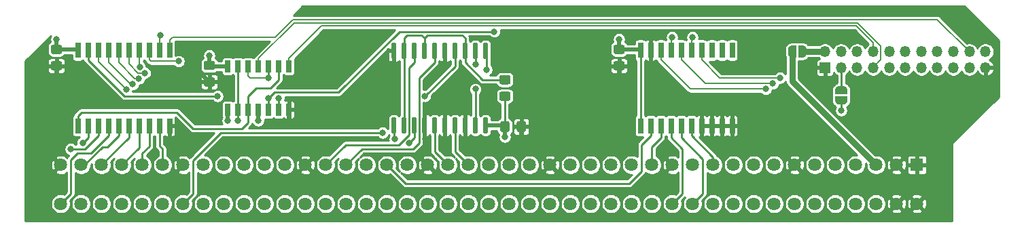
<source format=gbr>
%TF.GenerationSoftware,KiCad,Pcbnew,(5.1.6)-1*%
%TF.CreationDate,2022-11-05T15:29:03-04:00*%
%TF.ProjectId,A500-side-clockport,41353030-2d73-4696-9465-2d636c6f636b,rev?*%
%TF.SameCoordinates,Original*%
%TF.FileFunction,Copper,L1,Top*%
%TF.FilePolarity,Positive*%
%FSLAX46Y46*%
G04 Gerber Fmt 4.6, Leading zero omitted, Abs format (unit mm)*
G04 Created by KiCad (PCBNEW (5.1.6)-1) date 2022-11-05 15:29:03*
%MOMM*%
%LPD*%
G01*
G04 APERTURE LIST*
%TA.AperFunction,ComponentPad*%
%ADD10C,1.638300*%
%TD*%
%TA.AperFunction,ComponentPad*%
%ADD11R,1.638300X1.638300*%
%TD*%
%TA.AperFunction,ComponentPad*%
%ADD12R,1.350000X1.350000*%
%TD*%
%TA.AperFunction,ComponentPad*%
%ADD13O,1.350000X1.350000*%
%TD*%
%TA.AperFunction,SMDPad,CuDef*%
%ADD14C,0.100000*%
%TD*%
%TA.AperFunction,SMDPad,CuDef*%
%ADD15R,0.650000X1.525000*%
%TD*%
%TA.AperFunction,SMDPad,CuDef*%
%ADD16R,0.650000X1.950000*%
%TD*%
%TA.AperFunction,ViaPad*%
%ADD17C,0.800000*%
%TD*%
%TA.AperFunction,Conductor*%
%ADD18C,0.250000*%
%TD*%
%TA.AperFunction,Conductor*%
%ADD19C,0.500000*%
%TD*%
%TA.AperFunction,Conductor*%
%ADD20C,0.750000*%
%TD*%
%TA.AperFunction,Conductor*%
%ADD21C,0.200000*%
%TD*%
%TA.AperFunction,Conductor*%
%ADD22C,0.254000*%
%TD*%
G04 APERTURE END LIST*
D10*
%TO.P,BUS0,86*%
%TO.N,/D5*%
X101621001Y-85326901D03*
%TO.P,BUS0,85*%
%TO.N,GND*%
X101621001Y-80475501D03*
%TO.P,BUS0,84*%
%TO.N,/D6*%
X104161001Y-85326901D03*
%TO.P,BUS0,83*%
%TO.N,/D4*%
X104161001Y-80475501D03*
%TO.P,BUS0,82*%
%TO.N,/D7*%
X106701001Y-85326901D03*
%TO.P,BUS0,81*%
%TO.N,/D3*%
X106701001Y-80475501D03*
%TO.P,BUS0,80*%
%TO.N,/D8*%
X109241001Y-85326901D03*
%TO.P,BUS0,79*%
%TO.N,/D2*%
X109241001Y-80475501D03*
%TO.P,BUS0,78*%
%TO.N,/D9*%
X111781001Y-85326901D03*
%TO.P,BUS0,77*%
%TO.N,/D1*%
X111781001Y-80475501D03*
%TO.P,BUS0,76*%
%TO.N,/D10*%
X114321001Y-85326901D03*
%TO.P,BUS0,75*%
%TO.N,/D0*%
X114321001Y-80475501D03*
%TO.P,BUS0,74*%
%TO.N,/~AS*%
X116861001Y-85326901D03*
%TO.P,BUS0,73*%
%TO.N,GND*%
X116861001Y-80475501D03*
%TO.P,BUS0,72*%
%TO.N,/~UDS*%
X119401001Y-85326901D03*
%TO.P,BUS0,71*%
%TO.N,/D11*%
X119401001Y-80475501D03*
%TO.P,BUS0,70*%
%TO.N,/~LDS*%
X121941001Y-85326901D03*
%TO.P,BUS0,69*%
%TO.N,/D12*%
X121941001Y-80475501D03*
%TO.P,BUS0,68*%
%TO.N,/RW*%
X124481001Y-85326901D03*
%TO.P,BUS0,67*%
%TO.N,/D13*%
X124481001Y-80475501D03*
%TO.P,BUS0,66*%
%TO.N,/~DTACK*%
X127021001Y-85326901D03*
%TO.P,BUS0,65*%
%TO.N,/D14*%
X127021001Y-80475501D03*
%TO.P,BUS0,64*%
%TO.N,/~BG*%
X129561001Y-85326901D03*
%TO.P,BUS0,63*%
%TO.N,/D15*%
X129561001Y-80475501D03*
%TO.P,BUS0,62*%
%TO.N,/~BGACK*%
X132101001Y-85326901D03*
%TO.P,BUS0,61*%
%TO.N,GND*%
X132101001Y-80475501D03*
%TO.P,BUS0,60*%
%TO.N,/~BR*%
X134641001Y-85326901D03*
%TO.P,BUS0,59*%
%TO.N,/A23*%
X134641001Y-80475501D03*
%TO.P,BUS0,58*%
%TO.N,/A21*%
X137181001Y-85326901D03*
%TO.P,BUS0,57*%
%TO.N,/A22*%
X137181001Y-80475501D03*
%TO.P,BUS0,56*%
%TO.N,/A20*%
X139721001Y-85326901D03*
%TO.P,BUS0,55*%
%TO.N,N/C*%
X139721001Y-80475501D03*
%TO.P,BUS0,54*%
%TO.N,/A19*%
X142261001Y-85326901D03*
%TO.P,BUS0,53*%
%TO.N,/~RESET*%
X142261001Y-80475501D03*
%TO.P,BUS0,52*%
%TO.N,/A18*%
X144801001Y-85326901D03*
%TO.P,BUS0,51*%
%TO.N,/~VMA*%
X144801001Y-80475501D03*
%TO.P,BUS0,50*%
%TO.N,/E*%
X147341001Y-85326901D03*
%TO.P,BUS0,49*%
%TO.N,GND*%
X147341001Y-80475501D03*
%TO.P,BUS0,48*%
%TO.N,/~VPA*%
X149881001Y-85326901D03*
%TO.P,BUS0,47*%
%TO.N,/A17*%
X149881001Y-80475501D03*
%TO.P,BUS0,46*%
%TO.N,/~BERR*%
X152421001Y-85326901D03*
%TO.P,BUS0,45*%
%TO.N,/A16*%
X152421001Y-80475501D03*
%TO.P,BUS0,44*%
%TO.N,/IPL2*%
X154961001Y-85326901D03*
%TO.P,BUS0,43*%
%TO.N,/A15*%
X154961001Y-80475501D03*
%TO.P,BUS0,42*%
%TO.N,/IPL1*%
X157501001Y-85326901D03*
%TO.P,BUS0,41*%
%TO.N,/A14*%
X157501001Y-80475501D03*
%TO.P,BUS0,40*%
%TO.N,/IPL0*%
X160041001Y-85326901D03*
%TO.P,BUS0,39*%
%TO.N,/A13*%
X160041001Y-80475501D03*
%TO.P,BUS0,38*%
%TO.N,/A12*%
X162581001Y-85326901D03*
%TO.P,BUS0,37*%
%TO.N,GND*%
X162581001Y-80475501D03*
%TO.P,BUS0,36*%
%TO.N,/A11*%
X165121001Y-85326901D03*
%TO.P,BUS0,35*%
%TO.N,/FC2*%
X165121001Y-80475501D03*
%TO.P,BUS0,34*%
%TO.N,/A10*%
X167661001Y-85326901D03*
%TO.P,BUS0,33*%
%TO.N,/FC1*%
X167661001Y-80475501D03*
%TO.P,BUS0,32*%
%TO.N,/A9*%
X170201001Y-85326901D03*
%TO.P,BUS0,31*%
%TO.N,/FC0*%
X170201001Y-80475501D03*
%TO.P,BUS0,30*%
%TO.N,/A8*%
X172741001Y-85326901D03*
%TO.P,BUS0,29*%
%TO.N,/A1*%
X172741001Y-80475501D03*
%TO.P,BUS0,28*%
%TO.N,/A7*%
X175281001Y-85326901D03*
%TO.P,BUS0,27*%
%TO.N,/A2*%
X175281001Y-80475501D03*
%TO.P,BUS0,26*%
%TO.N,/A3*%
X177821001Y-85326901D03*
%TO.P,BUS0,25*%
%TO.N,GND*%
X177821001Y-80475501D03*
%TO.P,BUS0,24*%
%TO.N,/A4*%
X180361001Y-85326901D03*
%TO.P,BUS0,23*%
%TO.N,/A6*%
X180361001Y-80475501D03*
%TO.P,BUS0,22*%
%TO.N,/~INT6*%
X182901001Y-85326901D03*
%TO.P,BUS0,21*%
%TO.N,/A5*%
X182901001Y-80475501D03*
%TO.P,BUS0,20*%
%TO.N,Net-(BUS0-Pad20)*%
X185441001Y-85326901D03*
%TO.P,BUS0,19*%
%TO.N,/~INT2*%
X185441001Y-80475501D03*
%TO.P,BUS0,18*%
%TO.N,/XRDY*%
X187981001Y-85326901D03*
%TO.P,BUS0,17*%
%TO.N,/~HALT*%
X187981001Y-80475501D03*
%TO.P,BUS0,16*%
%TO.N,/~CCK*%
X190521001Y-85326901D03*
%TO.P,BUS0,15*%
%TO.N,/CDAC*%
X190521001Y-80475501D03*
%TO.P,BUS0,14*%
%TO.N,/~CCKQ*%
X193061001Y-85326901D03*
%TO.P,BUS0,13*%
%TO.N,GND*%
X193061001Y-80475501D03*
%TO.P,BUS0,12*%
%TO.N,/~CONFIG*%
X195601001Y-85326901D03*
%TO.P,BUS0,11*%
%TO.N,Net-(BUS0-Pad11)*%
X195601001Y-80475501D03*
%TO.P,BUS0,10*%
%TO.N,+12V*%
X198141001Y-85326901D03*
%TO.P,BUS0,9*%
%TO.N,Net-(BUS0-Pad9)*%
X198141001Y-80475501D03*
%TO.P,BUS0,8*%
%TO.N,-12V*%
X200681001Y-85326901D03*
%TO.P,BUS0,7*%
%TO.N,/7MHz*%
X200681001Y-80475501D03*
%TO.P,BUS0,6*%
%TO.N,+5V*%
X203221001Y-85326901D03*
%TO.P,BUS0,5*%
X203221001Y-80475501D03*
%TO.P,BUS0,4*%
%TO.N,GND*%
X205761001Y-85326901D03*
%TO.P,BUS0,3*%
X205761001Y-80475501D03*
%TO.P,BUS0,2*%
X208301001Y-85326901D03*
D11*
%TO.P,BUS0,1*%
X208301001Y-80475501D03*
%TD*%
%TO.P,C1,1*%
%TO.N,GND*%
%TA.AperFunction,SMDPad,CuDef*%
G36*
G01*
X159588000Y-75241999D02*
X159588000Y-76142001D01*
G75*
G02*
X159338001Y-76392000I-249999J0D01*
G01*
X158687999Y-76392000D01*
G75*
G02*
X158438000Y-76142001I0J249999D01*
G01*
X158438000Y-75241999D01*
G75*
G02*
X158687999Y-74992000I249999J0D01*
G01*
X159338001Y-74992000D01*
G75*
G02*
X159588000Y-75241999I0J-249999D01*
G01*
G37*
%TD.AperFunction*%
%TO.P,C1,2*%
%TO.N,+5V*%
%TA.AperFunction,SMDPad,CuDef*%
G36*
G01*
X157538000Y-75241999D02*
X157538000Y-76142001D01*
G75*
G02*
X157288001Y-76392000I-249999J0D01*
G01*
X156637999Y-76392000D01*
G75*
G02*
X156388000Y-76142001I0J249999D01*
G01*
X156388000Y-75241999D01*
G75*
G02*
X156637999Y-74992000I249999J0D01*
G01*
X157288001Y-74992000D01*
G75*
G02*
X157538000Y-75241999I0J-249999D01*
G01*
G37*
%TD.AperFunction*%
%TD*%
%TO.P,C2,2*%
%TO.N,+5V*%
%TA.AperFunction,SMDPad,CuDef*%
G36*
G01*
X120592001Y-68629000D02*
X119691999Y-68629000D01*
G75*
G02*
X119442000Y-68379001I0J249999D01*
G01*
X119442000Y-67728999D01*
G75*
G02*
X119691999Y-67479000I249999J0D01*
G01*
X120592001Y-67479000D01*
G75*
G02*
X120842000Y-67728999I0J-249999D01*
G01*
X120842000Y-68379001D01*
G75*
G02*
X120592001Y-68629000I-249999J0D01*
G01*
G37*
%TD.AperFunction*%
%TO.P,C2,1*%
%TO.N,GND*%
%TA.AperFunction,SMDPad,CuDef*%
G36*
G01*
X120592001Y-70679000D02*
X119691999Y-70679000D01*
G75*
G02*
X119442000Y-70429001I0J249999D01*
G01*
X119442000Y-69778999D01*
G75*
G02*
X119691999Y-69529000I249999J0D01*
G01*
X120592001Y-69529000D01*
G75*
G02*
X120842000Y-69778999I0J-249999D01*
G01*
X120842000Y-70429001D01*
G75*
G02*
X120592001Y-70679000I-249999J0D01*
G01*
G37*
%TD.AperFunction*%
%TD*%
%TO.P,C3,2*%
%TO.N,+5V*%
%TA.AperFunction,SMDPad,CuDef*%
G36*
G01*
X101542001Y-66615000D02*
X100641999Y-66615000D01*
G75*
G02*
X100392000Y-66365001I0J249999D01*
G01*
X100392000Y-65714999D01*
G75*
G02*
X100641999Y-65465000I249999J0D01*
G01*
X101542001Y-65465000D01*
G75*
G02*
X101792000Y-65714999I0J-249999D01*
G01*
X101792000Y-66365001D01*
G75*
G02*
X101542001Y-66615000I-249999J0D01*
G01*
G37*
%TD.AperFunction*%
%TO.P,C3,1*%
%TO.N,GND*%
%TA.AperFunction,SMDPad,CuDef*%
G36*
G01*
X101542001Y-68665000D02*
X100641999Y-68665000D01*
G75*
G02*
X100392000Y-68415001I0J249999D01*
G01*
X100392000Y-67764999D01*
G75*
G02*
X100641999Y-67515000I249999J0D01*
G01*
X101542001Y-67515000D01*
G75*
G02*
X101792000Y-67764999I0J-249999D01*
G01*
X101792000Y-68415001D01*
G75*
G02*
X101542001Y-68665000I-249999J0D01*
G01*
G37*
%TD.AperFunction*%
%TD*%
%TO.P,C4,1*%
%TO.N,GND*%
%TA.AperFunction,SMDPad,CuDef*%
G36*
G01*
X171646001Y-68665000D02*
X170745999Y-68665000D01*
G75*
G02*
X170496000Y-68415001I0J249999D01*
G01*
X170496000Y-67764999D01*
G75*
G02*
X170745999Y-67515000I249999J0D01*
G01*
X171646001Y-67515000D01*
G75*
G02*
X171896000Y-67764999I0J-249999D01*
G01*
X171896000Y-68415001D01*
G75*
G02*
X171646001Y-68665000I-249999J0D01*
G01*
G37*
%TD.AperFunction*%
%TO.P,C4,2*%
%TO.N,+5V*%
%TA.AperFunction,SMDPad,CuDef*%
G36*
G01*
X171646001Y-66615000D02*
X170745999Y-66615000D01*
G75*
G02*
X170496000Y-66365001I0J249999D01*
G01*
X170496000Y-65714999D01*
G75*
G02*
X170745999Y-65465000I249999J0D01*
G01*
X171646001Y-65465000D01*
G75*
G02*
X171896000Y-65714999I0J-249999D01*
G01*
X171896000Y-66365001D01*
G75*
G02*
X171646001Y-66615000I-249999J0D01*
G01*
G37*
%TD.AperFunction*%
%TD*%
D12*
%TO.P,J0,1*%
%TO.N,GND*%
X196852000Y-68326000D03*
D13*
%TO.P,J0,2*%
%TO.N,Net-(J0-Pad2)*%
X196852000Y-66326000D03*
%TO.P,J0,3*%
%TO.N,Net-(J0-Pad3)*%
X198852000Y-68326000D03*
%TO.P,J0,4*%
%TO.N,/~CS*%
X198852000Y-66326000D03*
%TO.P,J0,5*%
%TO.N,Net-(J0-Pad5)*%
X200852000Y-68326000D03*
%TO.P,J0,6*%
%TO.N,Net-(J0-Pad6)*%
X200852000Y-66326000D03*
%TO.P,J0,7*%
%TO.N,/~CP_IORD*%
X202852000Y-68326000D03*
%TO.P,J0,8*%
%TO.N,/~CP_IOWR*%
X202852000Y-66326000D03*
%TO.P,J0,9*%
%TO.N,/CP_A5*%
X204852000Y-68326000D03*
%TO.P,J0,10*%
%TO.N,/CP_A4*%
X204852000Y-66326000D03*
%TO.P,J0,11*%
%TO.N,/CP_A3*%
X206852000Y-68326000D03*
%TO.P,J0,12*%
%TO.N,/CP_A2*%
X206852000Y-66326000D03*
%TO.P,J0,13*%
%TO.N,/CP_D7*%
X208852000Y-68326000D03*
%TO.P,J0,14*%
%TO.N,/CP_D6*%
X208852000Y-66326000D03*
%TO.P,J0,15*%
%TO.N,/CP_D5*%
X210852000Y-68326000D03*
%TO.P,J0,16*%
%TO.N,/CP_D4*%
X210852000Y-66326000D03*
%TO.P,J0,17*%
%TO.N,/CP_D3*%
X212852000Y-68326000D03*
%TO.P,J0,18*%
%TO.N,/CP_D2*%
X212852000Y-66326000D03*
%TO.P,J0,19*%
%TO.N,/CP_D1*%
X214852000Y-68326000D03*
%TO.P,J0,20*%
%TO.N,/CP_D0*%
X214852000Y-66326000D03*
%TO.P,J0,21*%
%TO.N,GND*%
X216852000Y-68326000D03*
%TO.P,J0,22*%
%TO.N,/~CP_RESET*%
X216852000Y-66326000D03*
%TD*%
%TA.AperFunction,SMDPad,CuDef*%
D14*
%TO.P,J1,2*%
%TO.N,+5V*%
G36*
X192756000Y-67043398D02*
G01*
X192731466Y-67043398D01*
X192682635Y-67038588D01*
X192634510Y-67029016D01*
X192587555Y-67014772D01*
X192542222Y-66995995D01*
X192498949Y-66972864D01*
X192458150Y-66945604D01*
X192420221Y-66914476D01*
X192385524Y-66879779D01*
X192354396Y-66841850D01*
X192327136Y-66801051D01*
X192304005Y-66757778D01*
X192285228Y-66712445D01*
X192270984Y-66665490D01*
X192261412Y-66617365D01*
X192256602Y-66568534D01*
X192256602Y-66544000D01*
X192256000Y-66544000D01*
X192256000Y-66044000D01*
X192256602Y-66044000D01*
X192256602Y-66019466D01*
X192261412Y-65970635D01*
X192270984Y-65922510D01*
X192285228Y-65875555D01*
X192304005Y-65830222D01*
X192327136Y-65786949D01*
X192354396Y-65746150D01*
X192385524Y-65708221D01*
X192420221Y-65673524D01*
X192458150Y-65642396D01*
X192498949Y-65615136D01*
X192542222Y-65592005D01*
X192587555Y-65573228D01*
X192634510Y-65558984D01*
X192682635Y-65549412D01*
X192731466Y-65544602D01*
X192756000Y-65544602D01*
X192756000Y-65544000D01*
X193256000Y-65544000D01*
X193256000Y-67044000D01*
X192756000Y-67044000D01*
X192756000Y-67043398D01*
G37*
%TD.AperFunction*%
%TA.AperFunction,SMDPad,CuDef*%
%TO.P,J1,1*%
%TO.N,Net-(J0-Pad2)*%
G36*
X193556000Y-65544000D02*
G01*
X194056000Y-65544000D01*
X194056000Y-65544602D01*
X194080534Y-65544602D01*
X194129365Y-65549412D01*
X194177490Y-65558984D01*
X194224445Y-65573228D01*
X194269778Y-65592005D01*
X194313051Y-65615136D01*
X194353850Y-65642396D01*
X194391779Y-65673524D01*
X194426476Y-65708221D01*
X194457604Y-65746150D01*
X194484864Y-65786949D01*
X194507995Y-65830222D01*
X194526772Y-65875555D01*
X194541016Y-65922510D01*
X194550588Y-65970635D01*
X194555398Y-66019466D01*
X194555398Y-66044000D01*
X194556000Y-66044000D01*
X194556000Y-66544000D01*
X194555398Y-66544000D01*
X194555398Y-66568534D01*
X194550588Y-66617365D01*
X194541016Y-66665490D01*
X194526772Y-66712445D01*
X194507995Y-66757778D01*
X194484864Y-66801051D01*
X194457604Y-66841850D01*
X194426476Y-66879779D01*
X194391779Y-66914476D01*
X194353850Y-66945604D01*
X194313051Y-66972864D01*
X194269778Y-66995995D01*
X194224445Y-67014772D01*
X194177490Y-67029016D01*
X194129365Y-67038588D01*
X194080534Y-67043398D01*
X194056000Y-67043398D01*
X194056000Y-67044000D01*
X193556000Y-67044000D01*
X193556000Y-65544000D01*
G37*
%TD.AperFunction*%
%TD*%
%TA.AperFunction,SMDPad,CuDef*%
%TO.P,J2,1*%
%TO.N,/~INT6*%
G36*
X199632000Y-71920000D02*
G01*
X199632000Y-72420000D01*
X199631398Y-72420000D01*
X199631398Y-72444534D01*
X199626588Y-72493365D01*
X199617016Y-72541490D01*
X199602772Y-72588445D01*
X199583995Y-72633778D01*
X199560864Y-72677051D01*
X199533604Y-72717850D01*
X199502476Y-72755779D01*
X199467779Y-72790476D01*
X199429850Y-72821604D01*
X199389051Y-72848864D01*
X199345778Y-72871995D01*
X199300445Y-72890772D01*
X199253490Y-72905016D01*
X199205365Y-72914588D01*
X199156534Y-72919398D01*
X199132000Y-72919398D01*
X199132000Y-72920000D01*
X198632000Y-72920000D01*
X198632000Y-72919398D01*
X198607466Y-72919398D01*
X198558635Y-72914588D01*
X198510510Y-72905016D01*
X198463555Y-72890772D01*
X198418222Y-72871995D01*
X198374949Y-72848864D01*
X198334150Y-72821604D01*
X198296221Y-72790476D01*
X198261524Y-72755779D01*
X198230396Y-72717850D01*
X198203136Y-72677051D01*
X198180005Y-72633778D01*
X198161228Y-72588445D01*
X198146984Y-72541490D01*
X198137412Y-72493365D01*
X198132602Y-72444534D01*
X198132602Y-72420000D01*
X198132000Y-72420000D01*
X198132000Y-71920000D01*
X199632000Y-71920000D01*
G37*
%TD.AperFunction*%
%TA.AperFunction,SMDPad,CuDef*%
%TO.P,J2,2*%
%TO.N,Net-(J0-Pad3)*%
G36*
X198132602Y-71120000D02*
G01*
X198132602Y-71095466D01*
X198137412Y-71046635D01*
X198146984Y-70998510D01*
X198161228Y-70951555D01*
X198180005Y-70906222D01*
X198203136Y-70862949D01*
X198230396Y-70822150D01*
X198261524Y-70784221D01*
X198296221Y-70749524D01*
X198334150Y-70718396D01*
X198374949Y-70691136D01*
X198418222Y-70668005D01*
X198463555Y-70649228D01*
X198510510Y-70634984D01*
X198558635Y-70625412D01*
X198607466Y-70620602D01*
X198632000Y-70620602D01*
X198632000Y-70620000D01*
X199132000Y-70620000D01*
X199132000Y-70620602D01*
X199156534Y-70620602D01*
X199205365Y-70625412D01*
X199253490Y-70634984D01*
X199300445Y-70649228D01*
X199345778Y-70668005D01*
X199389051Y-70691136D01*
X199429850Y-70718396D01*
X199467779Y-70749524D01*
X199502476Y-70784221D01*
X199533604Y-70822150D01*
X199560864Y-70862949D01*
X199583995Y-70906222D01*
X199602772Y-70951555D01*
X199617016Y-70998510D01*
X199626588Y-71046635D01*
X199631398Y-71095466D01*
X199631398Y-71120000D01*
X199632000Y-71120000D01*
X199632000Y-71620000D01*
X198132000Y-71620000D01*
X198132000Y-71120000D01*
X198132602Y-71120000D01*
G37*
%TD.AperFunction*%
%TD*%
%TO.P,R1,1*%
%TO.N,+5V*%
%TA.AperFunction,SMDPad,CuDef*%
G36*
G01*
X157422001Y-72466000D02*
X156521999Y-72466000D01*
G75*
G02*
X156272000Y-72216001I0J249999D01*
G01*
X156272000Y-71565999D01*
G75*
G02*
X156521999Y-71316000I249999J0D01*
G01*
X157422001Y-71316000D01*
G75*
G02*
X157672000Y-71565999I0J-249999D01*
G01*
X157672000Y-72216001D01*
G75*
G02*
X157422001Y-72466000I-249999J0D01*
G01*
G37*
%TD.AperFunction*%
%TO.P,R1,2*%
%TO.N,Net-(R1-Pad2)*%
%TA.AperFunction,SMDPad,CuDef*%
G36*
G01*
X157422001Y-70416000D02*
X156521999Y-70416000D01*
G75*
G02*
X156272000Y-70166001I0J249999D01*
G01*
X156272000Y-69515999D01*
G75*
G02*
X156521999Y-69266000I249999J0D01*
G01*
X157422001Y-69266000D01*
G75*
G02*
X157672000Y-69515999I0J-249999D01*
G01*
X157672000Y-70166001D01*
G75*
G02*
X157422001Y-70416000I-249999J0D01*
G01*
G37*
%TD.AperFunction*%
%TD*%
%TO.P,U1,1*%
%TO.N,/~AS*%
%TA.AperFunction,SMDPad,CuDef*%
G36*
G01*
X154409000Y-65191000D02*
X154709000Y-65191000D01*
G75*
G02*
X154859000Y-65341000I0J-150000D01*
G01*
X154859000Y-67091000D01*
G75*
G02*
X154709000Y-67241000I-150000J0D01*
G01*
X154409000Y-67241000D01*
G75*
G02*
X154259000Y-67091000I0J150000D01*
G01*
X154259000Y-65341000D01*
G75*
G02*
X154409000Y-65191000I150000J0D01*
G01*
G37*
%TD.AperFunction*%
%TO.P,U1,2*%
%TO.N,/A20*%
%TA.AperFunction,SMDPad,CuDef*%
G36*
G01*
X153139000Y-65191000D02*
X153439000Y-65191000D01*
G75*
G02*
X153589000Y-65341000I0J-150000D01*
G01*
X153589000Y-67091000D01*
G75*
G02*
X153439000Y-67241000I-150000J0D01*
G01*
X153139000Y-67241000D01*
G75*
G02*
X152989000Y-67091000I0J150000D01*
G01*
X152989000Y-65341000D01*
G75*
G02*
X153139000Y-65191000I150000J0D01*
G01*
G37*
%TD.AperFunction*%
%TO.P,U1,3*%
%TO.N,Net-(R1-Pad2)*%
%TA.AperFunction,SMDPad,CuDef*%
G36*
G01*
X151869000Y-65191000D02*
X152169000Y-65191000D01*
G75*
G02*
X152319000Y-65341000I0J-150000D01*
G01*
X152319000Y-67091000D01*
G75*
G02*
X152169000Y-67241000I-150000J0D01*
G01*
X151869000Y-67241000D01*
G75*
G02*
X151719000Y-67091000I0J150000D01*
G01*
X151719000Y-65341000D01*
G75*
G02*
X151869000Y-65191000I150000J0D01*
G01*
G37*
%TD.AperFunction*%
%TO.P,U1,4*%
%TO.N,/A21*%
%TA.AperFunction,SMDPad,CuDef*%
G36*
G01*
X150599000Y-65191000D02*
X150899000Y-65191000D01*
G75*
G02*
X151049000Y-65341000I0J-150000D01*
G01*
X151049000Y-67091000D01*
G75*
G02*
X150899000Y-67241000I-150000J0D01*
G01*
X150599000Y-67241000D01*
G75*
G02*
X150449000Y-67091000I0J150000D01*
G01*
X150449000Y-65341000D01*
G75*
G02*
X150599000Y-65191000I150000J0D01*
G01*
G37*
%TD.AperFunction*%
%TO.P,U1,5*%
%TO.N,GND*%
%TA.AperFunction,SMDPad,CuDef*%
G36*
G01*
X149329000Y-65191000D02*
X149629000Y-65191000D01*
G75*
G02*
X149779000Y-65341000I0J-150000D01*
G01*
X149779000Y-67091000D01*
G75*
G02*
X149629000Y-67241000I-150000J0D01*
G01*
X149329000Y-67241000D01*
G75*
G02*
X149179000Y-67091000I0J150000D01*
G01*
X149179000Y-65341000D01*
G75*
G02*
X149329000Y-65191000I150000J0D01*
G01*
G37*
%TD.AperFunction*%
%TO.P,U1,6*%
%TO.N,/A22*%
%TA.AperFunction,SMDPad,CuDef*%
G36*
G01*
X148059000Y-65191000D02*
X148359000Y-65191000D01*
G75*
G02*
X148509000Y-65341000I0J-150000D01*
G01*
X148509000Y-67091000D01*
G75*
G02*
X148359000Y-67241000I-150000J0D01*
G01*
X148059000Y-67241000D01*
G75*
G02*
X147909000Y-67091000I0J150000D01*
G01*
X147909000Y-65341000D01*
G75*
G02*
X148059000Y-65191000I150000J0D01*
G01*
G37*
%TD.AperFunction*%
%TO.P,U1,7*%
%TO.N,Net-(R1-Pad2)*%
%TA.AperFunction,SMDPad,CuDef*%
G36*
G01*
X146789000Y-65191000D02*
X147089000Y-65191000D01*
G75*
G02*
X147239000Y-65341000I0J-150000D01*
G01*
X147239000Y-67091000D01*
G75*
G02*
X147089000Y-67241000I-150000J0D01*
G01*
X146789000Y-67241000D01*
G75*
G02*
X146639000Y-67091000I0J150000D01*
G01*
X146639000Y-65341000D01*
G75*
G02*
X146789000Y-65191000I150000J0D01*
G01*
G37*
%TD.AperFunction*%
%TO.P,U1,8*%
%TO.N,/A23*%
%TA.AperFunction,SMDPad,CuDef*%
G36*
G01*
X145519000Y-65191000D02*
X145819000Y-65191000D01*
G75*
G02*
X145969000Y-65341000I0J-150000D01*
G01*
X145969000Y-67091000D01*
G75*
G02*
X145819000Y-67241000I-150000J0D01*
G01*
X145519000Y-67241000D01*
G75*
G02*
X145369000Y-67091000I0J150000D01*
G01*
X145369000Y-65341000D01*
G75*
G02*
X145519000Y-65191000I150000J0D01*
G01*
G37*
%TD.AperFunction*%
%TO.P,U1,9*%
%TO.N,Net-(R1-Pad2)*%
%TA.AperFunction,SMDPad,CuDef*%
G36*
G01*
X144249000Y-65191000D02*
X144549000Y-65191000D01*
G75*
G02*
X144699000Y-65341000I0J-150000D01*
G01*
X144699000Y-67091000D01*
G75*
G02*
X144549000Y-67241000I-150000J0D01*
G01*
X144249000Y-67241000D01*
G75*
G02*
X144099000Y-67091000I0J150000D01*
G01*
X144099000Y-65341000D01*
G75*
G02*
X144249000Y-65191000I150000J0D01*
G01*
G37*
%TD.AperFunction*%
%TO.P,U1,10*%
%TO.N,GND*%
%TA.AperFunction,SMDPad,CuDef*%
G36*
G01*
X142979000Y-65191000D02*
X143279000Y-65191000D01*
G75*
G02*
X143429000Y-65341000I0J-150000D01*
G01*
X143429000Y-67091000D01*
G75*
G02*
X143279000Y-67241000I-150000J0D01*
G01*
X142979000Y-67241000D01*
G75*
G02*
X142829000Y-67091000I0J150000D01*
G01*
X142829000Y-65341000D01*
G75*
G02*
X142979000Y-65191000I150000J0D01*
G01*
G37*
%TD.AperFunction*%
%TO.P,U1,11*%
%TO.N,/A19*%
%TA.AperFunction,SMDPad,CuDef*%
G36*
G01*
X142979000Y-74491000D02*
X143279000Y-74491000D01*
G75*
G02*
X143429000Y-74641000I0J-150000D01*
G01*
X143429000Y-76391000D01*
G75*
G02*
X143279000Y-76541000I-150000J0D01*
G01*
X142979000Y-76541000D01*
G75*
G02*
X142829000Y-76391000I0J150000D01*
G01*
X142829000Y-74641000D01*
G75*
G02*
X142979000Y-74491000I150000J0D01*
G01*
G37*
%TD.AperFunction*%
%TO.P,U1,12*%
%TO.N,Net-(R1-Pad2)*%
%TA.AperFunction,SMDPad,CuDef*%
G36*
G01*
X144249000Y-74491000D02*
X144549000Y-74491000D01*
G75*
G02*
X144699000Y-74641000I0J-150000D01*
G01*
X144699000Y-76391000D01*
G75*
G02*
X144549000Y-76541000I-150000J0D01*
G01*
X144249000Y-76541000D01*
G75*
G02*
X144099000Y-76391000I0J150000D01*
G01*
X144099000Y-74641000D01*
G75*
G02*
X144249000Y-74491000I150000J0D01*
G01*
G37*
%TD.AperFunction*%
%TO.P,U1,13*%
%TO.N,/A18*%
%TA.AperFunction,SMDPad,CuDef*%
G36*
G01*
X145519000Y-74491000D02*
X145819000Y-74491000D01*
G75*
G02*
X145969000Y-74641000I0J-150000D01*
G01*
X145969000Y-76391000D01*
G75*
G02*
X145819000Y-76541000I-150000J0D01*
G01*
X145519000Y-76541000D01*
G75*
G02*
X145369000Y-76391000I0J150000D01*
G01*
X145369000Y-74641000D01*
G75*
G02*
X145519000Y-74491000I150000J0D01*
G01*
G37*
%TD.AperFunction*%
%TO.P,U1,14*%
%TO.N,GND*%
%TA.AperFunction,SMDPad,CuDef*%
G36*
G01*
X146789000Y-74491000D02*
X147089000Y-74491000D01*
G75*
G02*
X147239000Y-74641000I0J-150000D01*
G01*
X147239000Y-76391000D01*
G75*
G02*
X147089000Y-76541000I-150000J0D01*
G01*
X146789000Y-76541000D01*
G75*
G02*
X146639000Y-76391000I0J150000D01*
G01*
X146639000Y-74641000D01*
G75*
G02*
X146789000Y-74491000I150000J0D01*
G01*
G37*
%TD.AperFunction*%
%TO.P,U1,15*%
%TO.N,/A17*%
%TA.AperFunction,SMDPad,CuDef*%
G36*
G01*
X148059000Y-74491000D02*
X148359000Y-74491000D01*
G75*
G02*
X148509000Y-74641000I0J-150000D01*
G01*
X148509000Y-76391000D01*
G75*
G02*
X148359000Y-76541000I-150000J0D01*
G01*
X148059000Y-76541000D01*
G75*
G02*
X147909000Y-76391000I0J150000D01*
G01*
X147909000Y-74641000D01*
G75*
G02*
X148059000Y-74491000I150000J0D01*
G01*
G37*
%TD.AperFunction*%
%TO.P,U1,16*%
%TO.N,GND*%
%TA.AperFunction,SMDPad,CuDef*%
G36*
G01*
X149329000Y-74491000D02*
X149629000Y-74491000D01*
G75*
G02*
X149779000Y-74641000I0J-150000D01*
G01*
X149779000Y-76391000D01*
G75*
G02*
X149629000Y-76541000I-150000J0D01*
G01*
X149329000Y-76541000D01*
G75*
G02*
X149179000Y-76391000I0J150000D01*
G01*
X149179000Y-74641000D01*
G75*
G02*
X149329000Y-74491000I150000J0D01*
G01*
G37*
%TD.AperFunction*%
%TO.P,U1,17*%
%TO.N,/A16*%
%TA.AperFunction,SMDPad,CuDef*%
G36*
G01*
X150599000Y-74491000D02*
X150899000Y-74491000D01*
G75*
G02*
X151049000Y-74641000I0J-150000D01*
G01*
X151049000Y-76391000D01*
G75*
G02*
X150899000Y-76541000I-150000J0D01*
G01*
X150599000Y-76541000D01*
G75*
G02*
X150449000Y-76391000I0J150000D01*
G01*
X150449000Y-74641000D01*
G75*
G02*
X150599000Y-74491000I150000J0D01*
G01*
G37*
%TD.AperFunction*%
%TO.P,U1,18*%
%TO.N,GND*%
%TA.AperFunction,SMDPad,CuDef*%
G36*
G01*
X151869000Y-74491000D02*
X152169000Y-74491000D01*
G75*
G02*
X152319000Y-74641000I0J-150000D01*
G01*
X152319000Y-76391000D01*
G75*
G02*
X152169000Y-76541000I-150000J0D01*
G01*
X151869000Y-76541000D01*
G75*
G02*
X151719000Y-76391000I0J150000D01*
G01*
X151719000Y-74641000D01*
G75*
G02*
X151869000Y-74491000I150000J0D01*
G01*
G37*
%TD.AperFunction*%
%TO.P,U1,19*%
%TO.N,/~CS*%
%TA.AperFunction,SMDPad,CuDef*%
G36*
G01*
X153139000Y-74491000D02*
X153439000Y-74491000D01*
G75*
G02*
X153589000Y-74641000I0J-150000D01*
G01*
X153589000Y-76391000D01*
G75*
G02*
X153439000Y-76541000I-150000J0D01*
G01*
X153139000Y-76541000D01*
G75*
G02*
X152989000Y-76391000I0J150000D01*
G01*
X152989000Y-74641000D01*
G75*
G02*
X153139000Y-74491000I150000J0D01*
G01*
G37*
%TD.AperFunction*%
%TO.P,U1,20*%
%TO.N,+5V*%
%TA.AperFunction,SMDPad,CuDef*%
G36*
G01*
X154409000Y-74491000D02*
X154709000Y-74491000D01*
G75*
G02*
X154859000Y-74641000I0J-150000D01*
G01*
X154859000Y-76391000D01*
G75*
G02*
X154709000Y-76541000I-150000J0D01*
G01*
X154409000Y-76541000D01*
G75*
G02*
X154259000Y-76391000I0J150000D01*
G01*
X154259000Y-74641000D01*
G75*
G02*
X154409000Y-74491000I150000J0D01*
G01*
G37*
%TD.AperFunction*%
%TD*%
D15*
%TO.P,U2,1*%
%TO.N,+5V*%
X122428000Y-73578000D03*
%TO.P,U2,2*%
%TO.N,/RW*%
X123698000Y-73578000D03*
%TO.P,U2,3*%
%TO.N,/RW0*%
X124968000Y-73578000D03*
%TO.P,U2,4*%
%TO.N,+5V*%
X126238000Y-73578000D03*
%TO.P,U2,5*%
%TO.N,/~CS*%
X127508000Y-73578000D03*
%TO.P,U2,6*%
%TO.N,Net-(U2-Pad10)*%
X128778000Y-73578000D03*
%TO.P,U2,7*%
%TO.N,GND*%
X130048000Y-73578000D03*
%TO.P,U2,8*%
%TO.N,/~CP_IOWR*%
X130048000Y-68154000D03*
%TO.P,U2,9*%
%TO.N,/RW0*%
X128778000Y-68154000D03*
%TO.P,U2,10*%
%TO.N,Net-(U2-Pad10)*%
X127508000Y-68154000D03*
%TO.P,U2,11*%
%TO.N,/~CP_IORD*%
X126238000Y-68154000D03*
%TO.P,U2,12*%
%TO.N,Net-(U2-Pad10)*%
X124968000Y-68154000D03*
%TO.P,U2,13*%
%TO.N,/RW*%
X123698000Y-68154000D03*
%TO.P,U2,14*%
%TO.N,+5V*%
X122428000Y-68154000D03*
%TD*%
D16*
%TO.P,U3,1*%
%TO.N,/RW0*%
X103759000Y-75591000D03*
%TO.P,U3,2*%
%TO.N,/D7*%
X105029000Y-75591000D03*
%TO.P,U3,3*%
%TO.N,/D6*%
X106299000Y-75591000D03*
%TO.P,U3,4*%
%TO.N,/D5*%
X107569000Y-75591000D03*
%TO.P,U3,5*%
%TO.N,/D4*%
X108839000Y-75591000D03*
%TO.P,U3,6*%
%TO.N,/D3*%
X110109000Y-75591000D03*
%TO.P,U3,7*%
%TO.N,/D2*%
X111379000Y-75591000D03*
%TO.P,U3,8*%
%TO.N,/D1*%
X112649000Y-75591000D03*
%TO.P,U3,9*%
%TO.N,/D0*%
X113919000Y-75591000D03*
%TO.P,U3,10*%
%TO.N,GND*%
X115189000Y-75591000D03*
%TO.P,U3,11*%
%TO.N,/CP_D0*%
X115189000Y-66141000D03*
%TO.P,U3,12*%
%TO.N,/CP_D1*%
X113919000Y-66141000D03*
%TO.P,U3,13*%
%TO.N,/CP_D2*%
X112649000Y-66141000D03*
%TO.P,U3,14*%
%TO.N,/CP_D3*%
X111379000Y-66141000D03*
%TO.P,U3,15*%
%TO.N,/CP_D4*%
X110109000Y-66141000D03*
%TO.P,U3,16*%
%TO.N,/CP_D5*%
X108839000Y-66141000D03*
%TO.P,U3,17*%
%TO.N,/CP_D6*%
X107569000Y-66141000D03*
%TO.P,U3,18*%
%TO.N,/CP_D7*%
X106299000Y-66141000D03*
%TO.P,U3,19*%
%TO.N,/~CS*%
X105029000Y-66141000D03*
%TO.P,U3,20*%
%TO.N,+5V*%
X103759000Y-66141000D03*
%TD*%
%TO.P,U4,20*%
%TO.N,+5V*%
X173863000Y-66141000D03*
%TO.P,U4,19*%
%TO.N,GND*%
X175133000Y-66141000D03*
%TO.P,U4,18*%
%TO.N,/~CP_RESET*%
X176403000Y-66141000D03*
%TO.P,U4,17*%
%TO.N,/CP_A2*%
X177673000Y-66141000D03*
%TO.P,U4,16*%
%TO.N,/CP_A3*%
X178943000Y-66141000D03*
%TO.P,U4,15*%
%TO.N,/CP_A4*%
X180213000Y-66141000D03*
%TO.P,U4,14*%
%TO.N,/CP_A5*%
X181483000Y-66141000D03*
%TO.P,U4,13*%
%TO.N,Net-(U4-Pad13)*%
X182753000Y-66141000D03*
%TO.P,U4,12*%
%TO.N,Net-(U4-Pad12)*%
X184023000Y-66141000D03*
%TO.P,U4,11*%
%TO.N,Net-(U4-Pad11)*%
X185293000Y-66141000D03*
%TO.P,U4,10*%
%TO.N,GND*%
X185293000Y-75591000D03*
%TO.P,U4,9*%
X184023000Y-75591000D03*
%TO.P,U4,8*%
X182753000Y-75591000D03*
%TO.P,U4,7*%
X181483000Y-75591000D03*
%TO.P,U4,6*%
%TO.N,/A5*%
X180213000Y-75591000D03*
%TO.P,U4,5*%
%TO.N,/A4*%
X178943000Y-75591000D03*
%TO.P,U4,4*%
%TO.N,/A3*%
X177673000Y-75591000D03*
%TO.P,U4,3*%
%TO.N,/A2*%
X176403000Y-75591000D03*
%TO.P,U4,2*%
%TO.N,/~RESET*%
X175133000Y-75591000D03*
%TO.P,U4,1*%
%TO.N,+5V*%
X173863000Y-75591000D03*
%TD*%
D17*
%TO.N,GND*%
X171196000Y-69342000D03*
X175006000Y-64516000D03*
X181356000Y-73914000D03*
X182626000Y-73914000D03*
X183896000Y-73914000D03*
X185166000Y-73914000D03*
X159004000Y-76962000D03*
X147066000Y-77216000D03*
X149606000Y-77216000D03*
X152146000Y-77216000D03*
X149352000Y-67818000D03*
X143002000Y-67818000D03*
X130048000Y-74930000D03*
X115316000Y-77216000D03*
X101092000Y-69342000D03*
X118618000Y-66802000D03*
X216916000Y-64008000D03*
X140970000Y-64262000D03*
%TO.N,/D6*%
X102870000Y-78486000D03*
%TO.N,/D7*%
X104379847Y-77709847D03*
%TO.N,/~AS*%
X154686000Y-68580000D03*
X141732000Y-76454000D03*
%TO.N,/RW*%
X123698000Y-74967000D03*
%TO.N,/A21*%
X147019010Y-71882000D03*
%TO.N,/A20*%
X153293653Y-67940347D03*
%TO.N,/A19*%
X143256000Y-77216000D03*
%TO.N,/A18*%
X145038653Y-77728653D03*
%TO.N,/~INT6*%
X198882000Y-73660000D03*
%TO.N,+5V*%
X101092000Y-64770000D03*
X120142000Y-66802000D03*
X122428000Y-74930000D03*
X126238000Y-74930000D03*
X156972000Y-76962000D03*
X171196000Y-64770000D03*
%TO.N,/~CS*%
X121158000Y-71882000D03*
X127508000Y-72136000D03*
X155644010Y-63811990D03*
X153293653Y-70997653D03*
%TO.N,/CP_A5*%
X191262000Y-69596000D03*
%TO.N,/CP_A4*%
X180340000Y-64516000D03*
%TO.N,/CP_A3*%
X190367571Y-70296000D03*
%TO.N,/CP_A2*%
X177800000Y-64516000D03*
%TO.N,/CP_D7*%
X109768153Y-71079847D03*
%TO.N,/CP_D6*%
X110607317Y-70399998D03*
%TO.N,/CP_D5*%
X111368081Y-69699998D03*
%TO.N,/CP_D4*%
X112106419Y-68999998D03*
%TO.N,/CP_D3*%
X111468253Y-68226299D03*
%TO.N,/CP_D2*%
X116332000Y-67526299D03*
%TO.N,/CP_D1*%
X114046000Y-64262000D03*
%TO.N,/~CP_RESET*%
X189484000Y-70996000D03*
%TO.N,Net-(U2-Pad10)*%
X127508000Y-69596000D03*
X128778000Y-72136000D03*
%TD*%
D18*
%TO.N,/D5*%
X102870000Y-84077902D02*
X101621001Y-85326901D01*
X103697460Y-78994000D02*
X102870000Y-79821460D01*
X105410000Y-78994000D02*
X103697460Y-78994000D01*
X107569000Y-75591000D02*
X107569000Y-76835000D01*
X102870000Y-79821460D02*
X102870000Y-84077902D01*
X107569000Y-76835000D02*
X105410000Y-78994000D01*
D19*
%TO.N,GND*%
X171196000Y-68090000D02*
X171196000Y-69342000D01*
X175133000Y-66141000D02*
X175133000Y-64643000D01*
X175133000Y-64643000D02*
X175006000Y-64516000D01*
X181483000Y-75591000D02*
X181483000Y-74041000D01*
X181483000Y-74041000D02*
X181356000Y-73914000D01*
X182753000Y-75591000D02*
X182753000Y-74041000D01*
X182753000Y-74041000D02*
X182626000Y-73914000D01*
X184023000Y-75591000D02*
X184023000Y-74041000D01*
X184023000Y-74041000D02*
X183896000Y-73914000D01*
X185293000Y-75591000D02*
X185293000Y-74041000D01*
X185293000Y-74041000D02*
X185166000Y-73914000D01*
X159013000Y-75692000D02*
X159013000Y-76953000D01*
X159013000Y-76953000D02*
X159004000Y-76962000D01*
X146939000Y-75516000D02*
X146939000Y-77089000D01*
X146939000Y-77089000D02*
X147066000Y-77216000D01*
X149479000Y-75516000D02*
X149479000Y-77089000D01*
X149479000Y-77089000D02*
X149606000Y-77216000D01*
X152019000Y-75516000D02*
X152019000Y-77089000D01*
X152019000Y-77089000D02*
X152146000Y-77216000D01*
X149479000Y-66216000D02*
X149479000Y-67691000D01*
X149479000Y-67691000D02*
X149352000Y-67818000D01*
X143129000Y-66216000D02*
X143129000Y-67691000D01*
X143129000Y-67691000D02*
X143002000Y-67818000D01*
X130048000Y-73578000D02*
X130048000Y-74930000D01*
X115189000Y-75591000D02*
X115189000Y-77089000D01*
X115189000Y-77089000D02*
X115316000Y-77216000D01*
X101092000Y-68090000D02*
X101092000Y-69342000D01*
X120142000Y-70104000D02*
X118618000Y-68580000D01*
X118618000Y-68580000D02*
X118618000Y-66802000D01*
D18*
%TO.N,/D6*%
X106299000Y-75591000D02*
X106299000Y-76816000D01*
X104629000Y-78486000D02*
X102870000Y-78486000D01*
X106299000Y-76816000D02*
X104629000Y-78486000D01*
%TO.N,/D4*%
X108839000Y-76816000D02*
X108839000Y-75591000D01*
X107432500Y-78222500D02*
X108839000Y-76816000D01*
X106817910Y-78222500D02*
X107432500Y-78222500D01*
X104161001Y-80475501D02*
X104564909Y-80475501D01*
X104564909Y-80475501D02*
X106817910Y-78222500D01*
%TO.N,/D7*%
X105029000Y-75591000D02*
X105029000Y-77060694D01*
X105029000Y-77060694D02*
X104379847Y-77709847D01*
%TO.N,/D3*%
X110109000Y-77067502D02*
X110109000Y-75591000D01*
X106701001Y-80475501D02*
X110109000Y-77067502D01*
%TO.N,/D2*%
X111379000Y-78337502D02*
X111379000Y-75591000D01*
X109241001Y-80475501D02*
X111379000Y-78337502D01*
%TO.N,/D1*%
X111781001Y-80475501D02*
X111781001Y-79036499D01*
X112649000Y-78168500D02*
X112649000Y-75591000D01*
X111781001Y-79036499D02*
X112649000Y-78168500D01*
%TO.N,/D0*%
X114321001Y-78507001D02*
X114321001Y-80475501D01*
X113919000Y-75591000D02*
X113919000Y-78105000D01*
X113919000Y-78105000D02*
X114321001Y-78507001D01*
%TO.N,/~AS*%
X154686000Y-66343000D02*
X154559000Y-66216000D01*
X154686000Y-68580000D02*
X154686000Y-66343000D01*
X121570579Y-76454000D02*
X141732000Y-76454000D01*
X118110000Y-84077902D02*
X118110000Y-79914579D01*
X118110000Y-79914579D02*
X121570579Y-76454000D01*
X116861001Y-85326901D02*
X118110000Y-84077902D01*
%TO.N,/RW*%
X123698000Y-68154000D02*
X123698000Y-73578000D01*
X123698000Y-73578000D02*
X123698000Y-74967000D01*
%TO.N,/A23*%
X145669000Y-67691000D02*
X145024010Y-68335990D01*
X145024010Y-68335990D02*
X145024010Y-76717990D01*
X137138502Y-77978000D02*
X134641001Y-80475501D01*
X145024010Y-76717990D02*
X143764000Y-77978000D01*
X145669000Y-66216000D02*
X145669000Y-67691000D01*
X143764000Y-77978000D02*
X137138502Y-77978000D01*
%TO.N,/A21*%
X150749000Y-66216000D02*
X150749000Y-68152010D01*
X150749000Y-68152010D02*
X147019010Y-71882000D01*
%TO.N,/A22*%
X139170502Y-78486000D02*
X137181001Y-80475501D01*
X148209000Y-67691000D02*
X146294010Y-69605990D01*
X148209000Y-66216000D02*
X148209000Y-67691000D01*
X146294010Y-69605990D02*
X146294010Y-77733990D01*
X146294010Y-77733990D02*
X145542000Y-78486000D01*
X145542000Y-78486000D02*
X139170502Y-78486000D01*
%TO.N,/A20*%
X153289000Y-66216000D02*
X153289000Y-67935694D01*
X153289000Y-67935694D02*
X153293653Y-67940347D01*
%TO.N,/A19*%
X143129000Y-75516000D02*
X143129000Y-77089000D01*
X143129000Y-77089000D02*
X143256000Y-77216000D01*
%TO.N,/~RESET*%
X144589500Y-82804000D02*
X142261001Y-80475501D01*
X175133000Y-76816000D02*
X173990000Y-77959000D01*
X173990000Y-77959000D02*
X173990000Y-81280000D01*
X175133000Y-75591000D02*
X175133000Y-76816000D01*
X173990000Y-81280000D02*
X172466000Y-82804000D01*
X172466000Y-82804000D02*
X144589500Y-82804000D01*
%TO.N,/A18*%
X145669000Y-75516000D02*
X145669000Y-77098306D01*
X145669000Y-77098306D02*
X145038653Y-77728653D01*
%TO.N,/A17*%
X148209000Y-78803500D02*
X149881001Y-80475501D01*
X148209000Y-75516000D02*
X148209000Y-78803500D01*
%TO.N,/A16*%
X150749000Y-78803500D02*
X152421001Y-80475501D01*
X150749000Y-75516000D02*
X150749000Y-78803500D01*
%TO.N,/A2*%
X176403000Y-75591000D02*
X176403000Y-77089000D01*
X175281001Y-78210999D02*
X175281001Y-80475501D01*
X176403000Y-77089000D02*
X175281001Y-78210999D01*
%TO.N,/A3*%
X179070000Y-78486000D02*
X179070000Y-84077902D01*
X177673000Y-75591000D02*
X177673000Y-77089000D01*
X179070000Y-84077902D02*
X177821001Y-85326901D01*
X177673000Y-77089000D02*
X179070000Y-78486000D01*
%TO.N,/A4*%
X181610000Y-84077902D02*
X180361001Y-85326901D01*
X181610000Y-79756000D02*
X181610000Y-84077902D01*
X178943000Y-75591000D02*
X178943000Y-77089000D01*
X178943000Y-77089000D02*
X181610000Y-79756000D01*
%TO.N,/~INT6*%
X198882000Y-72420000D02*
X198882000Y-73660000D01*
%TO.N,/A5*%
X180213000Y-75591000D02*
X180213000Y-76835000D01*
X182901001Y-79523001D02*
X182901001Y-80475501D01*
X180213000Y-76835000D02*
X182901001Y-79523001D01*
D20*
%TO.N,+5V*%
X192756000Y-70010500D02*
X203221001Y-80475501D01*
X192756000Y-66294000D02*
X192756000Y-70010500D01*
D19*
X101092000Y-66040000D02*
X101092000Y-64770000D01*
X103658000Y-66040000D02*
X103759000Y-66141000D01*
X101092000Y-66040000D02*
X103658000Y-66040000D01*
X120142000Y-68054000D02*
X120142000Y-66802000D01*
X122428000Y-73578000D02*
X122428000Y-74930000D01*
X126238000Y-73578000D02*
X126238000Y-74930000D01*
X120242000Y-68154000D02*
X120142000Y-68054000D01*
X122428000Y-68154000D02*
X120242000Y-68154000D01*
X156963000Y-75692000D02*
X156963000Y-76953000D01*
X156963000Y-76953000D02*
X156972000Y-76962000D01*
X156787000Y-75516000D02*
X156963000Y-75692000D01*
X154559000Y-75516000D02*
X156787000Y-75516000D01*
D18*
X156963000Y-71900000D02*
X156972000Y-71891000D01*
X156963000Y-75692000D02*
X156963000Y-71900000D01*
D19*
X171196000Y-66040000D02*
X171196000Y-64770000D01*
X173762000Y-66040000D02*
X173863000Y-66141000D01*
X171196000Y-66040000D02*
X173762000Y-66040000D01*
D18*
X173863000Y-66141000D02*
X173863000Y-75591000D01*
D20*
%TO.N,Net-(J0-Pad2)*%
X196820000Y-66294000D02*
X196852000Y-66326000D01*
X194056000Y-66294000D02*
X196820000Y-66294000D01*
D18*
%TO.N,Net-(J0-Pad3)*%
X198882000Y-68356000D02*
X198852000Y-68326000D01*
X198882000Y-71120000D02*
X198882000Y-68356000D01*
%TO.N,/~CS*%
X105029000Y-66141000D02*
X105029000Y-67366000D01*
X105029000Y-67366000D02*
X109545000Y-71882000D01*
X109545000Y-71882000D02*
X121158000Y-71882000D01*
X127508000Y-72136000D02*
X127508000Y-73578000D01*
X143836242Y-63811990D02*
X155644010Y-63811990D01*
X128233001Y-71410999D02*
X136237233Y-71410999D01*
X136237233Y-71410999D02*
X143836242Y-63811990D01*
X127508000Y-72136000D02*
X128233001Y-71410999D01*
X153293653Y-75511347D02*
X153289000Y-75516000D01*
X153293653Y-70997653D02*
X153293653Y-75511347D01*
D21*
%TO.N,/~CP_IORD*%
X203827001Y-67350999D02*
X203827001Y-65593303D01*
X202852000Y-68326000D02*
X203827001Y-67350999D01*
X203827001Y-65593303D02*
X200945678Y-62711979D01*
X130717521Y-62711979D02*
X126238000Y-67191500D01*
X126238000Y-67191500D02*
X126238000Y-68154000D01*
X200945678Y-62711979D02*
X130717521Y-62711979D01*
%TO.N,/~CP_IOWR*%
X130048000Y-68154000D02*
X130048000Y-67191500D01*
X134127511Y-63111989D02*
X200779989Y-63111989D01*
X130048000Y-67191500D02*
X134127511Y-63111989D01*
X202852000Y-65184000D02*
X202852000Y-66326000D01*
X200779989Y-63111989D02*
X202852000Y-65184000D01*
%TO.N,/CP_A5*%
X183763000Y-69596000D02*
X191262000Y-69596000D01*
X181483000Y-66141000D02*
X181483000Y-67316000D01*
X181483000Y-67316000D02*
X183763000Y-69596000D01*
%TO.N,/CP_A4*%
X180213000Y-64643000D02*
X180340000Y-64516000D01*
X180213000Y-66141000D02*
X180213000Y-64643000D01*
%TO.N,/CP_A3*%
X181923000Y-70296000D02*
X190367571Y-70296000D01*
X178943000Y-66141000D02*
X178943000Y-67316000D01*
X178943000Y-67316000D02*
X181923000Y-70296000D01*
%TO.N,/CP_A2*%
X177673000Y-64643000D02*
X177800000Y-64516000D01*
X177673000Y-66141000D02*
X177673000Y-64643000D01*
%TO.N,/CP_D7*%
X106299000Y-67610694D02*
X106299000Y-66141000D01*
X109768153Y-71079847D02*
X106299000Y-67610694D01*
%TO.N,/CP_D6*%
X110277998Y-70399998D02*
X110607317Y-70399998D01*
X107569000Y-66141000D02*
X107569000Y-67691000D01*
X107569000Y-67691000D02*
X110277998Y-70399998D01*
%TO.N,/CP_D5*%
X110847998Y-69699998D02*
X111368081Y-69699998D01*
X108839000Y-66141000D02*
X108839000Y-67691000D01*
X108839000Y-67691000D02*
X110847998Y-69699998D01*
%TO.N,/CP_D4*%
X110109000Y-66141000D02*
X110109000Y-67002579D01*
X110109000Y-66141000D02*
X110109000Y-67856997D01*
X111540734Y-68999998D02*
X112106419Y-68999998D01*
X111252000Y-68999997D02*
X111540734Y-68999998D01*
X110109000Y-67856997D02*
X111252000Y-68999997D01*
%TO.N,/CP_D3*%
X111379000Y-66141000D02*
X111379000Y-68137046D01*
X111379000Y-68137046D02*
X111468253Y-68226299D01*
%TO.N,/CP_D2*%
X112859299Y-67526299D02*
X116332000Y-67526299D01*
X112649000Y-66141000D02*
X112649000Y-67316000D01*
X112649000Y-67316000D02*
X112859299Y-67526299D01*
%TO.N,/CP_D1*%
X113919000Y-64389000D02*
X114046000Y-64262000D01*
X113919000Y-66141000D02*
X113919000Y-64389000D01*
%TO.N,/CP_D0*%
X115189000Y-64897000D02*
X115570000Y-64516000D01*
X115570000Y-64516000D02*
X128347801Y-64516000D01*
X210837969Y-62311969D02*
X214852000Y-66326000D01*
X115189000Y-66141000D02*
X115189000Y-64897000D01*
X130551832Y-62311969D02*
X210837969Y-62311969D01*
X128347801Y-64516000D02*
X130551832Y-62311969D01*
%TO.N,/~CP_RESET*%
X180083000Y-70996000D02*
X189484000Y-70996000D01*
X176403000Y-66141000D02*
X176403000Y-67316000D01*
X176403000Y-67316000D02*
X180083000Y-70996000D01*
D18*
%TO.N,Net-(R1-Pad2)*%
X144399000Y-66216000D02*
X144399000Y-75516000D01*
X154169000Y-69841000D02*
X156972000Y-69841000D01*
X152019000Y-66216000D02*
X152019000Y-67691000D01*
X152019000Y-67691000D02*
X154169000Y-69841000D01*
X144399000Y-66216000D02*
X144399000Y-64643000D01*
X144399000Y-64643000D02*
X144780000Y-64262000D01*
X144780000Y-64262000D02*
X146558000Y-64262000D01*
X146939000Y-64643000D02*
X146939000Y-66216000D01*
X146558000Y-64262000D02*
X146939000Y-64643000D01*
X152019000Y-64643000D02*
X152019000Y-66216000D01*
X151638000Y-64262000D02*
X152019000Y-64643000D01*
X146939000Y-64643000D02*
X147320000Y-64262000D01*
X147320000Y-64262000D02*
X151638000Y-64262000D01*
%TO.N,/RW0*%
X127762000Y-70866000D02*
X128778000Y-69850000D01*
X125984000Y-70866000D02*
X127762000Y-70866000D01*
X124968000Y-73578000D02*
X124968000Y-71882000D01*
X128778000Y-69850000D02*
X128778000Y-68154000D01*
X124968000Y-71882000D02*
X125984000Y-70866000D01*
X124968000Y-75184000D02*
X124968000Y-73578000D01*
X124206000Y-75946000D02*
X124968000Y-75184000D01*
X103759000Y-75591000D02*
X103759000Y-74366000D01*
X104211000Y-73914000D02*
X116078000Y-73914000D01*
X103759000Y-74366000D02*
X104211000Y-73914000D01*
X116078000Y-73914000D02*
X118110000Y-75946000D01*
X118110000Y-75946000D02*
X124206000Y-75946000D01*
%TO.N,Net-(U2-Pad10)*%
X127508000Y-68154000D02*
X127508000Y-69596000D01*
X128778000Y-72136000D02*
X128778000Y-73578000D01*
D21*
X124968000Y-69342000D02*
X124968000Y-68154000D01*
X127508000Y-69596000D02*
X125222000Y-69596000D01*
X125222000Y-69596000D02*
X124968000Y-69342000D01*
%TD*%
D22*
%TO.N,GND*%
G36*
X218496001Y-64957226D02*
G01*
X218496000Y-71948776D01*
X212802096Y-77642681D01*
X212784842Y-77656841D01*
X212750612Y-77698551D01*
X212728358Y-77725667D01*
X212686386Y-77804191D01*
X212660540Y-77889393D01*
X212651813Y-77978000D01*
X212654001Y-78000215D01*
X212654000Y-87432000D01*
X97226000Y-87432000D01*
X97226000Y-80553496D01*
X100371251Y-80553496D01*
X100410481Y-80795810D01*
X100496230Y-81025817D01*
X100538541Y-81104974D01*
X100726251Y-81190646D01*
X101441396Y-80475501D01*
X100726251Y-79760356D01*
X100538541Y-79846028D01*
X100436536Y-80069301D01*
X100380049Y-80308183D01*
X100371251Y-80553496D01*
X97226000Y-80553496D01*
X97226000Y-68665000D01*
X99962934Y-68665000D01*
X99971178Y-68748707D01*
X99995595Y-68829196D01*
X100035245Y-68903376D01*
X100088605Y-68968395D01*
X100153624Y-69021755D01*
X100227804Y-69061405D01*
X100308293Y-69085822D01*
X100392000Y-69094066D01*
X100858250Y-69092000D01*
X100965000Y-68985250D01*
X100965000Y-68217000D01*
X101219000Y-68217000D01*
X101219000Y-68985250D01*
X101325750Y-69092000D01*
X101792000Y-69094066D01*
X101875707Y-69085822D01*
X101956196Y-69061405D01*
X102030376Y-69021755D01*
X102095395Y-68968395D01*
X102148755Y-68903376D01*
X102188405Y-68829196D01*
X102212822Y-68748707D01*
X102221066Y-68665000D01*
X102219000Y-68323750D01*
X102112250Y-68217000D01*
X101219000Y-68217000D01*
X100965000Y-68217000D01*
X100071750Y-68217000D01*
X99965000Y-68323750D01*
X99962934Y-68665000D01*
X97226000Y-68665000D01*
X97226000Y-67515000D01*
X99962934Y-67515000D01*
X99965000Y-67856250D01*
X100071750Y-67963000D01*
X100965000Y-67963000D01*
X100965000Y-67194750D01*
X101219000Y-67194750D01*
X101219000Y-67963000D01*
X102112250Y-67963000D01*
X102219000Y-67856250D01*
X102221066Y-67515000D01*
X102212822Y-67431293D01*
X102188405Y-67350804D01*
X102148755Y-67276624D01*
X102095395Y-67211605D01*
X102030376Y-67158245D01*
X101956196Y-67118595D01*
X101875707Y-67094178D01*
X101792000Y-67085934D01*
X101325750Y-67088000D01*
X101219000Y-67194750D01*
X100965000Y-67194750D01*
X100858250Y-67088000D01*
X100392000Y-67085934D01*
X100308293Y-67094178D01*
X100227804Y-67118595D01*
X100153624Y-67158245D01*
X100088605Y-67211605D01*
X100035245Y-67276624D01*
X99995595Y-67350804D01*
X99971178Y-67431293D01*
X99962934Y-67515000D01*
X97226000Y-67515000D01*
X97226000Y-67497223D01*
X100387653Y-64335571D01*
X100359123Y-64378269D01*
X100296782Y-64528773D01*
X100265000Y-64688548D01*
X100265000Y-64851452D01*
X100296782Y-65011227D01*
X100338162Y-65111127D01*
X100264731Y-65150377D01*
X100161828Y-65234828D01*
X100077377Y-65337731D01*
X100014625Y-65455132D01*
X99975982Y-65582520D01*
X99962934Y-65714999D01*
X99962934Y-66365001D01*
X99975982Y-66497480D01*
X100014625Y-66624868D01*
X100077377Y-66742269D01*
X100161828Y-66845172D01*
X100264731Y-66929623D01*
X100382132Y-66992375D01*
X100509520Y-67031018D01*
X100641999Y-67044066D01*
X101542001Y-67044066D01*
X101674480Y-67031018D01*
X101801868Y-66992375D01*
X101919269Y-66929623D01*
X102022172Y-66845172D01*
X102106623Y-66742269D01*
X102120130Y-66717000D01*
X103004934Y-66717000D01*
X103004934Y-67116000D01*
X103013178Y-67199707D01*
X103037595Y-67280196D01*
X103077245Y-67354376D01*
X103130605Y-67419395D01*
X103195624Y-67472755D01*
X103269804Y-67512405D01*
X103350293Y-67536822D01*
X103434000Y-67545066D01*
X104084000Y-67545066D01*
X104167707Y-67536822D01*
X104248196Y-67512405D01*
X104322376Y-67472755D01*
X104387395Y-67419395D01*
X104394000Y-67411347D01*
X104400605Y-67419395D01*
X104465624Y-67472755D01*
X104488209Y-67484827D01*
X104489285Y-67488372D01*
X104516552Y-67578262D01*
X104567809Y-67674157D01*
X104567810Y-67674158D01*
X104636790Y-67758211D01*
X104657852Y-67775496D01*
X109135508Y-72253154D01*
X109152789Y-72274211D01*
X109236842Y-72343191D01*
X109332737Y-72394448D01*
X109436789Y-72426012D01*
X109517891Y-72434000D01*
X109517901Y-72434000D01*
X109544999Y-72436669D01*
X109572097Y-72434000D01*
X120540447Y-72434000D01*
X120630819Y-72524372D01*
X120766269Y-72614877D01*
X120916773Y-72677218D01*
X121076548Y-72709000D01*
X121239452Y-72709000D01*
X121399227Y-72677218D01*
X121549731Y-72614877D01*
X121685181Y-72524372D01*
X121800372Y-72409181D01*
X121890877Y-72273731D01*
X121953218Y-72123227D01*
X121985000Y-71963452D01*
X121985000Y-71800548D01*
X121953218Y-71640773D01*
X121890877Y-71490269D01*
X121800372Y-71354819D01*
X121685181Y-71239628D01*
X121549731Y-71149123D01*
X121399227Y-71086782D01*
X121239452Y-71055000D01*
X121076548Y-71055000D01*
X121025299Y-71065194D01*
X121080376Y-71035755D01*
X121145395Y-70982395D01*
X121198755Y-70917376D01*
X121238405Y-70843196D01*
X121262822Y-70762707D01*
X121271066Y-70679000D01*
X121269000Y-70337750D01*
X121162250Y-70231000D01*
X120269000Y-70231000D01*
X120269000Y-70999250D01*
X120375750Y-71106000D01*
X120842000Y-71108066D01*
X120872685Y-71105044D01*
X120766269Y-71149123D01*
X120630819Y-71239628D01*
X120540447Y-71330000D01*
X110559674Y-71330000D01*
X110563371Y-71321074D01*
X110582084Y-71226998D01*
X110688769Y-71226998D01*
X110848544Y-71195216D01*
X110999048Y-71132875D01*
X111134498Y-71042370D01*
X111249689Y-70927179D01*
X111340194Y-70791729D01*
X111386888Y-70679000D01*
X119012934Y-70679000D01*
X119021178Y-70762707D01*
X119045595Y-70843196D01*
X119085245Y-70917376D01*
X119138605Y-70982395D01*
X119203624Y-71035755D01*
X119277804Y-71075405D01*
X119358293Y-71099822D01*
X119442000Y-71108066D01*
X119908250Y-71106000D01*
X120015000Y-70999250D01*
X120015000Y-70231000D01*
X119121750Y-70231000D01*
X119015000Y-70337750D01*
X119012934Y-70679000D01*
X111386888Y-70679000D01*
X111402535Y-70641225D01*
X111425257Y-70526998D01*
X111449533Y-70526998D01*
X111609308Y-70495216D01*
X111759812Y-70432875D01*
X111895262Y-70342370D01*
X112010453Y-70227179D01*
X112100958Y-70091729D01*
X112163299Y-69941225D01*
X112186021Y-69826998D01*
X112187871Y-69826998D01*
X112347646Y-69795216D01*
X112498150Y-69732875D01*
X112633600Y-69642370D01*
X112746970Y-69529000D01*
X119012934Y-69529000D01*
X119015000Y-69870250D01*
X119121750Y-69977000D01*
X120015000Y-69977000D01*
X120015000Y-69208750D01*
X120269000Y-69208750D01*
X120269000Y-69977000D01*
X121162250Y-69977000D01*
X121269000Y-69870250D01*
X121271066Y-69529000D01*
X121262822Y-69445293D01*
X121238405Y-69364804D01*
X121198755Y-69290624D01*
X121145395Y-69225605D01*
X121080376Y-69172245D01*
X121006196Y-69132595D01*
X120925707Y-69108178D01*
X120842000Y-69099934D01*
X120375750Y-69102000D01*
X120269000Y-69208750D01*
X120015000Y-69208750D01*
X119908250Y-69102000D01*
X119442000Y-69099934D01*
X119358293Y-69108178D01*
X119277804Y-69132595D01*
X119203624Y-69172245D01*
X119138605Y-69225605D01*
X119085245Y-69290624D01*
X119045595Y-69364804D01*
X119021178Y-69445293D01*
X119012934Y-69529000D01*
X112746970Y-69529000D01*
X112748791Y-69527179D01*
X112839296Y-69391729D01*
X112901637Y-69241225D01*
X112933419Y-69081450D01*
X112933419Y-68918546D01*
X112901637Y-68758771D01*
X112839296Y-68608267D01*
X112748791Y-68472817D01*
X112633600Y-68357626D01*
X112498150Y-68267121D01*
X112347646Y-68204780D01*
X112295253Y-68194358D01*
X112295253Y-68144847D01*
X112263471Y-67985072D01*
X112201130Y-67834568D01*
X112110625Y-67699118D01*
X111995434Y-67583927D01*
X111906000Y-67524169D01*
X111906000Y-67492198D01*
X111942376Y-67472755D01*
X112007395Y-67419395D01*
X112014000Y-67411347D01*
X112020605Y-67419395D01*
X112085624Y-67472755D01*
X112157492Y-67511169D01*
X112159761Y-67518649D01*
X112208696Y-67610201D01*
X112208697Y-67610202D01*
X112274553Y-67690448D01*
X112294661Y-67706950D01*
X112468347Y-67880637D01*
X112484851Y-67900747D01*
X112565097Y-67966603D01*
X112656649Y-68015538D01*
X112755989Y-68045673D01*
X112828545Y-68052819D01*
X112859299Y-68055848D01*
X112885180Y-68053299D01*
X115689507Y-68053299D01*
X115689628Y-68053480D01*
X115804819Y-68168671D01*
X115940269Y-68259176D01*
X116090773Y-68321517D01*
X116250548Y-68353299D01*
X116413452Y-68353299D01*
X116573227Y-68321517D01*
X116723731Y-68259176D01*
X116859181Y-68168671D01*
X116974372Y-68053480D01*
X117064877Y-67918030D01*
X117127218Y-67767526D01*
X117159000Y-67607751D01*
X117159000Y-67444847D01*
X117127218Y-67285072D01*
X117064877Y-67134568D01*
X116974372Y-66999118D01*
X116859181Y-66883927D01*
X116723731Y-66793422D01*
X116573227Y-66731081D01*
X116413452Y-66699299D01*
X116250548Y-66699299D01*
X116090773Y-66731081D01*
X115943066Y-66792263D01*
X115943066Y-65166000D01*
X115934822Y-65082293D01*
X115922902Y-65043000D01*
X127641211Y-65043000D01*
X125883666Y-66800545D01*
X125863552Y-66817052D01*
X125797696Y-66897298D01*
X125756811Y-66973790D01*
X125748761Y-66988851D01*
X125746492Y-66996331D01*
X125674624Y-67034745D01*
X125609605Y-67088105D01*
X125603000Y-67096153D01*
X125596395Y-67088105D01*
X125531376Y-67034745D01*
X125457196Y-66995095D01*
X125376707Y-66970678D01*
X125293000Y-66962434D01*
X124643000Y-66962434D01*
X124559293Y-66970678D01*
X124478804Y-66995095D01*
X124404624Y-67034745D01*
X124339605Y-67088105D01*
X124333000Y-67096153D01*
X124326395Y-67088105D01*
X124261376Y-67034745D01*
X124187196Y-66995095D01*
X124106707Y-66970678D01*
X124023000Y-66962434D01*
X123373000Y-66962434D01*
X123289293Y-66970678D01*
X123208804Y-66995095D01*
X123134624Y-67034745D01*
X123069605Y-67088105D01*
X123063000Y-67096153D01*
X123056395Y-67088105D01*
X122991376Y-67034745D01*
X122917196Y-66995095D01*
X122836707Y-66970678D01*
X122753000Y-66962434D01*
X122103000Y-66962434D01*
X122019293Y-66970678D01*
X121938804Y-66995095D01*
X121864624Y-67034745D01*
X121799605Y-67088105D01*
X121746245Y-67153124D01*
X121706595Y-67227304D01*
X121682178Y-67307793D01*
X121673934Y-67391500D01*
X121673934Y-67477000D01*
X121221762Y-67477000D01*
X121219375Y-67469132D01*
X121156623Y-67351731D01*
X121072172Y-67248828D01*
X120969269Y-67164377D01*
X120901942Y-67128390D01*
X120937218Y-67043227D01*
X120969000Y-66883452D01*
X120969000Y-66720548D01*
X120937218Y-66560773D01*
X120874877Y-66410269D01*
X120784372Y-66274819D01*
X120669181Y-66159628D01*
X120533731Y-66069123D01*
X120383227Y-66006782D01*
X120223452Y-65975000D01*
X120060548Y-65975000D01*
X119900773Y-66006782D01*
X119750269Y-66069123D01*
X119614819Y-66159628D01*
X119499628Y-66274819D01*
X119409123Y-66410269D01*
X119346782Y-66560773D01*
X119315000Y-66720548D01*
X119315000Y-66883452D01*
X119346782Y-67043227D01*
X119382058Y-67128390D01*
X119314731Y-67164377D01*
X119211828Y-67248828D01*
X119127377Y-67351731D01*
X119064625Y-67469132D01*
X119025982Y-67596520D01*
X119012934Y-67728999D01*
X119012934Y-68379001D01*
X119025982Y-68511480D01*
X119064625Y-68638868D01*
X119127377Y-68756269D01*
X119211828Y-68859172D01*
X119314731Y-68943623D01*
X119432132Y-69006375D01*
X119559520Y-69045018D01*
X119691999Y-69058066D01*
X120592001Y-69058066D01*
X120724480Y-69045018D01*
X120851868Y-69006375D01*
X120969269Y-68943623D01*
X121072172Y-68859172D01*
X121095292Y-68831000D01*
X121673934Y-68831000D01*
X121673934Y-68916500D01*
X121682178Y-69000207D01*
X121706595Y-69080696D01*
X121746245Y-69154876D01*
X121799605Y-69219895D01*
X121864624Y-69273255D01*
X121938804Y-69312905D01*
X122019293Y-69337322D01*
X122103000Y-69345566D01*
X122753000Y-69345566D01*
X122836707Y-69337322D01*
X122917196Y-69312905D01*
X122991376Y-69273255D01*
X123056395Y-69219895D01*
X123063000Y-69211847D01*
X123069605Y-69219895D01*
X123134624Y-69273255D01*
X123146000Y-69279336D01*
X123146001Y-72452664D01*
X123134624Y-72458745D01*
X123069605Y-72512105D01*
X123063000Y-72520153D01*
X123056395Y-72512105D01*
X122991376Y-72458745D01*
X122917196Y-72419095D01*
X122836707Y-72394678D01*
X122753000Y-72386434D01*
X122103000Y-72386434D01*
X122019293Y-72394678D01*
X121938804Y-72419095D01*
X121864624Y-72458745D01*
X121799605Y-72512105D01*
X121746245Y-72577124D01*
X121706595Y-72651304D01*
X121682178Y-72731793D01*
X121673934Y-72815500D01*
X121673934Y-74340500D01*
X121682178Y-74424207D01*
X121706595Y-74504696D01*
X121711466Y-74513810D01*
X121695123Y-74538269D01*
X121632782Y-74688773D01*
X121601000Y-74848548D01*
X121601000Y-75011452D01*
X121632782Y-75171227D01*
X121695123Y-75321731D01*
X121743412Y-75394000D01*
X118338645Y-75394000D01*
X116487501Y-73542857D01*
X116470211Y-73521789D01*
X116386158Y-73452809D01*
X116290263Y-73401552D01*
X116186211Y-73369988D01*
X116105109Y-73362000D01*
X116105106Y-73362000D01*
X116078000Y-73359330D01*
X116050894Y-73362000D01*
X104238109Y-73362000D01*
X104211000Y-73359330D01*
X104183891Y-73362000D01*
X104102789Y-73369988D01*
X103998737Y-73401552D01*
X103902842Y-73452809D01*
X103818789Y-73521789D01*
X103801508Y-73542846D01*
X103387851Y-73956505D01*
X103366790Y-73973789D01*
X103313116Y-74039191D01*
X103297809Y-74057843D01*
X103246552Y-74153738D01*
X103218210Y-74247173D01*
X103195624Y-74259245D01*
X103130605Y-74312605D01*
X103077245Y-74377624D01*
X103037595Y-74451804D01*
X103013178Y-74532293D01*
X103004934Y-74616000D01*
X103004934Y-76566000D01*
X103013178Y-76649707D01*
X103037595Y-76730196D01*
X103077245Y-76804376D01*
X103130605Y-76869395D01*
X103195624Y-76922755D01*
X103269804Y-76962405D01*
X103350293Y-76986822D01*
X103434000Y-76995066D01*
X103961033Y-76995066D01*
X103852666Y-77067475D01*
X103737475Y-77182666D01*
X103646970Y-77318116D01*
X103584629Y-77468620D01*
X103552847Y-77628395D01*
X103552847Y-77791299D01*
X103581233Y-77934000D01*
X103487553Y-77934000D01*
X103397181Y-77843628D01*
X103261731Y-77753123D01*
X103111227Y-77690782D01*
X102951452Y-77659000D01*
X102788548Y-77659000D01*
X102628773Y-77690782D01*
X102478269Y-77753123D01*
X102342819Y-77843628D01*
X102227628Y-77958819D01*
X102137123Y-78094269D01*
X102074782Y-78244773D01*
X102043000Y-78404548D01*
X102043000Y-78567452D01*
X102074782Y-78727227D01*
X102137123Y-78877731D01*
X102227628Y-79013181D01*
X102342819Y-79128372D01*
X102478269Y-79218877D01*
X102628773Y-79281218D01*
X102629461Y-79281355D01*
X102498856Y-79411960D01*
X102477789Y-79429249D01*
X102417812Y-79502332D01*
X102416187Y-79500707D01*
X102336145Y-79580749D01*
X102250474Y-79393041D01*
X102027201Y-79291036D01*
X101788319Y-79234549D01*
X101543006Y-79225751D01*
X101300692Y-79264981D01*
X101070685Y-79350730D01*
X100991528Y-79393041D01*
X100905856Y-79580751D01*
X101621001Y-80295896D01*
X101635144Y-80281754D01*
X101814749Y-80461359D01*
X101800606Y-80475501D01*
X101814749Y-80489644D01*
X101635144Y-80669249D01*
X101621001Y-80655106D01*
X100905856Y-81370251D01*
X100991528Y-81557961D01*
X101214801Y-81659966D01*
X101453683Y-81716453D01*
X101698996Y-81725251D01*
X101941310Y-81686021D01*
X102171317Y-81600272D01*
X102250474Y-81557961D01*
X102318000Y-81410009D01*
X102318001Y-83849255D01*
X102022764Y-84144493D01*
X101984490Y-84128639D01*
X101743736Y-84080751D01*
X101498266Y-84080751D01*
X101257512Y-84128639D01*
X101030727Y-84222577D01*
X100826626Y-84358953D01*
X100653053Y-84532526D01*
X100516677Y-84736627D01*
X100422739Y-84963412D01*
X100374851Y-85204166D01*
X100374851Y-85449636D01*
X100422739Y-85690390D01*
X100516677Y-85917175D01*
X100653053Y-86121276D01*
X100826626Y-86294849D01*
X101030727Y-86431225D01*
X101257512Y-86525163D01*
X101498266Y-86573051D01*
X101743736Y-86573051D01*
X101984490Y-86525163D01*
X102211275Y-86431225D01*
X102415376Y-86294849D01*
X102588949Y-86121276D01*
X102725325Y-85917175D01*
X102819263Y-85690390D01*
X102867151Y-85449636D01*
X102867151Y-85204166D01*
X102819263Y-84963412D01*
X102803409Y-84925138D01*
X103187075Y-84541473D01*
X103056677Y-84736627D01*
X102962739Y-84963412D01*
X102914851Y-85204166D01*
X102914851Y-85449636D01*
X102962739Y-85690390D01*
X103056677Y-85917175D01*
X103193053Y-86121276D01*
X103366626Y-86294849D01*
X103570727Y-86431225D01*
X103797512Y-86525163D01*
X104038266Y-86573051D01*
X104283736Y-86573051D01*
X104524490Y-86525163D01*
X104751275Y-86431225D01*
X104955376Y-86294849D01*
X105128949Y-86121276D01*
X105265325Y-85917175D01*
X105359263Y-85690390D01*
X105407151Y-85449636D01*
X105407151Y-85204166D01*
X105454851Y-85204166D01*
X105454851Y-85449636D01*
X105502739Y-85690390D01*
X105596677Y-85917175D01*
X105733053Y-86121276D01*
X105906626Y-86294849D01*
X106110727Y-86431225D01*
X106337512Y-86525163D01*
X106578266Y-86573051D01*
X106823736Y-86573051D01*
X107064490Y-86525163D01*
X107291275Y-86431225D01*
X107495376Y-86294849D01*
X107668949Y-86121276D01*
X107805325Y-85917175D01*
X107899263Y-85690390D01*
X107947151Y-85449636D01*
X107947151Y-85204166D01*
X107994851Y-85204166D01*
X107994851Y-85449636D01*
X108042739Y-85690390D01*
X108136677Y-85917175D01*
X108273053Y-86121276D01*
X108446626Y-86294849D01*
X108650727Y-86431225D01*
X108877512Y-86525163D01*
X109118266Y-86573051D01*
X109363736Y-86573051D01*
X109604490Y-86525163D01*
X109831275Y-86431225D01*
X110035376Y-86294849D01*
X110208949Y-86121276D01*
X110345325Y-85917175D01*
X110439263Y-85690390D01*
X110487151Y-85449636D01*
X110487151Y-85204166D01*
X110534851Y-85204166D01*
X110534851Y-85449636D01*
X110582739Y-85690390D01*
X110676677Y-85917175D01*
X110813053Y-86121276D01*
X110986626Y-86294849D01*
X111190727Y-86431225D01*
X111417512Y-86525163D01*
X111658266Y-86573051D01*
X111903736Y-86573051D01*
X112144490Y-86525163D01*
X112371275Y-86431225D01*
X112575376Y-86294849D01*
X112748949Y-86121276D01*
X112885325Y-85917175D01*
X112979263Y-85690390D01*
X113027151Y-85449636D01*
X113027151Y-85204166D01*
X113074851Y-85204166D01*
X113074851Y-85449636D01*
X113122739Y-85690390D01*
X113216677Y-85917175D01*
X113353053Y-86121276D01*
X113526626Y-86294849D01*
X113730727Y-86431225D01*
X113957512Y-86525163D01*
X114198266Y-86573051D01*
X114443736Y-86573051D01*
X114684490Y-86525163D01*
X114911275Y-86431225D01*
X115115376Y-86294849D01*
X115288949Y-86121276D01*
X115425325Y-85917175D01*
X115519263Y-85690390D01*
X115567151Y-85449636D01*
X115567151Y-85204166D01*
X115519263Y-84963412D01*
X115425325Y-84736627D01*
X115288949Y-84532526D01*
X115115376Y-84358953D01*
X114911275Y-84222577D01*
X114684490Y-84128639D01*
X114443736Y-84080751D01*
X114198266Y-84080751D01*
X113957512Y-84128639D01*
X113730727Y-84222577D01*
X113526626Y-84358953D01*
X113353053Y-84532526D01*
X113216677Y-84736627D01*
X113122739Y-84963412D01*
X113074851Y-85204166D01*
X113027151Y-85204166D01*
X112979263Y-84963412D01*
X112885325Y-84736627D01*
X112748949Y-84532526D01*
X112575376Y-84358953D01*
X112371275Y-84222577D01*
X112144490Y-84128639D01*
X111903736Y-84080751D01*
X111658266Y-84080751D01*
X111417512Y-84128639D01*
X111190727Y-84222577D01*
X110986626Y-84358953D01*
X110813053Y-84532526D01*
X110676677Y-84736627D01*
X110582739Y-84963412D01*
X110534851Y-85204166D01*
X110487151Y-85204166D01*
X110439263Y-84963412D01*
X110345325Y-84736627D01*
X110208949Y-84532526D01*
X110035376Y-84358953D01*
X109831275Y-84222577D01*
X109604490Y-84128639D01*
X109363736Y-84080751D01*
X109118266Y-84080751D01*
X108877512Y-84128639D01*
X108650727Y-84222577D01*
X108446626Y-84358953D01*
X108273053Y-84532526D01*
X108136677Y-84736627D01*
X108042739Y-84963412D01*
X107994851Y-85204166D01*
X107947151Y-85204166D01*
X107899263Y-84963412D01*
X107805325Y-84736627D01*
X107668949Y-84532526D01*
X107495376Y-84358953D01*
X107291275Y-84222577D01*
X107064490Y-84128639D01*
X106823736Y-84080751D01*
X106578266Y-84080751D01*
X106337512Y-84128639D01*
X106110727Y-84222577D01*
X105906626Y-84358953D01*
X105733053Y-84532526D01*
X105596677Y-84736627D01*
X105502739Y-84963412D01*
X105454851Y-85204166D01*
X105407151Y-85204166D01*
X105359263Y-84963412D01*
X105265325Y-84736627D01*
X105128949Y-84532526D01*
X104955376Y-84358953D01*
X104751275Y-84222577D01*
X104524490Y-84128639D01*
X104283736Y-84080751D01*
X104038266Y-84080751D01*
X103797512Y-84128639D01*
X103570727Y-84222577D01*
X103366626Y-84358953D01*
X103293080Y-84432499D01*
X103331191Y-84386061D01*
X103382447Y-84290166D01*
X103382448Y-84290165D01*
X103414012Y-84186113D01*
X103422000Y-84105011D01*
X103422000Y-84105001D01*
X103424669Y-84077903D01*
X103422000Y-84050805D01*
X103422000Y-81480449D01*
X103570727Y-81579825D01*
X103797512Y-81673763D01*
X104038266Y-81721651D01*
X104283736Y-81721651D01*
X104524490Y-81673763D01*
X104751275Y-81579825D01*
X104955376Y-81443449D01*
X105128949Y-81269876D01*
X105265325Y-81065775D01*
X105359263Y-80838990D01*
X105407151Y-80598236D01*
X105407151Y-80413903D01*
X105454851Y-80366203D01*
X105454851Y-80598236D01*
X105502739Y-80838990D01*
X105596677Y-81065775D01*
X105733053Y-81269876D01*
X105906626Y-81443449D01*
X106110727Y-81579825D01*
X106337512Y-81673763D01*
X106578266Y-81721651D01*
X106823736Y-81721651D01*
X107064490Y-81673763D01*
X107291275Y-81579825D01*
X107495376Y-81443449D01*
X107668949Y-81269876D01*
X107805325Y-81065775D01*
X107899263Y-80838990D01*
X107947151Y-80598236D01*
X107947151Y-80352766D01*
X107899263Y-80112012D01*
X107883409Y-80073737D01*
X108267076Y-79690071D01*
X108136677Y-79885227D01*
X108042739Y-80112012D01*
X107994851Y-80352766D01*
X107994851Y-80598236D01*
X108042739Y-80838990D01*
X108136677Y-81065775D01*
X108273053Y-81269876D01*
X108446626Y-81443449D01*
X108650727Y-81579825D01*
X108877512Y-81673763D01*
X109118266Y-81721651D01*
X109363736Y-81721651D01*
X109604490Y-81673763D01*
X109831275Y-81579825D01*
X110035376Y-81443449D01*
X110208949Y-81269876D01*
X110345325Y-81065775D01*
X110439263Y-80838990D01*
X110487151Y-80598236D01*
X110487151Y-80352766D01*
X110439263Y-80112012D01*
X110423409Y-80073738D01*
X110807076Y-79690071D01*
X110676677Y-79885227D01*
X110582739Y-80112012D01*
X110534851Y-80352766D01*
X110534851Y-80598236D01*
X110582739Y-80838990D01*
X110676677Y-81065775D01*
X110813053Y-81269876D01*
X110986626Y-81443449D01*
X111190727Y-81579825D01*
X111417512Y-81673763D01*
X111658266Y-81721651D01*
X111903736Y-81721651D01*
X112144490Y-81673763D01*
X112371275Y-81579825D01*
X112575376Y-81443449D01*
X112748949Y-81269876D01*
X112885325Y-81065775D01*
X112979263Y-80838990D01*
X113027151Y-80598236D01*
X113027151Y-80352766D01*
X112979263Y-80112012D01*
X112885325Y-79885227D01*
X112748949Y-79681126D01*
X112575376Y-79507553D01*
X112371275Y-79371177D01*
X112333001Y-79355323D01*
X112333001Y-79265143D01*
X113020149Y-78577996D01*
X113041211Y-78560711D01*
X113110191Y-78476658D01*
X113161448Y-78380763D01*
X113193012Y-78276711D01*
X113201000Y-78195609D01*
X113201000Y-78195606D01*
X113203670Y-78168500D01*
X113201000Y-78141394D01*
X113201000Y-76928836D01*
X113212376Y-76922755D01*
X113277395Y-76869395D01*
X113284000Y-76861347D01*
X113290605Y-76869395D01*
X113355624Y-76922755D01*
X113367001Y-76928836D01*
X113367001Y-78077884D01*
X113364330Y-78105000D01*
X113374989Y-78213210D01*
X113406552Y-78317262D01*
X113457809Y-78413157D01*
X113457810Y-78413158D01*
X113526790Y-78497211D01*
X113547851Y-78514495D01*
X113769001Y-78735646D01*
X113769001Y-79355323D01*
X113730727Y-79371177D01*
X113526626Y-79507553D01*
X113353053Y-79681126D01*
X113216677Y-79885227D01*
X113122739Y-80112012D01*
X113074851Y-80352766D01*
X113074851Y-80598236D01*
X113122739Y-80838990D01*
X113216677Y-81065775D01*
X113353053Y-81269876D01*
X113526626Y-81443449D01*
X113730727Y-81579825D01*
X113957512Y-81673763D01*
X114198266Y-81721651D01*
X114443736Y-81721651D01*
X114684490Y-81673763D01*
X114911275Y-81579825D01*
X115115376Y-81443449D01*
X115288949Y-81269876D01*
X115425325Y-81065775D01*
X115519263Y-80838990D01*
X115567151Y-80598236D01*
X115567151Y-80553496D01*
X115611251Y-80553496D01*
X115650481Y-80795810D01*
X115736230Y-81025817D01*
X115778541Y-81104974D01*
X115966251Y-81190646D01*
X116681396Y-80475501D01*
X115966251Y-79760356D01*
X115778541Y-79846028D01*
X115676536Y-80069301D01*
X115620049Y-80308183D01*
X115611251Y-80553496D01*
X115567151Y-80553496D01*
X115567151Y-80352766D01*
X115519263Y-80112012D01*
X115425325Y-79885227D01*
X115288949Y-79681126D01*
X115115376Y-79507553D01*
X114911275Y-79371177D01*
X114873001Y-79355323D01*
X114873001Y-78534098D01*
X114875670Y-78507000D01*
X114873001Y-78479902D01*
X114873001Y-78479892D01*
X114865013Y-78398790D01*
X114833449Y-78294738D01*
X114799024Y-78230333D01*
X114782192Y-78198842D01*
X114730492Y-78135846D01*
X114713212Y-78114790D01*
X114692155Y-78097509D01*
X114471000Y-77876355D01*
X114471000Y-76928836D01*
X114482376Y-76922755D01*
X114547395Y-76869395D01*
X114554000Y-76861347D01*
X114560605Y-76869395D01*
X114625624Y-76922755D01*
X114699804Y-76962405D01*
X114780293Y-76986822D01*
X114864000Y-76995066D01*
X114955250Y-76993000D01*
X115062000Y-76886250D01*
X115062000Y-75718000D01*
X115316000Y-75718000D01*
X115316000Y-76886250D01*
X115422750Y-76993000D01*
X115514000Y-76995066D01*
X115597707Y-76986822D01*
X115678196Y-76962405D01*
X115752376Y-76922755D01*
X115817395Y-76869395D01*
X115870755Y-76804376D01*
X115910405Y-76730196D01*
X115934822Y-76649707D01*
X115943066Y-76566000D01*
X115941000Y-75824750D01*
X115834250Y-75718000D01*
X115316000Y-75718000D01*
X115062000Y-75718000D01*
X115042000Y-75718000D01*
X115042000Y-75464000D01*
X115062000Y-75464000D01*
X115062000Y-75444000D01*
X115316000Y-75444000D01*
X115316000Y-75464000D01*
X115834250Y-75464000D01*
X115941000Y-75357250D01*
X115943066Y-74616000D01*
X115936917Y-74553561D01*
X117700504Y-76317149D01*
X117717789Y-76338211D01*
X117801842Y-76407191D01*
X117897737Y-76458448D01*
X118001789Y-76490012D01*
X118082891Y-76498000D01*
X118082894Y-76498000D01*
X118110000Y-76500670D01*
X118137106Y-76498000D01*
X120745933Y-76498000D01*
X117738852Y-79505083D01*
X117717790Y-79522368D01*
X117699786Y-79544306D01*
X117656187Y-79500707D01*
X117576145Y-79580749D01*
X117490474Y-79393041D01*
X117267201Y-79291036D01*
X117028319Y-79234549D01*
X116783006Y-79225751D01*
X116540692Y-79264981D01*
X116310685Y-79350730D01*
X116231528Y-79393041D01*
X116145856Y-79580751D01*
X116861001Y-80295896D01*
X116875144Y-80281754D01*
X117054749Y-80461359D01*
X117040606Y-80475501D01*
X117054749Y-80489644D01*
X116875144Y-80669249D01*
X116861001Y-80655106D01*
X116145856Y-81370251D01*
X116231528Y-81557961D01*
X116454801Y-81659966D01*
X116693683Y-81716453D01*
X116938996Y-81725251D01*
X117181310Y-81686021D01*
X117411317Y-81600272D01*
X117490474Y-81557961D01*
X117558001Y-81410009D01*
X117558000Y-83849256D01*
X117262764Y-84144493D01*
X117224490Y-84128639D01*
X116983736Y-84080751D01*
X116738266Y-84080751D01*
X116497512Y-84128639D01*
X116270727Y-84222577D01*
X116066626Y-84358953D01*
X115893053Y-84532526D01*
X115756677Y-84736627D01*
X115662739Y-84963412D01*
X115614851Y-85204166D01*
X115614851Y-85449636D01*
X115662739Y-85690390D01*
X115756677Y-85917175D01*
X115893053Y-86121276D01*
X116066626Y-86294849D01*
X116270727Y-86431225D01*
X116497512Y-86525163D01*
X116738266Y-86573051D01*
X116983736Y-86573051D01*
X117224490Y-86525163D01*
X117451275Y-86431225D01*
X117655376Y-86294849D01*
X117828949Y-86121276D01*
X117965325Y-85917175D01*
X118059263Y-85690390D01*
X118107151Y-85449636D01*
X118107151Y-85204166D01*
X118059263Y-84963412D01*
X118043409Y-84925138D01*
X118427075Y-84541473D01*
X118296677Y-84736627D01*
X118202739Y-84963412D01*
X118154851Y-85204166D01*
X118154851Y-85449636D01*
X118202739Y-85690390D01*
X118296677Y-85917175D01*
X118433053Y-86121276D01*
X118606626Y-86294849D01*
X118810727Y-86431225D01*
X119037512Y-86525163D01*
X119278266Y-86573051D01*
X119523736Y-86573051D01*
X119764490Y-86525163D01*
X119991275Y-86431225D01*
X120195376Y-86294849D01*
X120368949Y-86121276D01*
X120505325Y-85917175D01*
X120599263Y-85690390D01*
X120647151Y-85449636D01*
X120647151Y-85204166D01*
X120694851Y-85204166D01*
X120694851Y-85449636D01*
X120742739Y-85690390D01*
X120836677Y-85917175D01*
X120973053Y-86121276D01*
X121146626Y-86294849D01*
X121350727Y-86431225D01*
X121577512Y-86525163D01*
X121818266Y-86573051D01*
X122063736Y-86573051D01*
X122304490Y-86525163D01*
X122531275Y-86431225D01*
X122735376Y-86294849D01*
X122908949Y-86121276D01*
X123045325Y-85917175D01*
X123139263Y-85690390D01*
X123187151Y-85449636D01*
X123187151Y-85204166D01*
X123234851Y-85204166D01*
X123234851Y-85449636D01*
X123282739Y-85690390D01*
X123376677Y-85917175D01*
X123513053Y-86121276D01*
X123686626Y-86294849D01*
X123890727Y-86431225D01*
X124117512Y-86525163D01*
X124358266Y-86573051D01*
X124603736Y-86573051D01*
X124844490Y-86525163D01*
X125071275Y-86431225D01*
X125275376Y-86294849D01*
X125448949Y-86121276D01*
X125585325Y-85917175D01*
X125679263Y-85690390D01*
X125727151Y-85449636D01*
X125727151Y-85204166D01*
X125774851Y-85204166D01*
X125774851Y-85449636D01*
X125822739Y-85690390D01*
X125916677Y-85917175D01*
X126053053Y-86121276D01*
X126226626Y-86294849D01*
X126430727Y-86431225D01*
X126657512Y-86525163D01*
X126898266Y-86573051D01*
X127143736Y-86573051D01*
X127384490Y-86525163D01*
X127611275Y-86431225D01*
X127815376Y-86294849D01*
X127988949Y-86121276D01*
X128125325Y-85917175D01*
X128219263Y-85690390D01*
X128267151Y-85449636D01*
X128267151Y-85204166D01*
X128314851Y-85204166D01*
X128314851Y-85449636D01*
X128362739Y-85690390D01*
X128456677Y-85917175D01*
X128593053Y-86121276D01*
X128766626Y-86294849D01*
X128970727Y-86431225D01*
X129197512Y-86525163D01*
X129438266Y-86573051D01*
X129683736Y-86573051D01*
X129924490Y-86525163D01*
X130151275Y-86431225D01*
X130355376Y-86294849D01*
X130528949Y-86121276D01*
X130665325Y-85917175D01*
X130759263Y-85690390D01*
X130807151Y-85449636D01*
X130807151Y-85204166D01*
X130854851Y-85204166D01*
X130854851Y-85449636D01*
X130902739Y-85690390D01*
X130996677Y-85917175D01*
X131133053Y-86121276D01*
X131306626Y-86294849D01*
X131510727Y-86431225D01*
X131737512Y-86525163D01*
X131978266Y-86573051D01*
X132223736Y-86573051D01*
X132464490Y-86525163D01*
X132691275Y-86431225D01*
X132895376Y-86294849D01*
X133068949Y-86121276D01*
X133205325Y-85917175D01*
X133299263Y-85690390D01*
X133347151Y-85449636D01*
X133347151Y-85204166D01*
X133394851Y-85204166D01*
X133394851Y-85449636D01*
X133442739Y-85690390D01*
X133536677Y-85917175D01*
X133673053Y-86121276D01*
X133846626Y-86294849D01*
X134050727Y-86431225D01*
X134277512Y-86525163D01*
X134518266Y-86573051D01*
X134763736Y-86573051D01*
X135004490Y-86525163D01*
X135231275Y-86431225D01*
X135435376Y-86294849D01*
X135608949Y-86121276D01*
X135745325Y-85917175D01*
X135839263Y-85690390D01*
X135887151Y-85449636D01*
X135887151Y-85204166D01*
X135934851Y-85204166D01*
X135934851Y-85449636D01*
X135982739Y-85690390D01*
X136076677Y-85917175D01*
X136213053Y-86121276D01*
X136386626Y-86294849D01*
X136590727Y-86431225D01*
X136817512Y-86525163D01*
X137058266Y-86573051D01*
X137303736Y-86573051D01*
X137544490Y-86525163D01*
X137771275Y-86431225D01*
X137975376Y-86294849D01*
X138148949Y-86121276D01*
X138285325Y-85917175D01*
X138379263Y-85690390D01*
X138427151Y-85449636D01*
X138427151Y-85204166D01*
X138474851Y-85204166D01*
X138474851Y-85449636D01*
X138522739Y-85690390D01*
X138616677Y-85917175D01*
X138753053Y-86121276D01*
X138926626Y-86294849D01*
X139130727Y-86431225D01*
X139357512Y-86525163D01*
X139598266Y-86573051D01*
X139843736Y-86573051D01*
X140084490Y-86525163D01*
X140311275Y-86431225D01*
X140515376Y-86294849D01*
X140688949Y-86121276D01*
X140825325Y-85917175D01*
X140919263Y-85690390D01*
X140967151Y-85449636D01*
X140967151Y-85204166D01*
X141014851Y-85204166D01*
X141014851Y-85449636D01*
X141062739Y-85690390D01*
X141156677Y-85917175D01*
X141293053Y-86121276D01*
X141466626Y-86294849D01*
X141670727Y-86431225D01*
X141897512Y-86525163D01*
X142138266Y-86573051D01*
X142383736Y-86573051D01*
X142624490Y-86525163D01*
X142851275Y-86431225D01*
X143055376Y-86294849D01*
X143228949Y-86121276D01*
X143365325Y-85917175D01*
X143459263Y-85690390D01*
X143507151Y-85449636D01*
X143507151Y-85204166D01*
X143554851Y-85204166D01*
X143554851Y-85449636D01*
X143602739Y-85690390D01*
X143696677Y-85917175D01*
X143833053Y-86121276D01*
X144006626Y-86294849D01*
X144210727Y-86431225D01*
X144437512Y-86525163D01*
X144678266Y-86573051D01*
X144923736Y-86573051D01*
X145164490Y-86525163D01*
X145391275Y-86431225D01*
X145595376Y-86294849D01*
X145768949Y-86121276D01*
X145905325Y-85917175D01*
X145999263Y-85690390D01*
X146047151Y-85449636D01*
X146047151Y-85204166D01*
X146094851Y-85204166D01*
X146094851Y-85449636D01*
X146142739Y-85690390D01*
X146236677Y-85917175D01*
X146373053Y-86121276D01*
X146546626Y-86294849D01*
X146750727Y-86431225D01*
X146977512Y-86525163D01*
X147218266Y-86573051D01*
X147463736Y-86573051D01*
X147704490Y-86525163D01*
X147931275Y-86431225D01*
X148135376Y-86294849D01*
X148308949Y-86121276D01*
X148445325Y-85917175D01*
X148539263Y-85690390D01*
X148587151Y-85449636D01*
X148587151Y-85204166D01*
X148634851Y-85204166D01*
X148634851Y-85449636D01*
X148682739Y-85690390D01*
X148776677Y-85917175D01*
X148913053Y-86121276D01*
X149086626Y-86294849D01*
X149290727Y-86431225D01*
X149517512Y-86525163D01*
X149758266Y-86573051D01*
X150003736Y-86573051D01*
X150244490Y-86525163D01*
X150471275Y-86431225D01*
X150675376Y-86294849D01*
X150848949Y-86121276D01*
X150985325Y-85917175D01*
X151079263Y-85690390D01*
X151127151Y-85449636D01*
X151127151Y-85204166D01*
X151174851Y-85204166D01*
X151174851Y-85449636D01*
X151222739Y-85690390D01*
X151316677Y-85917175D01*
X151453053Y-86121276D01*
X151626626Y-86294849D01*
X151830727Y-86431225D01*
X152057512Y-86525163D01*
X152298266Y-86573051D01*
X152543736Y-86573051D01*
X152784490Y-86525163D01*
X153011275Y-86431225D01*
X153215376Y-86294849D01*
X153388949Y-86121276D01*
X153525325Y-85917175D01*
X153619263Y-85690390D01*
X153667151Y-85449636D01*
X153667151Y-85204166D01*
X153714851Y-85204166D01*
X153714851Y-85449636D01*
X153762739Y-85690390D01*
X153856677Y-85917175D01*
X153993053Y-86121276D01*
X154166626Y-86294849D01*
X154370727Y-86431225D01*
X154597512Y-86525163D01*
X154838266Y-86573051D01*
X155083736Y-86573051D01*
X155324490Y-86525163D01*
X155551275Y-86431225D01*
X155755376Y-86294849D01*
X155928949Y-86121276D01*
X156065325Y-85917175D01*
X156159263Y-85690390D01*
X156207151Y-85449636D01*
X156207151Y-85204166D01*
X156254851Y-85204166D01*
X156254851Y-85449636D01*
X156302739Y-85690390D01*
X156396677Y-85917175D01*
X156533053Y-86121276D01*
X156706626Y-86294849D01*
X156910727Y-86431225D01*
X157137512Y-86525163D01*
X157378266Y-86573051D01*
X157623736Y-86573051D01*
X157864490Y-86525163D01*
X158091275Y-86431225D01*
X158295376Y-86294849D01*
X158468949Y-86121276D01*
X158605325Y-85917175D01*
X158699263Y-85690390D01*
X158747151Y-85449636D01*
X158747151Y-85204166D01*
X158794851Y-85204166D01*
X158794851Y-85449636D01*
X158842739Y-85690390D01*
X158936677Y-85917175D01*
X159073053Y-86121276D01*
X159246626Y-86294849D01*
X159450727Y-86431225D01*
X159677512Y-86525163D01*
X159918266Y-86573051D01*
X160163736Y-86573051D01*
X160404490Y-86525163D01*
X160631275Y-86431225D01*
X160835376Y-86294849D01*
X161008949Y-86121276D01*
X161145325Y-85917175D01*
X161239263Y-85690390D01*
X161287151Y-85449636D01*
X161287151Y-85204166D01*
X161334851Y-85204166D01*
X161334851Y-85449636D01*
X161382739Y-85690390D01*
X161476677Y-85917175D01*
X161613053Y-86121276D01*
X161786626Y-86294849D01*
X161990727Y-86431225D01*
X162217512Y-86525163D01*
X162458266Y-86573051D01*
X162703736Y-86573051D01*
X162944490Y-86525163D01*
X163171275Y-86431225D01*
X163375376Y-86294849D01*
X163548949Y-86121276D01*
X163685325Y-85917175D01*
X163779263Y-85690390D01*
X163827151Y-85449636D01*
X163827151Y-85204166D01*
X163874851Y-85204166D01*
X163874851Y-85449636D01*
X163922739Y-85690390D01*
X164016677Y-85917175D01*
X164153053Y-86121276D01*
X164326626Y-86294849D01*
X164530727Y-86431225D01*
X164757512Y-86525163D01*
X164998266Y-86573051D01*
X165243736Y-86573051D01*
X165484490Y-86525163D01*
X165711275Y-86431225D01*
X165915376Y-86294849D01*
X166088949Y-86121276D01*
X166225325Y-85917175D01*
X166319263Y-85690390D01*
X166367151Y-85449636D01*
X166367151Y-85204166D01*
X166414851Y-85204166D01*
X166414851Y-85449636D01*
X166462739Y-85690390D01*
X166556677Y-85917175D01*
X166693053Y-86121276D01*
X166866626Y-86294849D01*
X167070727Y-86431225D01*
X167297512Y-86525163D01*
X167538266Y-86573051D01*
X167783736Y-86573051D01*
X168024490Y-86525163D01*
X168251275Y-86431225D01*
X168455376Y-86294849D01*
X168628949Y-86121276D01*
X168765325Y-85917175D01*
X168859263Y-85690390D01*
X168907151Y-85449636D01*
X168907151Y-85204166D01*
X168954851Y-85204166D01*
X168954851Y-85449636D01*
X169002739Y-85690390D01*
X169096677Y-85917175D01*
X169233053Y-86121276D01*
X169406626Y-86294849D01*
X169610727Y-86431225D01*
X169837512Y-86525163D01*
X170078266Y-86573051D01*
X170323736Y-86573051D01*
X170564490Y-86525163D01*
X170791275Y-86431225D01*
X170995376Y-86294849D01*
X171168949Y-86121276D01*
X171305325Y-85917175D01*
X171399263Y-85690390D01*
X171447151Y-85449636D01*
X171447151Y-85204166D01*
X171494851Y-85204166D01*
X171494851Y-85449636D01*
X171542739Y-85690390D01*
X171636677Y-85917175D01*
X171773053Y-86121276D01*
X171946626Y-86294849D01*
X172150727Y-86431225D01*
X172377512Y-86525163D01*
X172618266Y-86573051D01*
X172863736Y-86573051D01*
X173104490Y-86525163D01*
X173331275Y-86431225D01*
X173535376Y-86294849D01*
X173708949Y-86121276D01*
X173845325Y-85917175D01*
X173939263Y-85690390D01*
X173987151Y-85449636D01*
X173987151Y-85204166D01*
X174034851Y-85204166D01*
X174034851Y-85449636D01*
X174082739Y-85690390D01*
X174176677Y-85917175D01*
X174313053Y-86121276D01*
X174486626Y-86294849D01*
X174690727Y-86431225D01*
X174917512Y-86525163D01*
X175158266Y-86573051D01*
X175403736Y-86573051D01*
X175644490Y-86525163D01*
X175871275Y-86431225D01*
X176075376Y-86294849D01*
X176248949Y-86121276D01*
X176385325Y-85917175D01*
X176479263Y-85690390D01*
X176527151Y-85449636D01*
X176527151Y-85204166D01*
X176479263Y-84963412D01*
X176385325Y-84736627D01*
X176248949Y-84532526D01*
X176075376Y-84358953D01*
X175871275Y-84222577D01*
X175644490Y-84128639D01*
X175403736Y-84080751D01*
X175158266Y-84080751D01*
X174917512Y-84128639D01*
X174690727Y-84222577D01*
X174486626Y-84358953D01*
X174313053Y-84532526D01*
X174176677Y-84736627D01*
X174082739Y-84963412D01*
X174034851Y-85204166D01*
X173987151Y-85204166D01*
X173939263Y-84963412D01*
X173845325Y-84736627D01*
X173708949Y-84532526D01*
X173535376Y-84358953D01*
X173331275Y-84222577D01*
X173104490Y-84128639D01*
X172863736Y-84080751D01*
X172618266Y-84080751D01*
X172377512Y-84128639D01*
X172150727Y-84222577D01*
X171946626Y-84358953D01*
X171773053Y-84532526D01*
X171636677Y-84736627D01*
X171542739Y-84963412D01*
X171494851Y-85204166D01*
X171447151Y-85204166D01*
X171399263Y-84963412D01*
X171305325Y-84736627D01*
X171168949Y-84532526D01*
X170995376Y-84358953D01*
X170791275Y-84222577D01*
X170564490Y-84128639D01*
X170323736Y-84080751D01*
X170078266Y-84080751D01*
X169837512Y-84128639D01*
X169610727Y-84222577D01*
X169406626Y-84358953D01*
X169233053Y-84532526D01*
X169096677Y-84736627D01*
X169002739Y-84963412D01*
X168954851Y-85204166D01*
X168907151Y-85204166D01*
X168859263Y-84963412D01*
X168765325Y-84736627D01*
X168628949Y-84532526D01*
X168455376Y-84358953D01*
X168251275Y-84222577D01*
X168024490Y-84128639D01*
X167783736Y-84080751D01*
X167538266Y-84080751D01*
X167297512Y-84128639D01*
X167070727Y-84222577D01*
X166866626Y-84358953D01*
X166693053Y-84532526D01*
X166556677Y-84736627D01*
X166462739Y-84963412D01*
X166414851Y-85204166D01*
X166367151Y-85204166D01*
X166319263Y-84963412D01*
X166225325Y-84736627D01*
X166088949Y-84532526D01*
X165915376Y-84358953D01*
X165711275Y-84222577D01*
X165484490Y-84128639D01*
X165243736Y-84080751D01*
X164998266Y-84080751D01*
X164757512Y-84128639D01*
X164530727Y-84222577D01*
X164326626Y-84358953D01*
X164153053Y-84532526D01*
X164016677Y-84736627D01*
X163922739Y-84963412D01*
X163874851Y-85204166D01*
X163827151Y-85204166D01*
X163779263Y-84963412D01*
X163685325Y-84736627D01*
X163548949Y-84532526D01*
X163375376Y-84358953D01*
X163171275Y-84222577D01*
X162944490Y-84128639D01*
X162703736Y-84080751D01*
X162458266Y-84080751D01*
X162217512Y-84128639D01*
X161990727Y-84222577D01*
X161786626Y-84358953D01*
X161613053Y-84532526D01*
X161476677Y-84736627D01*
X161382739Y-84963412D01*
X161334851Y-85204166D01*
X161287151Y-85204166D01*
X161239263Y-84963412D01*
X161145325Y-84736627D01*
X161008949Y-84532526D01*
X160835376Y-84358953D01*
X160631275Y-84222577D01*
X160404490Y-84128639D01*
X160163736Y-84080751D01*
X159918266Y-84080751D01*
X159677512Y-84128639D01*
X159450727Y-84222577D01*
X159246626Y-84358953D01*
X159073053Y-84532526D01*
X158936677Y-84736627D01*
X158842739Y-84963412D01*
X158794851Y-85204166D01*
X158747151Y-85204166D01*
X158699263Y-84963412D01*
X158605325Y-84736627D01*
X158468949Y-84532526D01*
X158295376Y-84358953D01*
X158091275Y-84222577D01*
X157864490Y-84128639D01*
X157623736Y-84080751D01*
X157378266Y-84080751D01*
X157137512Y-84128639D01*
X156910727Y-84222577D01*
X156706626Y-84358953D01*
X156533053Y-84532526D01*
X156396677Y-84736627D01*
X156302739Y-84963412D01*
X156254851Y-85204166D01*
X156207151Y-85204166D01*
X156159263Y-84963412D01*
X156065325Y-84736627D01*
X155928949Y-84532526D01*
X155755376Y-84358953D01*
X155551275Y-84222577D01*
X155324490Y-84128639D01*
X155083736Y-84080751D01*
X154838266Y-84080751D01*
X154597512Y-84128639D01*
X154370727Y-84222577D01*
X154166626Y-84358953D01*
X153993053Y-84532526D01*
X153856677Y-84736627D01*
X153762739Y-84963412D01*
X153714851Y-85204166D01*
X153667151Y-85204166D01*
X153619263Y-84963412D01*
X153525325Y-84736627D01*
X153388949Y-84532526D01*
X153215376Y-84358953D01*
X153011275Y-84222577D01*
X152784490Y-84128639D01*
X152543736Y-84080751D01*
X152298266Y-84080751D01*
X152057512Y-84128639D01*
X151830727Y-84222577D01*
X151626626Y-84358953D01*
X151453053Y-84532526D01*
X151316677Y-84736627D01*
X151222739Y-84963412D01*
X151174851Y-85204166D01*
X151127151Y-85204166D01*
X151079263Y-84963412D01*
X150985325Y-84736627D01*
X150848949Y-84532526D01*
X150675376Y-84358953D01*
X150471275Y-84222577D01*
X150244490Y-84128639D01*
X150003736Y-84080751D01*
X149758266Y-84080751D01*
X149517512Y-84128639D01*
X149290727Y-84222577D01*
X149086626Y-84358953D01*
X148913053Y-84532526D01*
X148776677Y-84736627D01*
X148682739Y-84963412D01*
X148634851Y-85204166D01*
X148587151Y-85204166D01*
X148539263Y-84963412D01*
X148445325Y-84736627D01*
X148308949Y-84532526D01*
X148135376Y-84358953D01*
X147931275Y-84222577D01*
X147704490Y-84128639D01*
X147463736Y-84080751D01*
X147218266Y-84080751D01*
X146977512Y-84128639D01*
X146750727Y-84222577D01*
X146546626Y-84358953D01*
X146373053Y-84532526D01*
X146236677Y-84736627D01*
X146142739Y-84963412D01*
X146094851Y-85204166D01*
X146047151Y-85204166D01*
X145999263Y-84963412D01*
X145905325Y-84736627D01*
X145768949Y-84532526D01*
X145595376Y-84358953D01*
X145391275Y-84222577D01*
X145164490Y-84128639D01*
X144923736Y-84080751D01*
X144678266Y-84080751D01*
X144437512Y-84128639D01*
X144210727Y-84222577D01*
X144006626Y-84358953D01*
X143833053Y-84532526D01*
X143696677Y-84736627D01*
X143602739Y-84963412D01*
X143554851Y-85204166D01*
X143507151Y-85204166D01*
X143459263Y-84963412D01*
X143365325Y-84736627D01*
X143228949Y-84532526D01*
X143055376Y-84358953D01*
X142851275Y-84222577D01*
X142624490Y-84128639D01*
X142383736Y-84080751D01*
X142138266Y-84080751D01*
X141897512Y-84128639D01*
X141670727Y-84222577D01*
X141466626Y-84358953D01*
X141293053Y-84532526D01*
X141156677Y-84736627D01*
X141062739Y-84963412D01*
X141014851Y-85204166D01*
X140967151Y-85204166D01*
X140919263Y-84963412D01*
X140825325Y-84736627D01*
X140688949Y-84532526D01*
X140515376Y-84358953D01*
X140311275Y-84222577D01*
X140084490Y-84128639D01*
X139843736Y-84080751D01*
X139598266Y-84080751D01*
X139357512Y-84128639D01*
X139130727Y-84222577D01*
X138926626Y-84358953D01*
X138753053Y-84532526D01*
X138616677Y-84736627D01*
X138522739Y-84963412D01*
X138474851Y-85204166D01*
X138427151Y-85204166D01*
X138379263Y-84963412D01*
X138285325Y-84736627D01*
X138148949Y-84532526D01*
X137975376Y-84358953D01*
X137771275Y-84222577D01*
X137544490Y-84128639D01*
X137303736Y-84080751D01*
X137058266Y-84080751D01*
X136817512Y-84128639D01*
X136590727Y-84222577D01*
X136386626Y-84358953D01*
X136213053Y-84532526D01*
X136076677Y-84736627D01*
X135982739Y-84963412D01*
X135934851Y-85204166D01*
X135887151Y-85204166D01*
X135839263Y-84963412D01*
X135745325Y-84736627D01*
X135608949Y-84532526D01*
X135435376Y-84358953D01*
X135231275Y-84222577D01*
X135004490Y-84128639D01*
X134763736Y-84080751D01*
X134518266Y-84080751D01*
X134277512Y-84128639D01*
X134050727Y-84222577D01*
X133846626Y-84358953D01*
X133673053Y-84532526D01*
X133536677Y-84736627D01*
X133442739Y-84963412D01*
X133394851Y-85204166D01*
X133347151Y-85204166D01*
X133299263Y-84963412D01*
X133205325Y-84736627D01*
X133068949Y-84532526D01*
X132895376Y-84358953D01*
X132691275Y-84222577D01*
X132464490Y-84128639D01*
X132223736Y-84080751D01*
X131978266Y-84080751D01*
X131737512Y-84128639D01*
X131510727Y-84222577D01*
X131306626Y-84358953D01*
X131133053Y-84532526D01*
X130996677Y-84736627D01*
X130902739Y-84963412D01*
X130854851Y-85204166D01*
X130807151Y-85204166D01*
X130759263Y-84963412D01*
X130665325Y-84736627D01*
X130528949Y-84532526D01*
X130355376Y-84358953D01*
X130151275Y-84222577D01*
X129924490Y-84128639D01*
X129683736Y-84080751D01*
X129438266Y-84080751D01*
X129197512Y-84128639D01*
X128970727Y-84222577D01*
X128766626Y-84358953D01*
X128593053Y-84532526D01*
X128456677Y-84736627D01*
X128362739Y-84963412D01*
X128314851Y-85204166D01*
X128267151Y-85204166D01*
X128219263Y-84963412D01*
X128125325Y-84736627D01*
X127988949Y-84532526D01*
X127815376Y-84358953D01*
X127611275Y-84222577D01*
X127384490Y-84128639D01*
X127143736Y-84080751D01*
X126898266Y-84080751D01*
X126657512Y-84128639D01*
X126430727Y-84222577D01*
X126226626Y-84358953D01*
X126053053Y-84532526D01*
X125916677Y-84736627D01*
X125822739Y-84963412D01*
X125774851Y-85204166D01*
X125727151Y-85204166D01*
X125679263Y-84963412D01*
X125585325Y-84736627D01*
X125448949Y-84532526D01*
X125275376Y-84358953D01*
X125071275Y-84222577D01*
X124844490Y-84128639D01*
X124603736Y-84080751D01*
X124358266Y-84080751D01*
X124117512Y-84128639D01*
X123890727Y-84222577D01*
X123686626Y-84358953D01*
X123513053Y-84532526D01*
X123376677Y-84736627D01*
X123282739Y-84963412D01*
X123234851Y-85204166D01*
X123187151Y-85204166D01*
X123139263Y-84963412D01*
X123045325Y-84736627D01*
X122908949Y-84532526D01*
X122735376Y-84358953D01*
X122531275Y-84222577D01*
X122304490Y-84128639D01*
X122063736Y-84080751D01*
X121818266Y-84080751D01*
X121577512Y-84128639D01*
X121350727Y-84222577D01*
X121146626Y-84358953D01*
X120973053Y-84532526D01*
X120836677Y-84736627D01*
X120742739Y-84963412D01*
X120694851Y-85204166D01*
X120647151Y-85204166D01*
X120599263Y-84963412D01*
X120505325Y-84736627D01*
X120368949Y-84532526D01*
X120195376Y-84358953D01*
X119991275Y-84222577D01*
X119764490Y-84128639D01*
X119523736Y-84080751D01*
X119278266Y-84080751D01*
X119037512Y-84128639D01*
X118810727Y-84222577D01*
X118606626Y-84358953D01*
X118533080Y-84432499D01*
X118571191Y-84386061D01*
X118622447Y-84290166D01*
X118622448Y-84290165D01*
X118654012Y-84186113D01*
X118662000Y-84105011D01*
X118662000Y-84105001D01*
X118664669Y-84077903D01*
X118662000Y-84050805D01*
X118662000Y-81480449D01*
X118810727Y-81579825D01*
X119037512Y-81673763D01*
X119278266Y-81721651D01*
X119523736Y-81721651D01*
X119764490Y-81673763D01*
X119991275Y-81579825D01*
X120195376Y-81443449D01*
X120368949Y-81269876D01*
X120505325Y-81065775D01*
X120599263Y-80838990D01*
X120647151Y-80598236D01*
X120647151Y-80352766D01*
X120694851Y-80352766D01*
X120694851Y-80598236D01*
X120742739Y-80838990D01*
X120836677Y-81065775D01*
X120973053Y-81269876D01*
X121146626Y-81443449D01*
X121350727Y-81579825D01*
X121577512Y-81673763D01*
X121818266Y-81721651D01*
X122063736Y-81721651D01*
X122304490Y-81673763D01*
X122531275Y-81579825D01*
X122735376Y-81443449D01*
X122908949Y-81269876D01*
X123045325Y-81065775D01*
X123139263Y-80838990D01*
X123187151Y-80598236D01*
X123187151Y-80352766D01*
X123234851Y-80352766D01*
X123234851Y-80598236D01*
X123282739Y-80838990D01*
X123376677Y-81065775D01*
X123513053Y-81269876D01*
X123686626Y-81443449D01*
X123890727Y-81579825D01*
X124117512Y-81673763D01*
X124358266Y-81721651D01*
X124603736Y-81721651D01*
X124844490Y-81673763D01*
X125071275Y-81579825D01*
X125275376Y-81443449D01*
X125448949Y-81269876D01*
X125585325Y-81065775D01*
X125679263Y-80838990D01*
X125727151Y-80598236D01*
X125727151Y-80352766D01*
X125774851Y-80352766D01*
X125774851Y-80598236D01*
X125822739Y-80838990D01*
X125916677Y-81065775D01*
X126053053Y-81269876D01*
X126226626Y-81443449D01*
X126430727Y-81579825D01*
X126657512Y-81673763D01*
X126898266Y-81721651D01*
X127143736Y-81721651D01*
X127384490Y-81673763D01*
X127611275Y-81579825D01*
X127815376Y-81443449D01*
X127988949Y-81269876D01*
X128125325Y-81065775D01*
X128219263Y-80838990D01*
X128267151Y-80598236D01*
X128267151Y-80352766D01*
X128314851Y-80352766D01*
X128314851Y-80598236D01*
X128362739Y-80838990D01*
X128456677Y-81065775D01*
X128593053Y-81269876D01*
X128766626Y-81443449D01*
X128970727Y-81579825D01*
X129197512Y-81673763D01*
X129438266Y-81721651D01*
X129683736Y-81721651D01*
X129924490Y-81673763D01*
X130151275Y-81579825D01*
X130355376Y-81443449D01*
X130428574Y-81370251D01*
X131385856Y-81370251D01*
X131471528Y-81557961D01*
X131694801Y-81659966D01*
X131933683Y-81716453D01*
X132178996Y-81725251D01*
X132421310Y-81686021D01*
X132651317Y-81600272D01*
X132730474Y-81557961D01*
X132816146Y-81370251D01*
X132101001Y-80655106D01*
X131385856Y-81370251D01*
X130428574Y-81370251D01*
X130528949Y-81269876D01*
X130665325Y-81065775D01*
X130759263Y-80838990D01*
X130807151Y-80598236D01*
X130807151Y-80553496D01*
X130851251Y-80553496D01*
X130890481Y-80795810D01*
X130976230Y-81025817D01*
X131018541Y-81104974D01*
X131206251Y-81190646D01*
X131921396Y-80475501D01*
X132280606Y-80475501D01*
X132995751Y-81190646D01*
X133183461Y-81104974D01*
X133285466Y-80881701D01*
X133341953Y-80642819D01*
X133350751Y-80397506D01*
X133311521Y-80155192D01*
X133225772Y-79925185D01*
X133183461Y-79846028D01*
X132995751Y-79760356D01*
X132280606Y-80475501D01*
X131921396Y-80475501D01*
X131206251Y-79760356D01*
X131018541Y-79846028D01*
X130916536Y-80069301D01*
X130860049Y-80308183D01*
X130851251Y-80553496D01*
X130807151Y-80553496D01*
X130807151Y-80352766D01*
X130759263Y-80112012D01*
X130665325Y-79885227D01*
X130528949Y-79681126D01*
X130428574Y-79580751D01*
X131385856Y-79580751D01*
X132101001Y-80295896D01*
X132816146Y-79580751D01*
X132730474Y-79393041D01*
X132507201Y-79291036D01*
X132268319Y-79234549D01*
X132023006Y-79225751D01*
X131780692Y-79264981D01*
X131550685Y-79350730D01*
X131471528Y-79393041D01*
X131385856Y-79580751D01*
X130428574Y-79580751D01*
X130355376Y-79507553D01*
X130151275Y-79371177D01*
X129924490Y-79277239D01*
X129683736Y-79229351D01*
X129438266Y-79229351D01*
X129197512Y-79277239D01*
X128970727Y-79371177D01*
X128766626Y-79507553D01*
X128593053Y-79681126D01*
X128456677Y-79885227D01*
X128362739Y-80112012D01*
X128314851Y-80352766D01*
X128267151Y-80352766D01*
X128219263Y-80112012D01*
X128125325Y-79885227D01*
X127988949Y-79681126D01*
X127815376Y-79507553D01*
X127611275Y-79371177D01*
X127384490Y-79277239D01*
X127143736Y-79229351D01*
X126898266Y-79229351D01*
X126657512Y-79277239D01*
X126430727Y-79371177D01*
X126226626Y-79507553D01*
X126053053Y-79681126D01*
X125916677Y-79885227D01*
X125822739Y-80112012D01*
X125774851Y-80352766D01*
X125727151Y-80352766D01*
X125679263Y-80112012D01*
X125585325Y-79885227D01*
X125448949Y-79681126D01*
X125275376Y-79507553D01*
X125071275Y-79371177D01*
X124844490Y-79277239D01*
X124603736Y-79229351D01*
X124358266Y-79229351D01*
X124117512Y-79277239D01*
X123890727Y-79371177D01*
X123686626Y-79507553D01*
X123513053Y-79681126D01*
X123376677Y-79885227D01*
X123282739Y-80112012D01*
X123234851Y-80352766D01*
X123187151Y-80352766D01*
X123139263Y-80112012D01*
X123045325Y-79885227D01*
X122908949Y-79681126D01*
X122735376Y-79507553D01*
X122531275Y-79371177D01*
X122304490Y-79277239D01*
X122063736Y-79229351D01*
X121818266Y-79229351D01*
X121577512Y-79277239D01*
X121350727Y-79371177D01*
X121146626Y-79507553D01*
X120973053Y-79681126D01*
X120836677Y-79885227D01*
X120742739Y-80112012D01*
X120694851Y-80352766D01*
X120647151Y-80352766D01*
X120599263Y-80112012D01*
X120505325Y-79885227D01*
X120368949Y-79681126D01*
X120195376Y-79507553D01*
X119991275Y-79371177D01*
X119764490Y-79277239D01*
X119567223Y-79238001D01*
X121799225Y-77006000D01*
X141114447Y-77006000D01*
X141204819Y-77096372D01*
X141340269Y-77186877D01*
X141490773Y-77249218D01*
X141650548Y-77281000D01*
X141813452Y-77281000D01*
X141973227Y-77249218D01*
X142123731Y-77186877D01*
X142259181Y-77096372D01*
X142374372Y-76981181D01*
X142464877Y-76845731D01*
X142512445Y-76730893D01*
X142552722Y-76779970D01*
X142523123Y-76824269D01*
X142460782Y-76974773D01*
X142429000Y-77134548D01*
X142429000Y-77297452D01*
X142454570Y-77426000D01*
X137165610Y-77426000D01*
X137138502Y-77423330D01*
X137111393Y-77426000D01*
X137030291Y-77433988D01*
X136926239Y-77465552D01*
X136830344Y-77516809D01*
X136746291Y-77585789D01*
X136729010Y-77606846D01*
X135042764Y-79293093D01*
X135004490Y-79277239D01*
X134763736Y-79229351D01*
X134518266Y-79229351D01*
X134277512Y-79277239D01*
X134050727Y-79371177D01*
X133846626Y-79507553D01*
X133673053Y-79681126D01*
X133536677Y-79885227D01*
X133442739Y-80112012D01*
X133394851Y-80352766D01*
X133394851Y-80598236D01*
X133442739Y-80838990D01*
X133536677Y-81065775D01*
X133673053Y-81269876D01*
X133846626Y-81443449D01*
X134050727Y-81579825D01*
X134277512Y-81673763D01*
X134518266Y-81721651D01*
X134763736Y-81721651D01*
X135004490Y-81673763D01*
X135231275Y-81579825D01*
X135435376Y-81443449D01*
X135608949Y-81269876D01*
X135745325Y-81065775D01*
X135839263Y-80838990D01*
X135887151Y-80598236D01*
X135887151Y-80352766D01*
X135839263Y-80112012D01*
X135823409Y-80073738D01*
X136207076Y-79690071D01*
X136076677Y-79885227D01*
X135982739Y-80112012D01*
X135934851Y-80352766D01*
X135934851Y-80598236D01*
X135982739Y-80838990D01*
X136076677Y-81065775D01*
X136213053Y-81269876D01*
X136386626Y-81443449D01*
X136590727Y-81579825D01*
X136817512Y-81673763D01*
X137058266Y-81721651D01*
X137303736Y-81721651D01*
X137544490Y-81673763D01*
X137771275Y-81579825D01*
X137975376Y-81443449D01*
X138148949Y-81269876D01*
X138285325Y-81065775D01*
X138379263Y-80838990D01*
X138427151Y-80598236D01*
X138427151Y-80352766D01*
X138379263Y-80112012D01*
X138363409Y-80073738D01*
X138747076Y-79690071D01*
X138616677Y-79885227D01*
X138522739Y-80112012D01*
X138474851Y-80352766D01*
X138474851Y-80598236D01*
X138522739Y-80838990D01*
X138616677Y-81065775D01*
X138753053Y-81269876D01*
X138926626Y-81443449D01*
X139130727Y-81579825D01*
X139357512Y-81673763D01*
X139598266Y-81721651D01*
X139843736Y-81721651D01*
X140084490Y-81673763D01*
X140311275Y-81579825D01*
X140515376Y-81443449D01*
X140688949Y-81269876D01*
X140825325Y-81065775D01*
X140919263Y-80838990D01*
X140967151Y-80598236D01*
X140967151Y-80352766D01*
X141014851Y-80352766D01*
X141014851Y-80598236D01*
X141062739Y-80838990D01*
X141156677Y-81065775D01*
X141293053Y-81269876D01*
X141466626Y-81443449D01*
X141670727Y-81579825D01*
X141897512Y-81673763D01*
X142138266Y-81721651D01*
X142383736Y-81721651D01*
X142624490Y-81673763D01*
X142662765Y-81657909D01*
X144180004Y-83175149D01*
X144197289Y-83196211D01*
X144281342Y-83265191D01*
X144377237Y-83316448D01*
X144481289Y-83348012D01*
X144562391Y-83356000D01*
X144562394Y-83356000D01*
X144589500Y-83358670D01*
X144616606Y-83356000D01*
X172438894Y-83356000D01*
X172466000Y-83358670D01*
X172493106Y-83356000D01*
X172493109Y-83356000D01*
X172574211Y-83348012D01*
X172678263Y-83316448D01*
X172774158Y-83265191D01*
X172858211Y-83196211D01*
X172875500Y-83175144D01*
X174361154Y-81689492D01*
X174382211Y-81672211D01*
X174451191Y-81588158D01*
X174502448Y-81492263D01*
X174512094Y-81460466D01*
X174690727Y-81579825D01*
X174917512Y-81673763D01*
X175158266Y-81721651D01*
X175403736Y-81721651D01*
X175644490Y-81673763D01*
X175871275Y-81579825D01*
X176075376Y-81443449D01*
X176248949Y-81269876D01*
X176385325Y-81065775D01*
X176479263Y-80838990D01*
X176527151Y-80598236D01*
X176527151Y-80553496D01*
X176571251Y-80553496D01*
X176610481Y-80795810D01*
X176696230Y-81025817D01*
X176738541Y-81104974D01*
X176926251Y-81190646D01*
X177641396Y-80475501D01*
X176926251Y-79760356D01*
X176738541Y-79846028D01*
X176636536Y-80069301D01*
X176580049Y-80308183D01*
X176571251Y-80553496D01*
X176527151Y-80553496D01*
X176527151Y-80352766D01*
X176479263Y-80112012D01*
X176385325Y-79885227D01*
X176248949Y-79681126D01*
X176075376Y-79507553D01*
X175871275Y-79371177D01*
X175833001Y-79355323D01*
X175833001Y-78439643D01*
X176774154Y-77498492D01*
X176795211Y-77481211D01*
X176864191Y-77397158D01*
X176915448Y-77301263D01*
X176947012Y-77197211D01*
X176955000Y-77116109D01*
X176955000Y-77116099D01*
X176957669Y-77089001D01*
X176955000Y-77061903D01*
X176955000Y-76928836D01*
X176966376Y-76922755D01*
X177031395Y-76869395D01*
X177038000Y-76861347D01*
X177044605Y-76869395D01*
X177109624Y-76922755D01*
X177121001Y-76928836D01*
X177121001Y-77061884D01*
X177118330Y-77089000D01*
X177127213Y-77179181D01*
X177128989Y-77197211D01*
X177133879Y-77213330D01*
X177160552Y-77301262D01*
X177211809Y-77397157D01*
X177211810Y-77397158D01*
X177280790Y-77481211D01*
X177301852Y-77498496D01*
X178518000Y-78714646D01*
X178518000Y-79540993D01*
X178450474Y-79393041D01*
X178227201Y-79291036D01*
X177988319Y-79234549D01*
X177743006Y-79225751D01*
X177500692Y-79264981D01*
X177270685Y-79350730D01*
X177191528Y-79393041D01*
X177105856Y-79580751D01*
X177821001Y-80295896D01*
X177835144Y-80281754D01*
X178014749Y-80461359D01*
X178000606Y-80475501D01*
X178014749Y-80489644D01*
X177835144Y-80669249D01*
X177821001Y-80655106D01*
X177105856Y-81370251D01*
X177191528Y-81557961D01*
X177414801Y-81659966D01*
X177653683Y-81716453D01*
X177898996Y-81725251D01*
X178141310Y-81686021D01*
X178371317Y-81600272D01*
X178450474Y-81557961D01*
X178518001Y-81410009D01*
X178518001Y-83849255D01*
X178222764Y-84144493D01*
X178184490Y-84128639D01*
X177943736Y-84080751D01*
X177698266Y-84080751D01*
X177457512Y-84128639D01*
X177230727Y-84222577D01*
X177026626Y-84358953D01*
X176853053Y-84532526D01*
X176716677Y-84736627D01*
X176622739Y-84963412D01*
X176574851Y-85204166D01*
X176574851Y-85449636D01*
X176622739Y-85690390D01*
X176716677Y-85917175D01*
X176853053Y-86121276D01*
X177026626Y-86294849D01*
X177230727Y-86431225D01*
X177457512Y-86525163D01*
X177698266Y-86573051D01*
X177943736Y-86573051D01*
X178184490Y-86525163D01*
X178411275Y-86431225D01*
X178615376Y-86294849D01*
X178788949Y-86121276D01*
X178925325Y-85917175D01*
X179019263Y-85690390D01*
X179067151Y-85449636D01*
X179067151Y-85204166D01*
X179019263Y-84963412D01*
X179003409Y-84925138D01*
X179387075Y-84541473D01*
X179256677Y-84736627D01*
X179162739Y-84963412D01*
X179114851Y-85204166D01*
X179114851Y-85449636D01*
X179162739Y-85690390D01*
X179256677Y-85917175D01*
X179393053Y-86121276D01*
X179566626Y-86294849D01*
X179770727Y-86431225D01*
X179997512Y-86525163D01*
X180238266Y-86573051D01*
X180483736Y-86573051D01*
X180724490Y-86525163D01*
X180951275Y-86431225D01*
X181155376Y-86294849D01*
X181328949Y-86121276D01*
X181465325Y-85917175D01*
X181559263Y-85690390D01*
X181607151Y-85449636D01*
X181607151Y-85204166D01*
X181559263Y-84963412D01*
X181543409Y-84925138D01*
X181927075Y-84541473D01*
X181796677Y-84736627D01*
X181702739Y-84963412D01*
X181654851Y-85204166D01*
X181654851Y-85449636D01*
X181702739Y-85690390D01*
X181796677Y-85917175D01*
X181933053Y-86121276D01*
X182106626Y-86294849D01*
X182310727Y-86431225D01*
X182537512Y-86525163D01*
X182778266Y-86573051D01*
X183023736Y-86573051D01*
X183264490Y-86525163D01*
X183491275Y-86431225D01*
X183695376Y-86294849D01*
X183868949Y-86121276D01*
X184005325Y-85917175D01*
X184099263Y-85690390D01*
X184147151Y-85449636D01*
X184147151Y-85204166D01*
X184194851Y-85204166D01*
X184194851Y-85449636D01*
X184242739Y-85690390D01*
X184336677Y-85917175D01*
X184473053Y-86121276D01*
X184646626Y-86294849D01*
X184850727Y-86431225D01*
X185077512Y-86525163D01*
X185318266Y-86573051D01*
X185563736Y-86573051D01*
X185804490Y-86525163D01*
X186031275Y-86431225D01*
X186235376Y-86294849D01*
X186408949Y-86121276D01*
X186545325Y-85917175D01*
X186639263Y-85690390D01*
X186687151Y-85449636D01*
X186687151Y-85204166D01*
X186734851Y-85204166D01*
X186734851Y-85449636D01*
X186782739Y-85690390D01*
X186876677Y-85917175D01*
X187013053Y-86121276D01*
X187186626Y-86294849D01*
X187390727Y-86431225D01*
X187617512Y-86525163D01*
X187858266Y-86573051D01*
X188103736Y-86573051D01*
X188344490Y-86525163D01*
X188571275Y-86431225D01*
X188775376Y-86294849D01*
X188948949Y-86121276D01*
X189085325Y-85917175D01*
X189179263Y-85690390D01*
X189227151Y-85449636D01*
X189227151Y-85204166D01*
X189274851Y-85204166D01*
X189274851Y-85449636D01*
X189322739Y-85690390D01*
X189416677Y-85917175D01*
X189553053Y-86121276D01*
X189726626Y-86294849D01*
X189930727Y-86431225D01*
X190157512Y-86525163D01*
X190398266Y-86573051D01*
X190643736Y-86573051D01*
X190884490Y-86525163D01*
X191111275Y-86431225D01*
X191315376Y-86294849D01*
X191488949Y-86121276D01*
X191625325Y-85917175D01*
X191719263Y-85690390D01*
X191767151Y-85449636D01*
X191767151Y-85204166D01*
X191814851Y-85204166D01*
X191814851Y-85449636D01*
X191862739Y-85690390D01*
X191956677Y-85917175D01*
X192093053Y-86121276D01*
X192266626Y-86294849D01*
X192470727Y-86431225D01*
X192697512Y-86525163D01*
X192938266Y-86573051D01*
X193183736Y-86573051D01*
X193424490Y-86525163D01*
X193651275Y-86431225D01*
X193855376Y-86294849D01*
X194028949Y-86121276D01*
X194165325Y-85917175D01*
X194259263Y-85690390D01*
X194307151Y-85449636D01*
X194307151Y-85204166D01*
X194354851Y-85204166D01*
X194354851Y-85449636D01*
X194402739Y-85690390D01*
X194496677Y-85917175D01*
X194633053Y-86121276D01*
X194806626Y-86294849D01*
X195010727Y-86431225D01*
X195237512Y-86525163D01*
X195478266Y-86573051D01*
X195723736Y-86573051D01*
X195964490Y-86525163D01*
X196191275Y-86431225D01*
X196395376Y-86294849D01*
X196568949Y-86121276D01*
X196705325Y-85917175D01*
X196799263Y-85690390D01*
X196847151Y-85449636D01*
X196847151Y-85204166D01*
X196894851Y-85204166D01*
X196894851Y-85449636D01*
X196942739Y-85690390D01*
X197036677Y-85917175D01*
X197173053Y-86121276D01*
X197346626Y-86294849D01*
X197550727Y-86431225D01*
X197777512Y-86525163D01*
X198018266Y-86573051D01*
X198263736Y-86573051D01*
X198504490Y-86525163D01*
X198731275Y-86431225D01*
X198935376Y-86294849D01*
X199108949Y-86121276D01*
X199245325Y-85917175D01*
X199339263Y-85690390D01*
X199387151Y-85449636D01*
X199387151Y-85204166D01*
X199434851Y-85204166D01*
X199434851Y-85449636D01*
X199482739Y-85690390D01*
X199576677Y-85917175D01*
X199713053Y-86121276D01*
X199886626Y-86294849D01*
X200090727Y-86431225D01*
X200317512Y-86525163D01*
X200558266Y-86573051D01*
X200803736Y-86573051D01*
X201044490Y-86525163D01*
X201271275Y-86431225D01*
X201475376Y-86294849D01*
X201648949Y-86121276D01*
X201785325Y-85917175D01*
X201879263Y-85690390D01*
X201927151Y-85449636D01*
X201927151Y-85204166D01*
X201974851Y-85204166D01*
X201974851Y-85449636D01*
X202022739Y-85690390D01*
X202116677Y-85917175D01*
X202253053Y-86121276D01*
X202426626Y-86294849D01*
X202630727Y-86431225D01*
X202857512Y-86525163D01*
X203098266Y-86573051D01*
X203343736Y-86573051D01*
X203584490Y-86525163D01*
X203811275Y-86431225D01*
X204015376Y-86294849D01*
X204088574Y-86221651D01*
X205045856Y-86221651D01*
X205131528Y-86409361D01*
X205354801Y-86511366D01*
X205593683Y-86567853D01*
X205838996Y-86576651D01*
X206081310Y-86537421D01*
X206311317Y-86451672D01*
X206390474Y-86409361D01*
X206476146Y-86221651D01*
X207585856Y-86221651D01*
X207671528Y-86409361D01*
X207894801Y-86511366D01*
X208133683Y-86567853D01*
X208378996Y-86576651D01*
X208621310Y-86537421D01*
X208851317Y-86451672D01*
X208930474Y-86409361D01*
X209016146Y-86221651D01*
X208301001Y-85506506D01*
X207585856Y-86221651D01*
X206476146Y-86221651D01*
X205761001Y-85506506D01*
X205045856Y-86221651D01*
X204088574Y-86221651D01*
X204188949Y-86121276D01*
X204325325Y-85917175D01*
X204419263Y-85690390D01*
X204467151Y-85449636D01*
X204467151Y-85404896D01*
X204511251Y-85404896D01*
X204550481Y-85647210D01*
X204636230Y-85877217D01*
X204678541Y-85956374D01*
X204866251Y-86042046D01*
X205581396Y-85326901D01*
X205940606Y-85326901D01*
X206655751Y-86042046D01*
X206843461Y-85956374D01*
X206945466Y-85733101D01*
X207001953Y-85494219D01*
X207005156Y-85404896D01*
X207051251Y-85404896D01*
X207090481Y-85647210D01*
X207176230Y-85877217D01*
X207218541Y-85956374D01*
X207406251Y-86042046D01*
X208121396Y-85326901D01*
X208480606Y-85326901D01*
X209195751Y-86042046D01*
X209383461Y-85956374D01*
X209485466Y-85733101D01*
X209541953Y-85494219D01*
X209550751Y-85248906D01*
X209511521Y-85006592D01*
X209425772Y-84776585D01*
X209383461Y-84697428D01*
X209195751Y-84611756D01*
X208480606Y-85326901D01*
X208121396Y-85326901D01*
X207406251Y-84611756D01*
X207218541Y-84697428D01*
X207116536Y-84920701D01*
X207060049Y-85159583D01*
X207051251Y-85404896D01*
X207005156Y-85404896D01*
X207010751Y-85248906D01*
X206971521Y-85006592D01*
X206885772Y-84776585D01*
X206843461Y-84697428D01*
X206655751Y-84611756D01*
X205940606Y-85326901D01*
X205581396Y-85326901D01*
X204866251Y-84611756D01*
X204678541Y-84697428D01*
X204576536Y-84920701D01*
X204520049Y-85159583D01*
X204511251Y-85404896D01*
X204467151Y-85404896D01*
X204467151Y-85204166D01*
X204419263Y-84963412D01*
X204325325Y-84736627D01*
X204188949Y-84532526D01*
X204088574Y-84432151D01*
X205045856Y-84432151D01*
X205761001Y-85147296D01*
X206476146Y-84432151D01*
X207585856Y-84432151D01*
X208301001Y-85147296D01*
X209016146Y-84432151D01*
X208930474Y-84244441D01*
X208707201Y-84142436D01*
X208468319Y-84085949D01*
X208223006Y-84077151D01*
X207980692Y-84116381D01*
X207750685Y-84202130D01*
X207671528Y-84244441D01*
X207585856Y-84432151D01*
X206476146Y-84432151D01*
X206390474Y-84244441D01*
X206167201Y-84142436D01*
X205928319Y-84085949D01*
X205683006Y-84077151D01*
X205440692Y-84116381D01*
X205210685Y-84202130D01*
X205131528Y-84244441D01*
X205045856Y-84432151D01*
X204088574Y-84432151D01*
X204015376Y-84358953D01*
X203811275Y-84222577D01*
X203584490Y-84128639D01*
X203343736Y-84080751D01*
X203098266Y-84080751D01*
X202857512Y-84128639D01*
X202630727Y-84222577D01*
X202426626Y-84358953D01*
X202253053Y-84532526D01*
X202116677Y-84736627D01*
X202022739Y-84963412D01*
X201974851Y-85204166D01*
X201927151Y-85204166D01*
X201879263Y-84963412D01*
X201785325Y-84736627D01*
X201648949Y-84532526D01*
X201475376Y-84358953D01*
X201271275Y-84222577D01*
X201044490Y-84128639D01*
X200803736Y-84080751D01*
X200558266Y-84080751D01*
X200317512Y-84128639D01*
X200090727Y-84222577D01*
X199886626Y-84358953D01*
X199713053Y-84532526D01*
X199576677Y-84736627D01*
X199482739Y-84963412D01*
X199434851Y-85204166D01*
X199387151Y-85204166D01*
X199339263Y-84963412D01*
X199245325Y-84736627D01*
X199108949Y-84532526D01*
X198935376Y-84358953D01*
X198731275Y-84222577D01*
X198504490Y-84128639D01*
X198263736Y-84080751D01*
X198018266Y-84080751D01*
X197777512Y-84128639D01*
X197550727Y-84222577D01*
X197346626Y-84358953D01*
X197173053Y-84532526D01*
X197036677Y-84736627D01*
X196942739Y-84963412D01*
X196894851Y-85204166D01*
X196847151Y-85204166D01*
X196799263Y-84963412D01*
X196705325Y-84736627D01*
X196568949Y-84532526D01*
X196395376Y-84358953D01*
X196191275Y-84222577D01*
X195964490Y-84128639D01*
X195723736Y-84080751D01*
X195478266Y-84080751D01*
X195237512Y-84128639D01*
X195010727Y-84222577D01*
X194806626Y-84358953D01*
X194633053Y-84532526D01*
X194496677Y-84736627D01*
X194402739Y-84963412D01*
X194354851Y-85204166D01*
X194307151Y-85204166D01*
X194259263Y-84963412D01*
X194165325Y-84736627D01*
X194028949Y-84532526D01*
X193855376Y-84358953D01*
X193651275Y-84222577D01*
X193424490Y-84128639D01*
X193183736Y-84080751D01*
X192938266Y-84080751D01*
X192697512Y-84128639D01*
X192470727Y-84222577D01*
X192266626Y-84358953D01*
X192093053Y-84532526D01*
X191956677Y-84736627D01*
X191862739Y-84963412D01*
X191814851Y-85204166D01*
X191767151Y-85204166D01*
X191719263Y-84963412D01*
X191625325Y-84736627D01*
X191488949Y-84532526D01*
X191315376Y-84358953D01*
X191111275Y-84222577D01*
X190884490Y-84128639D01*
X190643736Y-84080751D01*
X190398266Y-84080751D01*
X190157512Y-84128639D01*
X189930727Y-84222577D01*
X189726626Y-84358953D01*
X189553053Y-84532526D01*
X189416677Y-84736627D01*
X189322739Y-84963412D01*
X189274851Y-85204166D01*
X189227151Y-85204166D01*
X189179263Y-84963412D01*
X189085325Y-84736627D01*
X188948949Y-84532526D01*
X188775376Y-84358953D01*
X188571275Y-84222577D01*
X188344490Y-84128639D01*
X188103736Y-84080751D01*
X187858266Y-84080751D01*
X187617512Y-84128639D01*
X187390727Y-84222577D01*
X187186626Y-84358953D01*
X187013053Y-84532526D01*
X186876677Y-84736627D01*
X186782739Y-84963412D01*
X186734851Y-85204166D01*
X186687151Y-85204166D01*
X186639263Y-84963412D01*
X186545325Y-84736627D01*
X186408949Y-84532526D01*
X186235376Y-84358953D01*
X186031275Y-84222577D01*
X185804490Y-84128639D01*
X185563736Y-84080751D01*
X185318266Y-84080751D01*
X185077512Y-84128639D01*
X184850727Y-84222577D01*
X184646626Y-84358953D01*
X184473053Y-84532526D01*
X184336677Y-84736627D01*
X184242739Y-84963412D01*
X184194851Y-85204166D01*
X184147151Y-85204166D01*
X184099263Y-84963412D01*
X184005325Y-84736627D01*
X183868949Y-84532526D01*
X183695376Y-84358953D01*
X183491275Y-84222577D01*
X183264490Y-84128639D01*
X183023736Y-84080751D01*
X182778266Y-84080751D01*
X182537512Y-84128639D01*
X182310727Y-84222577D01*
X182106626Y-84358953D01*
X182033080Y-84432499D01*
X182071191Y-84386061D01*
X182122447Y-84290166D01*
X182122448Y-84290165D01*
X182154012Y-84186113D01*
X182162000Y-84105011D01*
X182162000Y-84105001D01*
X182164669Y-84077903D01*
X182162000Y-84050805D01*
X182162000Y-81480449D01*
X182310727Y-81579825D01*
X182537512Y-81673763D01*
X182778266Y-81721651D01*
X183023736Y-81721651D01*
X183264490Y-81673763D01*
X183491275Y-81579825D01*
X183695376Y-81443449D01*
X183868949Y-81269876D01*
X184005325Y-81065775D01*
X184099263Y-80838990D01*
X184147151Y-80598236D01*
X184147151Y-80352766D01*
X184194851Y-80352766D01*
X184194851Y-80598236D01*
X184242739Y-80838990D01*
X184336677Y-81065775D01*
X184473053Y-81269876D01*
X184646626Y-81443449D01*
X184850727Y-81579825D01*
X185077512Y-81673763D01*
X185318266Y-81721651D01*
X185563736Y-81721651D01*
X185804490Y-81673763D01*
X186031275Y-81579825D01*
X186235376Y-81443449D01*
X186408949Y-81269876D01*
X186545325Y-81065775D01*
X186639263Y-80838990D01*
X186687151Y-80598236D01*
X186687151Y-80352766D01*
X186734851Y-80352766D01*
X186734851Y-80598236D01*
X186782739Y-80838990D01*
X186876677Y-81065775D01*
X187013053Y-81269876D01*
X187186626Y-81443449D01*
X187390727Y-81579825D01*
X187617512Y-81673763D01*
X187858266Y-81721651D01*
X188103736Y-81721651D01*
X188344490Y-81673763D01*
X188571275Y-81579825D01*
X188775376Y-81443449D01*
X188948949Y-81269876D01*
X189085325Y-81065775D01*
X189179263Y-80838990D01*
X189227151Y-80598236D01*
X189227151Y-80352766D01*
X189274851Y-80352766D01*
X189274851Y-80598236D01*
X189322739Y-80838990D01*
X189416677Y-81065775D01*
X189553053Y-81269876D01*
X189726626Y-81443449D01*
X189930727Y-81579825D01*
X190157512Y-81673763D01*
X190398266Y-81721651D01*
X190643736Y-81721651D01*
X190884490Y-81673763D01*
X191111275Y-81579825D01*
X191315376Y-81443449D01*
X191388574Y-81370251D01*
X192345856Y-81370251D01*
X192431528Y-81557961D01*
X192654801Y-81659966D01*
X192893683Y-81716453D01*
X193138996Y-81725251D01*
X193381310Y-81686021D01*
X193611317Y-81600272D01*
X193690474Y-81557961D01*
X193776146Y-81370251D01*
X193061001Y-80655106D01*
X192345856Y-81370251D01*
X191388574Y-81370251D01*
X191488949Y-81269876D01*
X191625325Y-81065775D01*
X191719263Y-80838990D01*
X191767151Y-80598236D01*
X191767151Y-80553496D01*
X191811251Y-80553496D01*
X191850481Y-80795810D01*
X191936230Y-81025817D01*
X191978541Y-81104974D01*
X192166251Y-81190646D01*
X192881396Y-80475501D01*
X193240606Y-80475501D01*
X193955751Y-81190646D01*
X194143461Y-81104974D01*
X194245466Y-80881701D01*
X194301953Y-80642819D01*
X194310751Y-80397506D01*
X194303508Y-80352766D01*
X194354851Y-80352766D01*
X194354851Y-80598236D01*
X194402739Y-80838990D01*
X194496677Y-81065775D01*
X194633053Y-81269876D01*
X194806626Y-81443449D01*
X195010727Y-81579825D01*
X195237512Y-81673763D01*
X195478266Y-81721651D01*
X195723736Y-81721651D01*
X195964490Y-81673763D01*
X196191275Y-81579825D01*
X196395376Y-81443449D01*
X196568949Y-81269876D01*
X196705325Y-81065775D01*
X196799263Y-80838990D01*
X196847151Y-80598236D01*
X196847151Y-80352766D01*
X196894851Y-80352766D01*
X196894851Y-80598236D01*
X196942739Y-80838990D01*
X197036677Y-81065775D01*
X197173053Y-81269876D01*
X197346626Y-81443449D01*
X197550727Y-81579825D01*
X197777512Y-81673763D01*
X198018266Y-81721651D01*
X198263736Y-81721651D01*
X198504490Y-81673763D01*
X198731275Y-81579825D01*
X198935376Y-81443449D01*
X199108949Y-81269876D01*
X199245325Y-81065775D01*
X199339263Y-80838990D01*
X199387151Y-80598236D01*
X199387151Y-80352766D01*
X199339263Y-80112012D01*
X199245325Y-79885227D01*
X199108949Y-79681126D01*
X198935376Y-79507553D01*
X198731275Y-79371177D01*
X198504490Y-79277239D01*
X198263736Y-79229351D01*
X198018266Y-79229351D01*
X197777512Y-79277239D01*
X197550727Y-79371177D01*
X197346626Y-79507553D01*
X197173053Y-79681126D01*
X197036677Y-79885227D01*
X196942739Y-80112012D01*
X196894851Y-80352766D01*
X196847151Y-80352766D01*
X196799263Y-80112012D01*
X196705325Y-79885227D01*
X196568949Y-79681126D01*
X196395376Y-79507553D01*
X196191275Y-79371177D01*
X195964490Y-79277239D01*
X195723736Y-79229351D01*
X195478266Y-79229351D01*
X195237512Y-79277239D01*
X195010727Y-79371177D01*
X194806626Y-79507553D01*
X194633053Y-79681126D01*
X194496677Y-79885227D01*
X194402739Y-80112012D01*
X194354851Y-80352766D01*
X194303508Y-80352766D01*
X194271521Y-80155192D01*
X194185772Y-79925185D01*
X194143461Y-79846028D01*
X193955751Y-79760356D01*
X193240606Y-80475501D01*
X192881396Y-80475501D01*
X192166251Y-79760356D01*
X191978541Y-79846028D01*
X191876536Y-80069301D01*
X191820049Y-80308183D01*
X191811251Y-80553496D01*
X191767151Y-80553496D01*
X191767151Y-80352766D01*
X191719263Y-80112012D01*
X191625325Y-79885227D01*
X191488949Y-79681126D01*
X191388574Y-79580751D01*
X192345856Y-79580751D01*
X193061001Y-80295896D01*
X193776146Y-79580751D01*
X193690474Y-79393041D01*
X193467201Y-79291036D01*
X193228319Y-79234549D01*
X192983006Y-79225751D01*
X192740692Y-79264981D01*
X192510685Y-79350730D01*
X192431528Y-79393041D01*
X192345856Y-79580751D01*
X191388574Y-79580751D01*
X191315376Y-79507553D01*
X191111275Y-79371177D01*
X190884490Y-79277239D01*
X190643736Y-79229351D01*
X190398266Y-79229351D01*
X190157512Y-79277239D01*
X189930727Y-79371177D01*
X189726626Y-79507553D01*
X189553053Y-79681126D01*
X189416677Y-79885227D01*
X189322739Y-80112012D01*
X189274851Y-80352766D01*
X189227151Y-80352766D01*
X189179263Y-80112012D01*
X189085325Y-79885227D01*
X188948949Y-79681126D01*
X188775376Y-79507553D01*
X188571275Y-79371177D01*
X188344490Y-79277239D01*
X188103736Y-79229351D01*
X187858266Y-79229351D01*
X187617512Y-79277239D01*
X187390727Y-79371177D01*
X187186626Y-79507553D01*
X187013053Y-79681126D01*
X186876677Y-79885227D01*
X186782739Y-80112012D01*
X186734851Y-80352766D01*
X186687151Y-80352766D01*
X186639263Y-80112012D01*
X186545325Y-79885227D01*
X186408949Y-79681126D01*
X186235376Y-79507553D01*
X186031275Y-79371177D01*
X185804490Y-79277239D01*
X185563736Y-79229351D01*
X185318266Y-79229351D01*
X185077512Y-79277239D01*
X184850727Y-79371177D01*
X184646626Y-79507553D01*
X184473053Y-79681126D01*
X184336677Y-79885227D01*
X184242739Y-80112012D01*
X184194851Y-80352766D01*
X184147151Y-80352766D01*
X184099263Y-80112012D01*
X184005325Y-79885227D01*
X183868949Y-79681126D01*
X183695376Y-79507553D01*
X183491275Y-79371177D01*
X183423234Y-79342993D01*
X183413449Y-79310738D01*
X183362192Y-79214843D01*
X183293212Y-79130790D01*
X183272155Y-79113509D01*
X181153242Y-76994597D01*
X181158000Y-76995066D01*
X181249250Y-76993000D01*
X181356000Y-76886250D01*
X181356000Y-75718000D01*
X181610000Y-75718000D01*
X181610000Y-76886250D01*
X181716750Y-76993000D01*
X181808000Y-76995066D01*
X181891707Y-76986822D01*
X181972196Y-76962405D01*
X182046376Y-76922755D01*
X182111395Y-76869395D01*
X182118000Y-76861347D01*
X182124605Y-76869395D01*
X182189624Y-76922755D01*
X182263804Y-76962405D01*
X182344293Y-76986822D01*
X182428000Y-76995066D01*
X182519250Y-76993000D01*
X182626000Y-76886250D01*
X182626000Y-75718000D01*
X182880000Y-75718000D01*
X182880000Y-76886250D01*
X182986750Y-76993000D01*
X183078000Y-76995066D01*
X183161707Y-76986822D01*
X183242196Y-76962405D01*
X183316376Y-76922755D01*
X183381395Y-76869395D01*
X183388000Y-76861347D01*
X183394605Y-76869395D01*
X183459624Y-76922755D01*
X183533804Y-76962405D01*
X183614293Y-76986822D01*
X183698000Y-76995066D01*
X183789250Y-76993000D01*
X183896000Y-76886250D01*
X183896000Y-75718000D01*
X184150000Y-75718000D01*
X184150000Y-76886250D01*
X184256750Y-76993000D01*
X184348000Y-76995066D01*
X184431707Y-76986822D01*
X184512196Y-76962405D01*
X184586376Y-76922755D01*
X184651395Y-76869395D01*
X184658000Y-76861347D01*
X184664605Y-76869395D01*
X184729624Y-76922755D01*
X184803804Y-76962405D01*
X184884293Y-76986822D01*
X184968000Y-76995066D01*
X185059250Y-76993000D01*
X185166000Y-76886250D01*
X185166000Y-75718000D01*
X185420000Y-75718000D01*
X185420000Y-76886250D01*
X185526750Y-76993000D01*
X185618000Y-76995066D01*
X185701707Y-76986822D01*
X185782196Y-76962405D01*
X185856376Y-76922755D01*
X185921395Y-76869395D01*
X185974755Y-76804376D01*
X186014405Y-76730196D01*
X186038822Y-76649707D01*
X186047066Y-76566000D01*
X186045000Y-75824750D01*
X185938250Y-75718000D01*
X185420000Y-75718000D01*
X185166000Y-75718000D01*
X184150000Y-75718000D01*
X183896000Y-75718000D01*
X182880000Y-75718000D01*
X182626000Y-75718000D01*
X181610000Y-75718000D01*
X181356000Y-75718000D01*
X181336000Y-75718000D01*
X181336000Y-75464000D01*
X181356000Y-75464000D01*
X181356000Y-74295750D01*
X181610000Y-74295750D01*
X181610000Y-75464000D01*
X182626000Y-75464000D01*
X182626000Y-74295750D01*
X182880000Y-74295750D01*
X182880000Y-75464000D01*
X183896000Y-75464000D01*
X183896000Y-74295750D01*
X184150000Y-74295750D01*
X184150000Y-75464000D01*
X185166000Y-75464000D01*
X185166000Y-74295750D01*
X185420000Y-74295750D01*
X185420000Y-75464000D01*
X185938250Y-75464000D01*
X186045000Y-75357250D01*
X186047066Y-74616000D01*
X186038822Y-74532293D01*
X186014405Y-74451804D01*
X185974755Y-74377624D01*
X185921395Y-74312605D01*
X185856376Y-74259245D01*
X185782196Y-74219595D01*
X185701707Y-74195178D01*
X185618000Y-74186934D01*
X185526750Y-74189000D01*
X185420000Y-74295750D01*
X185166000Y-74295750D01*
X185059250Y-74189000D01*
X184968000Y-74186934D01*
X184884293Y-74195178D01*
X184803804Y-74219595D01*
X184729624Y-74259245D01*
X184664605Y-74312605D01*
X184658000Y-74320653D01*
X184651395Y-74312605D01*
X184586376Y-74259245D01*
X184512196Y-74219595D01*
X184431707Y-74195178D01*
X184348000Y-74186934D01*
X184256750Y-74189000D01*
X184150000Y-74295750D01*
X183896000Y-74295750D01*
X183789250Y-74189000D01*
X183698000Y-74186934D01*
X183614293Y-74195178D01*
X183533804Y-74219595D01*
X183459624Y-74259245D01*
X183394605Y-74312605D01*
X183388000Y-74320653D01*
X183381395Y-74312605D01*
X183316376Y-74259245D01*
X183242196Y-74219595D01*
X183161707Y-74195178D01*
X183078000Y-74186934D01*
X182986750Y-74189000D01*
X182880000Y-74295750D01*
X182626000Y-74295750D01*
X182519250Y-74189000D01*
X182428000Y-74186934D01*
X182344293Y-74195178D01*
X182263804Y-74219595D01*
X182189624Y-74259245D01*
X182124605Y-74312605D01*
X182118000Y-74320653D01*
X182111395Y-74312605D01*
X182046376Y-74259245D01*
X181972196Y-74219595D01*
X181891707Y-74195178D01*
X181808000Y-74186934D01*
X181716750Y-74189000D01*
X181610000Y-74295750D01*
X181356000Y-74295750D01*
X181249250Y-74189000D01*
X181158000Y-74186934D01*
X181074293Y-74195178D01*
X180993804Y-74219595D01*
X180919624Y-74259245D01*
X180854605Y-74312605D01*
X180848000Y-74320653D01*
X180841395Y-74312605D01*
X180776376Y-74259245D01*
X180702196Y-74219595D01*
X180621707Y-74195178D01*
X180538000Y-74186934D01*
X179888000Y-74186934D01*
X179804293Y-74195178D01*
X179723804Y-74219595D01*
X179649624Y-74259245D01*
X179584605Y-74312605D01*
X179578000Y-74320653D01*
X179571395Y-74312605D01*
X179506376Y-74259245D01*
X179432196Y-74219595D01*
X179351707Y-74195178D01*
X179268000Y-74186934D01*
X178618000Y-74186934D01*
X178534293Y-74195178D01*
X178453804Y-74219595D01*
X178379624Y-74259245D01*
X178314605Y-74312605D01*
X178308000Y-74320653D01*
X178301395Y-74312605D01*
X178236376Y-74259245D01*
X178162196Y-74219595D01*
X178081707Y-74195178D01*
X177998000Y-74186934D01*
X177348000Y-74186934D01*
X177264293Y-74195178D01*
X177183804Y-74219595D01*
X177109624Y-74259245D01*
X177044605Y-74312605D01*
X177038000Y-74320653D01*
X177031395Y-74312605D01*
X176966376Y-74259245D01*
X176892196Y-74219595D01*
X176811707Y-74195178D01*
X176728000Y-74186934D01*
X176078000Y-74186934D01*
X175994293Y-74195178D01*
X175913804Y-74219595D01*
X175839624Y-74259245D01*
X175774605Y-74312605D01*
X175768000Y-74320653D01*
X175761395Y-74312605D01*
X175696376Y-74259245D01*
X175622196Y-74219595D01*
X175541707Y-74195178D01*
X175458000Y-74186934D01*
X174808000Y-74186934D01*
X174724293Y-74195178D01*
X174643804Y-74219595D01*
X174569624Y-74259245D01*
X174504605Y-74312605D01*
X174498000Y-74320653D01*
X174491395Y-74312605D01*
X174426376Y-74259245D01*
X174415000Y-74253164D01*
X174415000Y-67478836D01*
X174426376Y-67472755D01*
X174491395Y-67419395D01*
X174498000Y-67411347D01*
X174504605Y-67419395D01*
X174569624Y-67472755D01*
X174643804Y-67512405D01*
X174724293Y-67536822D01*
X174808000Y-67545066D01*
X174899250Y-67543000D01*
X175006000Y-67436250D01*
X175006000Y-66268000D01*
X174986000Y-66268000D01*
X174986000Y-66014000D01*
X175006000Y-66014000D01*
X175006000Y-64845750D01*
X174899250Y-64739000D01*
X174808000Y-64736934D01*
X174724293Y-64745178D01*
X174643804Y-64769595D01*
X174569624Y-64809245D01*
X174504605Y-64862605D01*
X174498000Y-64870653D01*
X174491395Y-64862605D01*
X174426376Y-64809245D01*
X174352196Y-64769595D01*
X174271707Y-64745178D01*
X174188000Y-64736934D01*
X173538000Y-64736934D01*
X173454293Y-64745178D01*
X173373804Y-64769595D01*
X173299624Y-64809245D01*
X173234605Y-64862605D01*
X173181245Y-64927624D01*
X173141595Y-65001804D01*
X173117178Y-65082293D01*
X173108934Y-65166000D01*
X173108934Y-65363000D01*
X172224130Y-65363000D01*
X172210623Y-65337731D01*
X172126172Y-65234828D01*
X172023269Y-65150377D01*
X171949838Y-65111127D01*
X171991218Y-65011227D01*
X172023000Y-64851452D01*
X172023000Y-64688548D01*
X171991218Y-64528773D01*
X171928877Y-64378269D01*
X171838372Y-64242819D01*
X171723181Y-64127628D01*
X171587731Y-64037123D01*
X171437227Y-63974782D01*
X171277452Y-63943000D01*
X171114548Y-63943000D01*
X170954773Y-63974782D01*
X170804269Y-64037123D01*
X170668819Y-64127628D01*
X170553628Y-64242819D01*
X170463123Y-64378269D01*
X170400782Y-64528773D01*
X170369000Y-64688548D01*
X170369000Y-64851452D01*
X170400782Y-65011227D01*
X170442162Y-65111127D01*
X170368731Y-65150377D01*
X170265828Y-65234828D01*
X170181377Y-65337731D01*
X170118625Y-65455132D01*
X170079982Y-65582520D01*
X170066934Y-65714999D01*
X170066934Y-66365001D01*
X170079982Y-66497480D01*
X170118625Y-66624868D01*
X170181377Y-66742269D01*
X170265828Y-66845172D01*
X170368731Y-66929623D01*
X170486132Y-66992375D01*
X170613520Y-67031018D01*
X170745999Y-67044066D01*
X171646001Y-67044066D01*
X171778480Y-67031018D01*
X171905868Y-66992375D01*
X172023269Y-66929623D01*
X172126172Y-66845172D01*
X172210623Y-66742269D01*
X172224130Y-66717000D01*
X173108934Y-66717000D01*
X173108934Y-67116000D01*
X173117178Y-67199707D01*
X173141595Y-67280196D01*
X173181245Y-67354376D01*
X173234605Y-67419395D01*
X173299624Y-67472755D01*
X173311000Y-67478836D01*
X173311001Y-74253164D01*
X173299624Y-74259245D01*
X173234605Y-74312605D01*
X173181245Y-74377624D01*
X173141595Y-74451804D01*
X173117178Y-74532293D01*
X173108934Y-74616000D01*
X173108934Y-76566000D01*
X173117178Y-76649707D01*
X173141595Y-76730196D01*
X173181245Y-76804376D01*
X173234605Y-76869395D01*
X173299624Y-76922755D01*
X173373804Y-76962405D01*
X173454293Y-76986822D01*
X173538000Y-76995066D01*
X174173289Y-76995066D01*
X173618856Y-77549500D01*
X173597789Y-77566789D01*
X173528809Y-77650842D01*
X173477552Y-77746738D01*
X173445988Y-77850790D01*
X173438055Y-77931331D01*
X173435330Y-77959000D01*
X173438000Y-77986106D01*
X173438000Y-79442489D01*
X173331275Y-79371177D01*
X173104490Y-79277239D01*
X172863736Y-79229351D01*
X172618266Y-79229351D01*
X172377512Y-79277239D01*
X172150727Y-79371177D01*
X171946626Y-79507553D01*
X171773053Y-79681126D01*
X171636677Y-79885227D01*
X171542739Y-80112012D01*
X171494851Y-80352766D01*
X171494851Y-80598236D01*
X171542739Y-80838990D01*
X171636677Y-81065775D01*
X171773053Y-81269876D01*
X171946626Y-81443449D01*
X172150727Y-81579825D01*
X172377512Y-81673763D01*
X172618266Y-81721651D01*
X172767704Y-81721651D01*
X172237356Y-82252000D01*
X144818145Y-82252000D01*
X144015569Y-81449425D01*
X144210727Y-81579825D01*
X144437512Y-81673763D01*
X144678266Y-81721651D01*
X144923736Y-81721651D01*
X145164490Y-81673763D01*
X145391275Y-81579825D01*
X145595376Y-81443449D01*
X145668574Y-81370251D01*
X146625856Y-81370251D01*
X146711528Y-81557961D01*
X146934801Y-81659966D01*
X147173683Y-81716453D01*
X147418996Y-81725251D01*
X147661310Y-81686021D01*
X147891317Y-81600272D01*
X147970474Y-81557961D01*
X148056146Y-81370251D01*
X147341001Y-80655106D01*
X146625856Y-81370251D01*
X145668574Y-81370251D01*
X145768949Y-81269876D01*
X145905325Y-81065775D01*
X145999263Y-80838990D01*
X146047151Y-80598236D01*
X146047151Y-80553496D01*
X146091251Y-80553496D01*
X146130481Y-80795810D01*
X146216230Y-81025817D01*
X146258541Y-81104974D01*
X146446251Y-81190646D01*
X147161396Y-80475501D01*
X146446251Y-79760356D01*
X146258541Y-79846028D01*
X146156536Y-80069301D01*
X146100049Y-80308183D01*
X146091251Y-80553496D01*
X146047151Y-80553496D01*
X146047151Y-80352766D01*
X145999263Y-80112012D01*
X145905325Y-79885227D01*
X145768949Y-79681126D01*
X145668574Y-79580751D01*
X146625856Y-79580751D01*
X147341001Y-80295896D01*
X147355144Y-80281754D01*
X147534749Y-80461359D01*
X147520606Y-80475501D01*
X148235751Y-81190646D01*
X148423461Y-81104974D01*
X148525466Y-80881701D01*
X148581953Y-80642819D01*
X148590751Y-80397506D01*
X148551521Y-80155192D01*
X148465772Y-79925185D01*
X148423461Y-79846028D01*
X148235753Y-79760357D01*
X148310483Y-79685627D01*
X148698593Y-80073738D01*
X148682739Y-80112012D01*
X148634851Y-80352766D01*
X148634851Y-80598236D01*
X148682739Y-80838990D01*
X148776677Y-81065775D01*
X148913053Y-81269876D01*
X149086626Y-81443449D01*
X149290727Y-81579825D01*
X149517512Y-81673763D01*
X149758266Y-81721651D01*
X150003736Y-81721651D01*
X150244490Y-81673763D01*
X150471275Y-81579825D01*
X150675376Y-81443449D01*
X150848949Y-81269876D01*
X150985325Y-81065775D01*
X151079263Y-80838990D01*
X151127151Y-80598236D01*
X151127151Y-80352766D01*
X151079263Y-80112012D01*
X150985325Y-79885227D01*
X150854927Y-79690071D01*
X151238593Y-80073738D01*
X151222739Y-80112012D01*
X151174851Y-80352766D01*
X151174851Y-80598236D01*
X151222739Y-80838990D01*
X151316677Y-81065775D01*
X151453053Y-81269876D01*
X151626626Y-81443449D01*
X151830727Y-81579825D01*
X152057512Y-81673763D01*
X152298266Y-81721651D01*
X152543736Y-81721651D01*
X152784490Y-81673763D01*
X153011275Y-81579825D01*
X153215376Y-81443449D01*
X153388949Y-81269876D01*
X153525325Y-81065775D01*
X153619263Y-80838990D01*
X153667151Y-80598236D01*
X153667151Y-80352766D01*
X153714851Y-80352766D01*
X153714851Y-80598236D01*
X153762739Y-80838990D01*
X153856677Y-81065775D01*
X153993053Y-81269876D01*
X154166626Y-81443449D01*
X154370727Y-81579825D01*
X154597512Y-81673763D01*
X154838266Y-81721651D01*
X155083736Y-81721651D01*
X155324490Y-81673763D01*
X155551275Y-81579825D01*
X155755376Y-81443449D01*
X155928949Y-81269876D01*
X156065325Y-81065775D01*
X156159263Y-80838990D01*
X156207151Y-80598236D01*
X156207151Y-80352766D01*
X156254851Y-80352766D01*
X156254851Y-80598236D01*
X156302739Y-80838990D01*
X156396677Y-81065775D01*
X156533053Y-81269876D01*
X156706626Y-81443449D01*
X156910727Y-81579825D01*
X157137512Y-81673763D01*
X157378266Y-81721651D01*
X157623736Y-81721651D01*
X157864490Y-81673763D01*
X158091275Y-81579825D01*
X158295376Y-81443449D01*
X158468949Y-81269876D01*
X158605325Y-81065775D01*
X158699263Y-80838990D01*
X158747151Y-80598236D01*
X158747151Y-80352766D01*
X158794851Y-80352766D01*
X158794851Y-80598236D01*
X158842739Y-80838990D01*
X158936677Y-81065775D01*
X159073053Y-81269876D01*
X159246626Y-81443449D01*
X159450727Y-81579825D01*
X159677512Y-81673763D01*
X159918266Y-81721651D01*
X160163736Y-81721651D01*
X160404490Y-81673763D01*
X160631275Y-81579825D01*
X160835376Y-81443449D01*
X160908574Y-81370251D01*
X161865856Y-81370251D01*
X161951528Y-81557961D01*
X162174801Y-81659966D01*
X162413683Y-81716453D01*
X162658996Y-81725251D01*
X162901310Y-81686021D01*
X163131317Y-81600272D01*
X163210474Y-81557961D01*
X163296146Y-81370251D01*
X162581001Y-80655106D01*
X161865856Y-81370251D01*
X160908574Y-81370251D01*
X161008949Y-81269876D01*
X161145325Y-81065775D01*
X161239263Y-80838990D01*
X161287151Y-80598236D01*
X161287151Y-80553496D01*
X161331251Y-80553496D01*
X161370481Y-80795810D01*
X161456230Y-81025817D01*
X161498541Y-81104974D01*
X161686251Y-81190646D01*
X162401396Y-80475501D01*
X162760606Y-80475501D01*
X163475751Y-81190646D01*
X163663461Y-81104974D01*
X163765466Y-80881701D01*
X163821953Y-80642819D01*
X163830751Y-80397506D01*
X163823508Y-80352766D01*
X163874851Y-80352766D01*
X163874851Y-80598236D01*
X163922739Y-80838990D01*
X164016677Y-81065775D01*
X164153053Y-81269876D01*
X164326626Y-81443449D01*
X164530727Y-81579825D01*
X164757512Y-81673763D01*
X164998266Y-81721651D01*
X165243736Y-81721651D01*
X165484490Y-81673763D01*
X165711275Y-81579825D01*
X165915376Y-81443449D01*
X166088949Y-81269876D01*
X166225325Y-81065775D01*
X166319263Y-80838990D01*
X166367151Y-80598236D01*
X166367151Y-80352766D01*
X166414851Y-80352766D01*
X166414851Y-80598236D01*
X166462739Y-80838990D01*
X166556677Y-81065775D01*
X166693053Y-81269876D01*
X166866626Y-81443449D01*
X167070727Y-81579825D01*
X167297512Y-81673763D01*
X167538266Y-81721651D01*
X167783736Y-81721651D01*
X168024490Y-81673763D01*
X168251275Y-81579825D01*
X168455376Y-81443449D01*
X168628949Y-81269876D01*
X168765325Y-81065775D01*
X168859263Y-80838990D01*
X168907151Y-80598236D01*
X168907151Y-80352766D01*
X168954851Y-80352766D01*
X168954851Y-80598236D01*
X169002739Y-80838990D01*
X169096677Y-81065775D01*
X169233053Y-81269876D01*
X169406626Y-81443449D01*
X169610727Y-81579825D01*
X169837512Y-81673763D01*
X170078266Y-81721651D01*
X170323736Y-81721651D01*
X170564490Y-81673763D01*
X170791275Y-81579825D01*
X170995376Y-81443449D01*
X171168949Y-81269876D01*
X171305325Y-81065775D01*
X171399263Y-80838990D01*
X171447151Y-80598236D01*
X171447151Y-80352766D01*
X171399263Y-80112012D01*
X171305325Y-79885227D01*
X171168949Y-79681126D01*
X170995376Y-79507553D01*
X170791275Y-79371177D01*
X170564490Y-79277239D01*
X170323736Y-79229351D01*
X170078266Y-79229351D01*
X169837512Y-79277239D01*
X169610727Y-79371177D01*
X169406626Y-79507553D01*
X169233053Y-79681126D01*
X169096677Y-79885227D01*
X169002739Y-80112012D01*
X168954851Y-80352766D01*
X168907151Y-80352766D01*
X168859263Y-80112012D01*
X168765325Y-79885227D01*
X168628949Y-79681126D01*
X168455376Y-79507553D01*
X168251275Y-79371177D01*
X168024490Y-79277239D01*
X167783736Y-79229351D01*
X167538266Y-79229351D01*
X167297512Y-79277239D01*
X167070727Y-79371177D01*
X166866626Y-79507553D01*
X166693053Y-79681126D01*
X166556677Y-79885227D01*
X166462739Y-80112012D01*
X166414851Y-80352766D01*
X166367151Y-80352766D01*
X166319263Y-80112012D01*
X166225325Y-79885227D01*
X166088949Y-79681126D01*
X165915376Y-79507553D01*
X165711275Y-79371177D01*
X165484490Y-79277239D01*
X165243736Y-79229351D01*
X164998266Y-79229351D01*
X164757512Y-79277239D01*
X164530727Y-79371177D01*
X164326626Y-79507553D01*
X164153053Y-79681126D01*
X164016677Y-79885227D01*
X163922739Y-80112012D01*
X163874851Y-80352766D01*
X163823508Y-80352766D01*
X163791521Y-80155192D01*
X163705772Y-79925185D01*
X163663461Y-79846028D01*
X163475751Y-79760356D01*
X162760606Y-80475501D01*
X162401396Y-80475501D01*
X161686251Y-79760356D01*
X161498541Y-79846028D01*
X161396536Y-80069301D01*
X161340049Y-80308183D01*
X161331251Y-80553496D01*
X161287151Y-80553496D01*
X161287151Y-80352766D01*
X161239263Y-80112012D01*
X161145325Y-79885227D01*
X161008949Y-79681126D01*
X160908574Y-79580751D01*
X161865856Y-79580751D01*
X162581001Y-80295896D01*
X163296146Y-79580751D01*
X163210474Y-79393041D01*
X162987201Y-79291036D01*
X162748319Y-79234549D01*
X162503006Y-79225751D01*
X162260692Y-79264981D01*
X162030685Y-79350730D01*
X161951528Y-79393041D01*
X161865856Y-79580751D01*
X160908574Y-79580751D01*
X160835376Y-79507553D01*
X160631275Y-79371177D01*
X160404490Y-79277239D01*
X160163736Y-79229351D01*
X159918266Y-79229351D01*
X159677512Y-79277239D01*
X159450727Y-79371177D01*
X159246626Y-79507553D01*
X159073053Y-79681126D01*
X158936677Y-79885227D01*
X158842739Y-80112012D01*
X158794851Y-80352766D01*
X158747151Y-80352766D01*
X158699263Y-80112012D01*
X158605325Y-79885227D01*
X158468949Y-79681126D01*
X158295376Y-79507553D01*
X158091275Y-79371177D01*
X157864490Y-79277239D01*
X157623736Y-79229351D01*
X157378266Y-79229351D01*
X157137512Y-79277239D01*
X156910727Y-79371177D01*
X156706626Y-79507553D01*
X156533053Y-79681126D01*
X156396677Y-79885227D01*
X156302739Y-80112012D01*
X156254851Y-80352766D01*
X156207151Y-80352766D01*
X156159263Y-80112012D01*
X156065325Y-79885227D01*
X155928949Y-79681126D01*
X155755376Y-79507553D01*
X155551275Y-79371177D01*
X155324490Y-79277239D01*
X155083736Y-79229351D01*
X154838266Y-79229351D01*
X154597512Y-79277239D01*
X154370727Y-79371177D01*
X154166626Y-79507553D01*
X153993053Y-79681126D01*
X153856677Y-79885227D01*
X153762739Y-80112012D01*
X153714851Y-80352766D01*
X153667151Y-80352766D01*
X153619263Y-80112012D01*
X153525325Y-79885227D01*
X153388949Y-79681126D01*
X153215376Y-79507553D01*
X153011275Y-79371177D01*
X152784490Y-79277239D01*
X152543736Y-79229351D01*
X152298266Y-79229351D01*
X152057512Y-79277239D01*
X152019238Y-79293093D01*
X151301000Y-78574856D01*
X151301000Y-76806584D01*
X151308461Y-76800461D01*
X151347857Y-76752458D01*
X151362245Y-76779376D01*
X151415605Y-76844395D01*
X151480624Y-76897755D01*
X151554804Y-76937405D01*
X151635293Y-76961822D01*
X151719000Y-76970066D01*
X151785250Y-76968000D01*
X151892000Y-76861250D01*
X151892000Y-75643000D01*
X151872000Y-75643000D01*
X151872000Y-75389000D01*
X151892000Y-75389000D01*
X151892000Y-74170750D01*
X152146000Y-74170750D01*
X152146000Y-75389000D01*
X152166000Y-75389000D01*
X152166000Y-75643000D01*
X152146000Y-75643000D01*
X152146000Y-76861250D01*
X152252750Y-76968000D01*
X152319000Y-76970066D01*
X152402707Y-76961822D01*
X152483196Y-76937405D01*
X152557376Y-76897755D01*
X152622395Y-76844395D01*
X152675755Y-76779376D01*
X152690143Y-76752458D01*
X152729539Y-76800461D01*
X152817288Y-76872476D01*
X152917401Y-76925987D01*
X153026030Y-76958939D01*
X153139000Y-76970066D01*
X153439000Y-76970066D01*
X153551970Y-76958939D01*
X153660599Y-76925987D01*
X153760712Y-76872476D01*
X153848461Y-76800461D01*
X153920476Y-76712712D01*
X153924000Y-76706119D01*
X153927524Y-76712712D01*
X153999539Y-76800461D01*
X154087288Y-76872476D01*
X154187401Y-76925987D01*
X154296030Y-76958939D01*
X154409000Y-76970066D01*
X154709000Y-76970066D01*
X154821970Y-76958939D01*
X154930599Y-76925987D01*
X155030712Y-76872476D01*
X155118461Y-76800461D01*
X155190476Y-76712712D01*
X155243987Y-76612599D01*
X155276939Y-76503970D01*
X155288066Y-76391000D01*
X155288066Y-76193000D01*
X155963957Y-76193000D01*
X155971982Y-76274480D01*
X156010625Y-76401868D01*
X156073377Y-76519269D01*
X156157828Y-76622172D01*
X156202454Y-76658796D01*
X156176782Y-76720773D01*
X156145000Y-76880548D01*
X156145000Y-77043452D01*
X156176782Y-77203227D01*
X156239123Y-77353731D01*
X156329628Y-77489181D01*
X156444819Y-77604372D01*
X156580269Y-77694877D01*
X156730773Y-77757218D01*
X156890548Y-77789000D01*
X157053452Y-77789000D01*
X157213227Y-77757218D01*
X157363731Y-77694877D01*
X157499181Y-77604372D01*
X157614372Y-77489181D01*
X157704877Y-77353731D01*
X157767218Y-77203227D01*
X157799000Y-77043452D01*
X157799000Y-76880548D01*
X157767218Y-76720773D01*
X157736980Y-76647771D01*
X157768172Y-76622172D01*
X157852623Y-76519269D01*
X157915375Y-76401868D01*
X157918368Y-76392000D01*
X158008934Y-76392000D01*
X158017178Y-76475707D01*
X158041595Y-76556196D01*
X158081245Y-76630376D01*
X158134605Y-76695395D01*
X158199624Y-76748755D01*
X158273804Y-76788405D01*
X158354293Y-76812822D01*
X158438000Y-76821066D01*
X158779250Y-76819000D01*
X158886000Y-76712250D01*
X158886000Y-75819000D01*
X159140000Y-75819000D01*
X159140000Y-76712250D01*
X159246750Y-76819000D01*
X159588000Y-76821066D01*
X159671707Y-76812822D01*
X159752196Y-76788405D01*
X159826376Y-76748755D01*
X159891395Y-76695395D01*
X159944755Y-76630376D01*
X159984405Y-76556196D01*
X160008822Y-76475707D01*
X160017066Y-76392000D01*
X160015000Y-75925750D01*
X159908250Y-75819000D01*
X159140000Y-75819000D01*
X158886000Y-75819000D01*
X158117750Y-75819000D01*
X158011000Y-75925750D01*
X158008934Y-76392000D01*
X157918368Y-76392000D01*
X157954018Y-76274480D01*
X157967066Y-76142001D01*
X157967066Y-75241999D01*
X157954018Y-75109520D01*
X157918369Y-74992000D01*
X158008934Y-74992000D01*
X158011000Y-75458250D01*
X158117750Y-75565000D01*
X158886000Y-75565000D01*
X158886000Y-74671750D01*
X159140000Y-74671750D01*
X159140000Y-75565000D01*
X159908250Y-75565000D01*
X160015000Y-75458250D01*
X160017066Y-74992000D01*
X160008822Y-74908293D01*
X159984405Y-74827804D01*
X159944755Y-74753624D01*
X159891395Y-74688605D01*
X159826376Y-74635245D01*
X159752196Y-74595595D01*
X159671707Y-74571178D01*
X159588000Y-74562934D01*
X159246750Y-74565000D01*
X159140000Y-74671750D01*
X158886000Y-74671750D01*
X158779250Y-74565000D01*
X158438000Y-74562934D01*
X158354293Y-74571178D01*
X158273804Y-74595595D01*
X158199624Y-74635245D01*
X158134605Y-74688605D01*
X158081245Y-74753624D01*
X158041595Y-74827804D01*
X158017178Y-74908293D01*
X158008934Y-74992000D01*
X157918369Y-74992000D01*
X157915375Y-74982132D01*
X157852623Y-74864731D01*
X157768172Y-74761828D01*
X157665269Y-74677377D01*
X157547868Y-74614625D01*
X157515000Y-74604655D01*
X157515000Y-72885906D01*
X157554480Y-72882018D01*
X157681868Y-72843375D01*
X157799269Y-72780623D01*
X157902172Y-72696172D01*
X157986623Y-72593269D01*
X158049375Y-72475868D01*
X158088018Y-72348480D01*
X158101066Y-72216001D01*
X158101066Y-71565999D01*
X158088018Y-71433520D01*
X158049375Y-71306132D01*
X157986623Y-71188731D01*
X157902172Y-71085828D01*
X157799269Y-71001377D01*
X157681868Y-70938625D01*
X157554480Y-70899982D01*
X157422001Y-70886934D01*
X156521999Y-70886934D01*
X156389520Y-70899982D01*
X156262132Y-70938625D01*
X156144731Y-71001377D01*
X156041828Y-71085828D01*
X155957377Y-71188731D01*
X155894625Y-71306132D01*
X155855982Y-71433520D01*
X155842934Y-71565999D01*
X155842934Y-72216001D01*
X155855982Y-72348480D01*
X155894625Y-72475868D01*
X155957377Y-72593269D01*
X156041828Y-72696172D01*
X156144731Y-72780623D01*
X156262132Y-72843375D01*
X156389520Y-72882018D01*
X156411001Y-72884134D01*
X156411000Y-74604654D01*
X156378132Y-74614625D01*
X156260731Y-74677377D01*
X156157828Y-74761828D01*
X156094494Y-74839000D01*
X155288066Y-74839000D01*
X155288066Y-74641000D01*
X155276939Y-74528030D01*
X155243987Y-74419401D01*
X155190476Y-74319288D01*
X155118461Y-74231539D01*
X155030712Y-74159524D01*
X154930599Y-74106013D01*
X154821970Y-74073061D01*
X154709000Y-74061934D01*
X154409000Y-74061934D01*
X154296030Y-74073061D01*
X154187401Y-74106013D01*
X154087288Y-74159524D01*
X153999539Y-74231539D01*
X153927524Y-74319288D01*
X153924000Y-74325881D01*
X153920476Y-74319288D01*
X153848461Y-74231539D01*
X153845653Y-74229234D01*
X153845653Y-71615206D01*
X153936025Y-71524834D01*
X154026530Y-71389384D01*
X154088871Y-71238880D01*
X154120653Y-71079105D01*
X154120653Y-70916201D01*
X154088871Y-70756426D01*
X154026530Y-70605922D01*
X153936025Y-70470472D01*
X153820834Y-70355281D01*
X153685384Y-70264776D01*
X153534880Y-70202435D01*
X153375105Y-70170653D01*
X153212201Y-70170653D01*
X153052426Y-70202435D01*
X152901922Y-70264776D01*
X152766472Y-70355281D01*
X152651281Y-70470472D01*
X152560776Y-70605922D01*
X152498435Y-70756426D01*
X152466653Y-70916201D01*
X152466653Y-71079105D01*
X152498435Y-71238880D01*
X152560776Y-71389384D01*
X152651281Y-71524834D01*
X152741653Y-71615206D01*
X152741654Y-74221597D01*
X152729539Y-74231539D01*
X152690143Y-74279542D01*
X152675755Y-74252624D01*
X152622395Y-74187605D01*
X152557376Y-74134245D01*
X152483196Y-74094595D01*
X152402707Y-74070178D01*
X152319000Y-74061934D01*
X152252750Y-74064000D01*
X152146000Y-74170750D01*
X151892000Y-74170750D01*
X151785250Y-74064000D01*
X151719000Y-74061934D01*
X151635293Y-74070178D01*
X151554804Y-74094595D01*
X151480624Y-74134245D01*
X151415605Y-74187605D01*
X151362245Y-74252624D01*
X151347857Y-74279542D01*
X151308461Y-74231539D01*
X151220712Y-74159524D01*
X151120599Y-74106013D01*
X151011970Y-74073061D01*
X150899000Y-74061934D01*
X150599000Y-74061934D01*
X150486030Y-74073061D01*
X150377401Y-74106013D01*
X150277288Y-74159524D01*
X150189539Y-74231539D01*
X150150143Y-74279542D01*
X150135755Y-74252624D01*
X150082395Y-74187605D01*
X150017376Y-74134245D01*
X149943196Y-74094595D01*
X149862707Y-74070178D01*
X149779000Y-74061934D01*
X149712750Y-74064000D01*
X149606000Y-74170750D01*
X149606000Y-75389000D01*
X149626000Y-75389000D01*
X149626000Y-75643000D01*
X149606000Y-75643000D01*
X149606000Y-76861250D01*
X149712750Y-76968000D01*
X149779000Y-76970066D01*
X149862707Y-76961822D01*
X149943196Y-76937405D01*
X150017376Y-76897755D01*
X150082395Y-76844395D01*
X150135755Y-76779376D01*
X150150143Y-76752458D01*
X150189539Y-76800461D01*
X150197000Y-76806585D01*
X150197001Y-78776384D01*
X150194330Y-78803500D01*
X150203391Y-78895491D01*
X150204989Y-78911711D01*
X150210018Y-78928288D01*
X150236552Y-79015762D01*
X150282760Y-79102211D01*
X150287810Y-79111658D01*
X150356790Y-79195711D01*
X150377852Y-79212996D01*
X150666431Y-79501576D01*
X150471275Y-79371177D01*
X150244490Y-79277239D01*
X150003736Y-79229351D01*
X149758266Y-79229351D01*
X149517512Y-79277239D01*
X149479238Y-79293093D01*
X148761000Y-78574856D01*
X148761000Y-76806584D01*
X148768461Y-76800461D01*
X148807857Y-76752458D01*
X148822245Y-76779376D01*
X148875605Y-76844395D01*
X148940624Y-76897755D01*
X149014804Y-76937405D01*
X149095293Y-76961822D01*
X149179000Y-76970066D01*
X149245250Y-76968000D01*
X149352000Y-76861250D01*
X149352000Y-75643000D01*
X149332000Y-75643000D01*
X149332000Y-75389000D01*
X149352000Y-75389000D01*
X149352000Y-74170750D01*
X149245250Y-74064000D01*
X149179000Y-74061934D01*
X149095293Y-74070178D01*
X149014804Y-74094595D01*
X148940624Y-74134245D01*
X148875605Y-74187605D01*
X148822245Y-74252624D01*
X148807857Y-74279542D01*
X148768461Y-74231539D01*
X148680712Y-74159524D01*
X148580599Y-74106013D01*
X148471970Y-74073061D01*
X148359000Y-74061934D01*
X148059000Y-74061934D01*
X147946030Y-74073061D01*
X147837401Y-74106013D01*
X147737288Y-74159524D01*
X147649539Y-74231539D01*
X147610143Y-74279542D01*
X147595755Y-74252624D01*
X147542395Y-74187605D01*
X147477376Y-74134245D01*
X147403196Y-74094595D01*
X147322707Y-74070178D01*
X147239000Y-74061934D01*
X147172750Y-74064000D01*
X147066000Y-74170750D01*
X147066000Y-75389000D01*
X147086000Y-75389000D01*
X147086000Y-75643000D01*
X147066000Y-75643000D01*
X147066000Y-76861250D01*
X147172750Y-76968000D01*
X147239000Y-76970066D01*
X147322707Y-76961822D01*
X147403196Y-76937405D01*
X147477376Y-76897755D01*
X147542395Y-76844395D01*
X147595755Y-76779376D01*
X147610143Y-76752458D01*
X147649539Y-76800461D01*
X147657000Y-76806585D01*
X147657001Y-78776384D01*
X147654330Y-78803500D01*
X147663391Y-78895491D01*
X147664989Y-78911711D01*
X147670018Y-78928288D01*
X147696552Y-79015762D01*
X147742760Y-79102211D01*
X147747810Y-79111658D01*
X147816790Y-79195711D01*
X147837852Y-79212996D01*
X148130875Y-79506019D01*
X148056145Y-79580749D01*
X147970474Y-79393041D01*
X147747201Y-79291036D01*
X147508319Y-79234549D01*
X147263006Y-79225751D01*
X147020692Y-79264981D01*
X146790685Y-79350730D01*
X146711528Y-79393041D01*
X146625856Y-79580751D01*
X145668574Y-79580751D01*
X145595376Y-79507553D01*
X145391275Y-79371177D01*
X145164490Y-79277239D01*
X144923736Y-79229351D01*
X144678266Y-79229351D01*
X144437512Y-79277239D01*
X144210727Y-79371177D01*
X144006626Y-79507553D01*
X143833053Y-79681126D01*
X143696677Y-79885227D01*
X143602739Y-80112012D01*
X143554851Y-80352766D01*
X143554851Y-80598236D01*
X143602739Y-80838990D01*
X143696677Y-81065775D01*
X143827077Y-81260933D01*
X143443409Y-80877265D01*
X143459263Y-80838990D01*
X143507151Y-80598236D01*
X143507151Y-80352766D01*
X143459263Y-80112012D01*
X143365325Y-79885227D01*
X143228949Y-79681126D01*
X143055376Y-79507553D01*
X142851275Y-79371177D01*
X142624490Y-79277239D01*
X142383736Y-79229351D01*
X142138266Y-79229351D01*
X141897512Y-79277239D01*
X141670727Y-79371177D01*
X141466626Y-79507553D01*
X141293053Y-79681126D01*
X141156677Y-79885227D01*
X141062739Y-80112012D01*
X141014851Y-80352766D01*
X140967151Y-80352766D01*
X140919263Y-80112012D01*
X140825325Y-79885227D01*
X140688949Y-79681126D01*
X140515376Y-79507553D01*
X140311275Y-79371177D01*
X140084490Y-79277239D01*
X139843736Y-79229351D01*
X139598266Y-79229351D01*
X139357512Y-79277239D01*
X139130727Y-79371177D01*
X138935572Y-79501576D01*
X139399148Y-79038000D01*
X145514894Y-79038000D01*
X145542000Y-79040670D01*
X145569106Y-79038000D01*
X145569109Y-79038000D01*
X145650211Y-79030012D01*
X145754263Y-78998448D01*
X145850158Y-78947191D01*
X145934211Y-78878211D01*
X145951500Y-78857144D01*
X146665164Y-78143482D01*
X146686221Y-78126201D01*
X146705436Y-78102788D01*
X146755201Y-78042148D01*
X146806458Y-77946253D01*
X146838022Y-77842201D01*
X146842820Y-77793491D01*
X146846010Y-77761099D01*
X146848680Y-77733990D01*
X146846010Y-77706882D01*
X146846010Y-72690790D01*
X146937558Y-72709000D01*
X147100462Y-72709000D01*
X147260237Y-72677218D01*
X147410741Y-72614877D01*
X147546191Y-72524372D01*
X147661382Y-72409181D01*
X147751887Y-72273731D01*
X147814228Y-72123227D01*
X147846010Y-71963452D01*
X147846010Y-71835644D01*
X151120154Y-68561502D01*
X151141211Y-68544221D01*
X151210191Y-68460168D01*
X151261448Y-68364273D01*
X151293012Y-68260221D01*
X151301000Y-68179119D01*
X151301000Y-68179109D01*
X151303669Y-68152011D01*
X151301000Y-68124913D01*
X151301000Y-67506584D01*
X151308461Y-67500461D01*
X151380476Y-67412712D01*
X151384000Y-67406119D01*
X151387524Y-67412712D01*
X151459539Y-67500461D01*
X151467001Y-67506585D01*
X151467001Y-67663884D01*
X151464330Y-67691000D01*
X151474989Y-67799210D01*
X151506552Y-67903262D01*
X151550350Y-67985202D01*
X151557810Y-67999158D01*
X151626790Y-68083211D01*
X151647852Y-68100496D01*
X153759508Y-70212154D01*
X153776789Y-70233211D01*
X153860842Y-70302191D01*
X153956737Y-70353448D01*
X154060789Y-70385012D01*
X154141891Y-70393000D01*
X154141893Y-70393000D01*
X154168999Y-70395670D01*
X154196105Y-70393000D01*
X155884655Y-70393000D01*
X155894625Y-70425868D01*
X155957377Y-70543269D01*
X156041828Y-70646172D01*
X156144731Y-70730623D01*
X156262132Y-70793375D01*
X156389520Y-70832018D01*
X156521999Y-70845066D01*
X157422001Y-70845066D01*
X157554480Y-70832018D01*
X157681868Y-70793375D01*
X157799269Y-70730623D01*
X157902172Y-70646172D01*
X157986623Y-70543269D01*
X158049375Y-70425868D01*
X158088018Y-70298480D01*
X158101066Y-70166001D01*
X158101066Y-69515999D01*
X158088018Y-69383520D01*
X158049375Y-69256132D01*
X157986623Y-69138731D01*
X157902172Y-69035828D01*
X157799269Y-68951377D01*
X157681868Y-68888625D01*
X157554480Y-68849982D01*
X157422001Y-68836934D01*
X156521999Y-68836934D01*
X156389520Y-68849982D01*
X156262132Y-68888625D01*
X156144731Y-68951377D01*
X156041828Y-69035828D01*
X155957377Y-69138731D01*
X155894625Y-69256132D01*
X155884655Y-69289000D01*
X155113465Y-69289000D01*
X155213181Y-69222372D01*
X155328372Y-69107181D01*
X155418877Y-68971731D01*
X155481218Y-68821227D01*
X155512294Y-68665000D01*
X170066934Y-68665000D01*
X170075178Y-68748707D01*
X170099595Y-68829196D01*
X170139245Y-68903376D01*
X170192605Y-68968395D01*
X170257624Y-69021755D01*
X170331804Y-69061405D01*
X170412293Y-69085822D01*
X170496000Y-69094066D01*
X170962250Y-69092000D01*
X171069000Y-68985250D01*
X171069000Y-68217000D01*
X171323000Y-68217000D01*
X171323000Y-68985250D01*
X171429750Y-69092000D01*
X171896000Y-69094066D01*
X171979707Y-69085822D01*
X172060196Y-69061405D01*
X172134376Y-69021755D01*
X172199395Y-68968395D01*
X172252755Y-68903376D01*
X172292405Y-68829196D01*
X172316822Y-68748707D01*
X172325066Y-68665000D01*
X172323000Y-68323750D01*
X172216250Y-68217000D01*
X171323000Y-68217000D01*
X171069000Y-68217000D01*
X170175750Y-68217000D01*
X170069000Y-68323750D01*
X170066934Y-68665000D01*
X155512294Y-68665000D01*
X155513000Y-68661452D01*
X155513000Y-68498548D01*
X155481218Y-68338773D01*
X155418877Y-68188269D01*
X155328372Y-68052819D01*
X155238000Y-67962447D01*
X155238000Y-67515000D01*
X170066934Y-67515000D01*
X170069000Y-67856250D01*
X170175750Y-67963000D01*
X171069000Y-67963000D01*
X171069000Y-67194750D01*
X171323000Y-67194750D01*
X171323000Y-67963000D01*
X172216250Y-67963000D01*
X172323000Y-67856250D01*
X172325066Y-67515000D01*
X172316822Y-67431293D01*
X172292405Y-67350804D01*
X172252755Y-67276624D01*
X172199395Y-67211605D01*
X172134376Y-67158245D01*
X172060196Y-67118595D01*
X171979707Y-67094178D01*
X171896000Y-67085934D01*
X171429750Y-67088000D01*
X171323000Y-67194750D01*
X171069000Y-67194750D01*
X170962250Y-67088000D01*
X170496000Y-67085934D01*
X170412293Y-67094178D01*
X170331804Y-67118595D01*
X170257624Y-67158245D01*
X170192605Y-67211605D01*
X170139245Y-67276624D01*
X170099595Y-67350804D01*
X170075178Y-67431293D01*
X170066934Y-67515000D01*
X155238000Y-67515000D01*
X155238000Y-67323800D01*
X155243987Y-67312599D01*
X155276939Y-67203970D01*
X155288066Y-67091000D01*
X155288066Y-65341000D01*
X155276939Y-65228030D01*
X155243987Y-65119401D01*
X155190476Y-65019288D01*
X155118461Y-64931539D01*
X155030712Y-64859524D01*
X154930599Y-64806013D01*
X154821970Y-64773061D01*
X154709000Y-64761934D01*
X154409000Y-64761934D01*
X154296030Y-64773061D01*
X154187401Y-64806013D01*
X154087288Y-64859524D01*
X153999539Y-64931539D01*
X153927524Y-65019288D01*
X153924000Y-65025881D01*
X153920476Y-65019288D01*
X153848461Y-64931539D01*
X153760712Y-64859524D01*
X153660599Y-64806013D01*
X153551970Y-64773061D01*
X153439000Y-64761934D01*
X153139000Y-64761934D01*
X153026030Y-64773061D01*
X152917401Y-64806013D01*
X152817288Y-64859524D01*
X152729539Y-64931539D01*
X152657524Y-65019288D01*
X152654000Y-65025881D01*
X152650476Y-65019288D01*
X152578461Y-64931539D01*
X152571000Y-64925416D01*
X152571000Y-64670097D01*
X152573669Y-64642999D01*
X152571000Y-64615901D01*
X152571000Y-64615891D01*
X152563012Y-64534789D01*
X152531448Y-64430737D01*
X152495771Y-64363990D01*
X155026457Y-64363990D01*
X155116829Y-64454362D01*
X155252279Y-64544867D01*
X155402783Y-64607208D01*
X155562558Y-64638990D01*
X155725462Y-64638990D01*
X155885237Y-64607208D01*
X156035741Y-64544867D01*
X156171191Y-64454362D01*
X156286382Y-64339171D01*
X156376887Y-64203721D01*
X156439228Y-64053217D01*
X156471010Y-63893442D01*
X156471010Y-63730538D01*
X156452799Y-63638989D01*
X200561700Y-63638989D01*
X202295312Y-65372602D01*
X202149516Y-65470021D01*
X201996021Y-65623516D01*
X201875420Y-65804007D01*
X201852000Y-65860548D01*
X201828580Y-65804007D01*
X201707979Y-65623516D01*
X201554484Y-65470021D01*
X201373993Y-65349420D01*
X201173442Y-65266349D01*
X200960538Y-65224000D01*
X200743462Y-65224000D01*
X200530558Y-65266349D01*
X200330007Y-65349420D01*
X200149516Y-65470021D01*
X199996021Y-65623516D01*
X199875420Y-65804007D01*
X199852000Y-65860548D01*
X199828580Y-65804007D01*
X199707979Y-65623516D01*
X199554484Y-65470021D01*
X199373993Y-65349420D01*
X199173442Y-65266349D01*
X198960538Y-65224000D01*
X198743462Y-65224000D01*
X198530558Y-65266349D01*
X198330007Y-65349420D01*
X198149516Y-65470021D01*
X197996021Y-65623516D01*
X197875420Y-65804007D01*
X197852000Y-65860548D01*
X197828580Y-65804007D01*
X197707979Y-65623516D01*
X197554484Y-65470021D01*
X197373993Y-65349420D01*
X197173442Y-65266349D01*
X196960538Y-65224000D01*
X196743462Y-65224000D01*
X196530558Y-65266349D01*
X196330007Y-65349420D01*
X196149516Y-65470021D01*
X196127537Y-65492000D01*
X194801648Y-65492000D01*
X194799260Y-65488426D01*
X194745900Y-65423408D01*
X194676592Y-65354100D01*
X194611574Y-65300740D01*
X194530075Y-65246284D01*
X194455892Y-65206633D01*
X194365336Y-65169124D01*
X194284848Y-65144708D01*
X194188715Y-65125586D01*
X194105009Y-65117342D01*
X194080450Y-65117342D01*
X194056000Y-65114934D01*
X193556000Y-65114934D01*
X193472293Y-65123178D01*
X193406000Y-65143289D01*
X193339707Y-65123178D01*
X193256000Y-65114934D01*
X192756000Y-65114934D01*
X192731550Y-65117342D01*
X192706991Y-65117342D01*
X192623285Y-65125586D01*
X192527152Y-65144708D01*
X192446664Y-65169124D01*
X192356108Y-65206633D01*
X192281925Y-65246284D01*
X192200426Y-65300740D01*
X192135408Y-65354100D01*
X192066100Y-65423408D01*
X192012740Y-65488426D01*
X191958284Y-65569925D01*
X191918633Y-65644108D01*
X191881124Y-65734664D01*
X191856708Y-65815152D01*
X191837586Y-65911285D01*
X191829342Y-65994991D01*
X191829342Y-66019550D01*
X191826934Y-66044000D01*
X191826934Y-66544000D01*
X191829342Y-66568450D01*
X191829342Y-66593009D01*
X191837586Y-66676715D01*
X191856708Y-66772848D01*
X191881124Y-66853336D01*
X191918633Y-66943892D01*
X191954000Y-67010060D01*
X191954001Y-69143094D01*
X191904372Y-69068819D01*
X191789181Y-68953628D01*
X191653731Y-68863123D01*
X191503227Y-68800782D01*
X191343452Y-68769000D01*
X191180548Y-68769000D01*
X191020773Y-68800782D01*
X190870269Y-68863123D01*
X190734819Y-68953628D01*
X190619628Y-69068819D01*
X190619507Y-69069000D01*
X183981290Y-69069000D01*
X182457355Y-67545066D01*
X183078000Y-67545066D01*
X183161707Y-67536822D01*
X183242196Y-67512405D01*
X183316376Y-67472755D01*
X183381395Y-67419395D01*
X183388000Y-67411347D01*
X183394605Y-67419395D01*
X183459624Y-67472755D01*
X183533804Y-67512405D01*
X183614293Y-67536822D01*
X183698000Y-67545066D01*
X184348000Y-67545066D01*
X184431707Y-67536822D01*
X184512196Y-67512405D01*
X184586376Y-67472755D01*
X184651395Y-67419395D01*
X184658000Y-67411347D01*
X184664605Y-67419395D01*
X184729624Y-67472755D01*
X184803804Y-67512405D01*
X184884293Y-67536822D01*
X184968000Y-67545066D01*
X185618000Y-67545066D01*
X185701707Y-67536822D01*
X185782196Y-67512405D01*
X185856376Y-67472755D01*
X185921395Y-67419395D01*
X185974755Y-67354376D01*
X186014405Y-67280196D01*
X186038822Y-67199707D01*
X186047066Y-67116000D01*
X186047066Y-65166000D01*
X186038822Y-65082293D01*
X186014405Y-65001804D01*
X185974755Y-64927624D01*
X185921395Y-64862605D01*
X185856376Y-64809245D01*
X185782196Y-64769595D01*
X185701707Y-64745178D01*
X185618000Y-64736934D01*
X184968000Y-64736934D01*
X184884293Y-64745178D01*
X184803804Y-64769595D01*
X184729624Y-64809245D01*
X184664605Y-64862605D01*
X184658000Y-64870653D01*
X184651395Y-64862605D01*
X184586376Y-64809245D01*
X184512196Y-64769595D01*
X184431707Y-64745178D01*
X184348000Y-64736934D01*
X183698000Y-64736934D01*
X183614293Y-64745178D01*
X183533804Y-64769595D01*
X183459624Y-64809245D01*
X183394605Y-64862605D01*
X183388000Y-64870653D01*
X183381395Y-64862605D01*
X183316376Y-64809245D01*
X183242196Y-64769595D01*
X183161707Y-64745178D01*
X183078000Y-64736934D01*
X182428000Y-64736934D01*
X182344293Y-64745178D01*
X182263804Y-64769595D01*
X182189624Y-64809245D01*
X182124605Y-64862605D01*
X182118000Y-64870653D01*
X182111395Y-64862605D01*
X182046376Y-64809245D01*
X181972196Y-64769595D01*
X181891707Y-64745178D01*
X181808000Y-64736934D01*
X181158000Y-64736934D01*
X181138880Y-64738817D01*
X181167000Y-64597452D01*
X181167000Y-64434548D01*
X181135218Y-64274773D01*
X181072877Y-64124269D01*
X180982372Y-63988819D01*
X180867181Y-63873628D01*
X180731731Y-63783123D01*
X180581227Y-63720782D01*
X180421452Y-63689000D01*
X180258548Y-63689000D01*
X180098773Y-63720782D01*
X179948269Y-63783123D01*
X179812819Y-63873628D01*
X179697628Y-63988819D01*
X179607123Y-64124269D01*
X179544782Y-64274773D01*
X179513000Y-64434548D01*
X179513000Y-64597452D01*
X179544782Y-64757227D01*
X179587460Y-64860262D01*
X179584605Y-64862605D01*
X179578000Y-64870653D01*
X179571395Y-64862605D01*
X179506376Y-64809245D01*
X179432196Y-64769595D01*
X179351707Y-64745178D01*
X179268000Y-64736934D01*
X178618000Y-64736934D01*
X178598880Y-64738817D01*
X178627000Y-64597452D01*
X178627000Y-64434548D01*
X178595218Y-64274773D01*
X178532877Y-64124269D01*
X178442372Y-63988819D01*
X178327181Y-63873628D01*
X178191731Y-63783123D01*
X178041227Y-63720782D01*
X177881452Y-63689000D01*
X177718548Y-63689000D01*
X177558773Y-63720782D01*
X177408269Y-63783123D01*
X177272819Y-63873628D01*
X177157628Y-63988819D01*
X177067123Y-64124269D01*
X177004782Y-64274773D01*
X176973000Y-64434548D01*
X176973000Y-64597452D01*
X177004782Y-64757227D01*
X177047460Y-64860262D01*
X177044605Y-64862605D01*
X177038000Y-64870653D01*
X177031395Y-64862605D01*
X176966376Y-64809245D01*
X176892196Y-64769595D01*
X176811707Y-64745178D01*
X176728000Y-64736934D01*
X176078000Y-64736934D01*
X175994293Y-64745178D01*
X175913804Y-64769595D01*
X175839624Y-64809245D01*
X175774605Y-64862605D01*
X175768000Y-64870653D01*
X175761395Y-64862605D01*
X175696376Y-64809245D01*
X175622196Y-64769595D01*
X175541707Y-64745178D01*
X175458000Y-64736934D01*
X175366750Y-64739000D01*
X175260000Y-64845750D01*
X175260000Y-66014000D01*
X175280000Y-66014000D01*
X175280000Y-66268000D01*
X175260000Y-66268000D01*
X175260000Y-67436250D01*
X175366750Y-67543000D01*
X175458000Y-67545066D01*
X175541707Y-67536822D01*
X175622196Y-67512405D01*
X175696376Y-67472755D01*
X175761395Y-67419395D01*
X175768000Y-67411347D01*
X175774605Y-67419395D01*
X175839624Y-67472755D01*
X175911492Y-67511169D01*
X175913761Y-67518649D01*
X175962696Y-67610201D01*
X175962697Y-67610202D01*
X176028553Y-67690448D01*
X176048662Y-67706951D01*
X179692049Y-71350339D01*
X179708552Y-71370448D01*
X179788798Y-71436304D01*
X179880350Y-71485239D01*
X179925021Y-71498790D01*
X179979690Y-71515374D01*
X180083000Y-71525549D01*
X180108881Y-71523000D01*
X188841507Y-71523000D01*
X188841628Y-71523181D01*
X188956819Y-71638372D01*
X189092269Y-71728877D01*
X189242773Y-71791218D01*
X189402548Y-71823000D01*
X189565452Y-71823000D01*
X189725227Y-71791218D01*
X189875731Y-71728877D01*
X190011181Y-71638372D01*
X190126372Y-71523181D01*
X190216877Y-71387731D01*
X190279218Y-71237227D01*
X190301940Y-71123000D01*
X190449023Y-71123000D01*
X190608798Y-71091218D01*
X190759302Y-71028877D01*
X190894752Y-70938372D01*
X191009943Y-70823181D01*
X191100448Y-70687731D01*
X191162789Y-70537227D01*
X191185511Y-70423000D01*
X191343452Y-70423000D01*
X191503227Y-70391218D01*
X191653731Y-70328877D01*
X191789181Y-70238372D01*
X191904372Y-70123181D01*
X191953916Y-70049033D01*
X191965605Y-70167719D01*
X192011464Y-70318896D01*
X192085936Y-70458223D01*
X192150146Y-70536462D01*
X192186158Y-70580343D01*
X192216758Y-70605456D01*
X200849817Y-79238517D01*
X200803736Y-79229351D01*
X200558266Y-79229351D01*
X200317512Y-79277239D01*
X200090727Y-79371177D01*
X199886626Y-79507553D01*
X199713053Y-79681126D01*
X199576677Y-79885227D01*
X199482739Y-80112012D01*
X199434851Y-80352766D01*
X199434851Y-80598236D01*
X199482739Y-80838990D01*
X199576677Y-81065775D01*
X199713053Y-81269876D01*
X199886626Y-81443449D01*
X200090727Y-81579825D01*
X200317512Y-81673763D01*
X200558266Y-81721651D01*
X200803736Y-81721651D01*
X201044490Y-81673763D01*
X201271275Y-81579825D01*
X201475376Y-81443449D01*
X201648949Y-81269876D01*
X201785325Y-81065775D01*
X201879263Y-80838990D01*
X201927151Y-80598236D01*
X201927151Y-80352766D01*
X201917985Y-80306685D01*
X201974851Y-80363551D01*
X201974851Y-80598236D01*
X202022739Y-80838990D01*
X202116677Y-81065775D01*
X202253053Y-81269876D01*
X202426626Y-81443449D01*
X202630727Y-81579825D01*
X202857512Y-81673763D01*
X203098266Y-81721651D01*
X203343736Y-81721651D01*
X203584490Y-81673763D01*
X203811275Y-81579825D01*
X204015376Y-81443449D01*
X204088574Y-81370251D01*
X205045856Y-81370251D01*
X205131528Y-81557961D01*
X205354801Y-81659966D01*
X205593683Y-81716453D01*
X205838996Y-81725251D01*
X206081310Y-81686021D01*
X206311317Y-81600272D01*
X206390474Y-81557961D01*
X206476146Y-81370251D01*
X206400546Y-81294651D01*
X207052785Y-81294651D01*
X207061029Y-81378358D01*
X207085446Y-81458847D01*
X207125096Y-81533027D01*
X207178456Y-81598046D01*
X207243475Y-81651406D01*
X207317655Y-81691056D01*
X207398144Y-81715473D01*
X207481851Y-81723717D01*
X208067251Y-81721651D01*
X208174001Y-81614901D01*
X208174001Y-80602501D01*
X208428001Y-80602501D01*
X208428001Y-81614901D01*
X208534751Y-81721651D01*
X209120151Y-81723717D01*
X209203858Y-81715473D01*
X209284347Y-81691056D01*
X209358527Y-81651406D01*
X209423546Y-81598046D01*
X209476906Y-81533027D01*
X209516556Y-81458847D01*
X209540973Y-81378358D01*
X209549217Y-81294651D01*
X209547151Y-80709251D01*
X209440401Y-80602501D01*
X208428001Y-80602501D01*
X208174001Y-80602501D01*
X207161601Y-80602501D01*
X207054851Y-80709251D01*
X207052785Y-81294651D01*
X206400546Y-81294651D01*
X205761001Y-80655106D01*
X205045856Y-81370251D01*
X204088574Y-81370251D01*
X204188949Y-81269876D01*
X204325325Y-81065775D01*
X204419263Y-80838990D01*
X204467151Y-80598236D01*
X204467151Y-80553496D01*
X204511251Y-80553496D01*
X204550481Y-80795810D01*
X204636230Y-81025817D01*
X204678541Y-81104974D01*
X204866251Y-81190646D01*
X205581396Y-80475501D01*
X205940606Y-80475501D01*
X206655751Y-81190646D01*
X206843461Y-81104974D01*
X206945466Y-80881701D01*
X207001953Y-80642819D01*
X207010751Y-80397506D01*
X206971521Y-80155192D01*
X206885772Y-79925185D01*
X206843461Y-79846028D01*
X206655751Y-79760356D01*
X205940606Y-80475501D01*
X205581396Y-80475501D01*
X204866251Y-79760356D01*
X204678541Y-79846028D01*
X204576536Y-80069301D01*
X204520049Y-80308183D01*
X204511251Y-80553496D01*
X204467151Y-80553496D01*
X204467151Y-80352766D01*
X204419263Y-80112012D01*
X204325325Y-79885227D01*
X204188949Y-79681126D01*
X204088574Y-79580751D01*
X205045856Y-79580751D01*
X205761001Y-80295896D01*
X206400546Y-79656351D01*
X207052785Y-79656351D01*
X207054851Y-80241751D01*
X207161601Y-80348501D01*
X208174001Y-80348501D01*
X208174001Y-79336101D01*
X208428001Y-79336101D01*
X208428001Y-80348501D01*
X209440401Y-80348501D01*
X209547151Y-80241751D01*
X209549217Y-79656351D01*
X209540973Y-79572644D01*
X209516556Y-79492155D01*
X209476906Y-79417975D01*
X209423546Y-79352956D01*
X209358527Y-79299596D01*
X209284347Y-79259946D01*
X209203858Y-79235529D01*
X209120151Y-79227285D01*
X208534751Y-79229351D01*
X208428001Y-79336101D01*
X208174001Y-79336101D01*
X208067251Y-79229351D01*
X207481851Y-79227285D01*
X207398144Y-79235529D01*
X207317655Y-79259946D01*
X207243475Y-79299596D01*
X207178456Y-79352956D01*
X207125096Y-79417975D01*
X207085446Y-79492155D01*
X207061029Y-79572644D01*
X207052785Y-79656351D01*
X206400546Y-79656351D01*
X206476146Y-79580751D01*
X206390474Y-79393041D01*
X206167201Y-79291036D01*
X205928319Y-79234549D01*
X205683006Y-79225751D01*
X205440692Y-79264981D01*
X205210685Y-79350730D01*
X205131528Y-79393041D01*
X205045856Y-79580751D01*
X204088574Y-79580751D01*
X204015376Y-79507553D01*
X203811275Y-79371177D01*
X203584490Y-79277239D01*
X203343736Y-79229351D01*
X203109051Y-79229351D01*
X193558000Y-69678302D01*
X193558000Y-69001000D01*
X195747934Y-69001000D01*
X195756178Y-69084707D01*
X195780595Y-69165196D01*
X195820245Y-69239376D01*
X195873605Y-69304395D01*
X195938624Y-69357755D01*
X196012804Y-69397405D01*
X196093293Y-69421822D01*
X196177000Y-69430066D01*
X196618250Y-69428000D01*
X196725000Y-69321250D01*
X196725000Y-68453000D01*
X195856750Y-68453000D01*
X195750000Y-68559750D01*
X195747934Y-69001000D01*
X193558000Y-69001000D01*
X193558000Y-67473066D01*
X194056000Y-67473066D01*
X194080450Y-67470658D01*
X194105009Y-67470658D01*
X194188715Y-67462414D01*
X194284848Y-67443292D01*
X194365336Y-67418876D01*
X194455892Y-67381367D01*
X194530075Y-67341716D01*
X194611574Y-67287260D01*
X194676592Y-67233900D01*
X194745900Y-67164592D01*
X194799260Y-67099574D01*
X194801648Y-67096000D01*
X196063537Y-67096000D01*
X196149516Y-67181979D01*
X196209541Y-67222086D01*
X196177000Y-67221934D01*
X196093293Y-67230178D01*
X196012804Y-67254595D01*
X195938624Y-67294245D01*
X195873605Y-67347605D01*
X195820245Y-67412624D01*
X195780595Y-67486804D01*
X195756178Y-67567293D01*
X195747934Y-67651000D01*
X195750000Y-68092250D01*
X195856750Y-68199000D01*
X196725000Y-68199000D01*
X196725000Y-68179000D01*
X196979000Y-68179000D01*
X196979000Y-68199000D01*
X196999000Y-68199000D01*
X196999000Y-68453000D01*
X196979000Y-68453000D01*
X196979000Y-69321250D01*
X197085750Y-69428000D01*
X197527000Y-69430066D01*
X197610707Y-69421822D01*
X197691196Y-69397405D01*
X197765376Y-69357755D01*
X197830395Y-69304395D01*
X197883755Y-69239376D01*
X197923405Y-69165196D01*
X197947822Y-69084707D01*
X197956066Y-69001000D01*
X197955914Y-68968459D01*
X197996021Y-69028484D01*
X198149516Y-69181979D01*
X198330001Y-69302576D01*
X198330000Y-70242899D01*
X198322664Y-70245124D01*
X198232108Y-70282633D01*
X198157925Y-70322284D01*
X198076426Y-70376740D01*
X198011408Y-70430100D01*
X197942100Y-70499408D01*
X197888740Y-70564426D01*
X197834284Y-70645925D01*
X197794633Y-70720108D01*
X197757124Y-70810664D01*
X197732708Y-70891152D01*
X197713586Y-70987285D01*
X197705342Y-71070991D01*
X197705342Y-71095550D01*
X197702934Y-71120000D01*
X197702934Y-71620000D01*
X197711178Y-71703707D01*
X197731289Y-71770000D01*
X197711178Y-71836293D01*
X197702934Y-71920000D01*
X197702934Y-72420000D01*
X197705342Y-72444450D01*
X197705342Y-72469009D01*
X197713586Y-72552715D01*
X197732708Y-72648848D01*
X197757124Y-72729336D01*
X197794633Y-72819892D01*
X197834284Y-72894075D01*
X197888740Y-72975574D01*
X197942100Y-73040592D01*
X198011408Y-73109900D01*
X198076426Y-73163260D01*
X198157925Y-73217716D01*
X198176329Y-73227553D01*
X198149123Y-73268269D01*
X198086782Y-73418773D01*
X198055000Y-73578548D01*
X198055000Y-73741452D01*
X198086782Y-73901227D01*
X198149123Y-74051731D01*
X198239628Y-74187181D01*
X198354819Y-74302372D01*
X198490269Y-74392877D01*
X198640773Y-74455218D01*
X198800548Y-74487000D01*
X198963452Y-74487000D01*
X199123227Y-74455218D01*
X199273731Y-74392877D01*
X199409181Y-74302372D01*
X199524372Y-74187181D01*
X199614877Y-74051731D01*
X199677218Y-73901227D01*
X199709000Y-73741452D01*
X199709000Y-73578548D01*
X199677218Y-73418773D01*
X199614877Y-73268269D01*
X199587671Y-73227553D01*
X199606075Y-73217716D01*
X199687574Y-73163260D01*
X199752592Y-73109900D01*
X199821900Y-73040592D01*
X199875260Y-72975574D01*
X199929716Y-72894075D01*
X199969367Y-72819892D01*
X200006876Y-72729336D01*
X200031292Y-72648848D01*
X200050414Y-72552715D01*
X200058658Y-72469009D01*
X200058658Y-72444450D01*
X200061066Y-72420000D01*
X200061066Y-71920000D01*
X200052822Y-71836293D01*
X200032711Y-71770000D01*
X200052822Y-71703707D01*
X200061066Y-71620000D01*
X200061066Y-71120000D01*
X200058658Y-71095550D01*
X200058658Y-71070991D01*
X200050414Y-70987285D01*
X200031292Y-70891152D01*
X200006876Y-70810664D01*
X199969367Y-70720108D01*
X199929716Y-70645925D01*
X199875260Y-70564426D01*
X199821900Y-70499408D01*
X199752592Y-70430100D01*
X199687574Y-70376740D01*
X199606075Y-70322284D01*
X199531892Y-70282633D01*
X199441336Y-70245124D01*
X199434000Y-70242899D01*
X199434000Y-69262484D01*
X199554484Y-69181979D01*
X199707979Y-69028484D01*
X199828580Y-68847993D01*
X199852000Y-68791452D01*
X199875420Y-68847993D01*
X199996021Y-69028484D01*
X200149516Y-69181979D01*
X200330007Y-69302580D01*
X200530558Y-69385651D01*
X200743462Y-69428000D01*
X200960538Y-69428000D01*
X201173442Y-69385651D01*
X201373993Y-69302580D01*
X201554484Y-69181979D01*
X201707979Y-69028484D01*
X201828580Y-68847993D01*
X201852000Y-68791452D01*
X201875420Y-68847993D01*
X201996021Y-69028484D01*
X202149516Y-69181979D01*
X202330007Y-69302580D01*
X202530558Y-69385651D01*
X202743462Y-69428000D01*
X202960538Y-69428000D01*
X203173442Y-69385651D01*
X203373993Y-69302580D01*
X203554484Y-69181979D01*
X203707979Y-69028484D01*
X203828580Y-68847993D01*
X203852000Y-68791452D01*
X203875420Y-68847993D01*
X203996021Y-69028484D01*
X204149516Y-69181979D01*
X204330007Y-69302580D01*
X204530558Y-69385651D01*
X204743462Y-69428000D01*
X204960538Y-69428000D01*
X205173442Y-69385651D01*
X205373993Y-69302580D01*
X205554484Y-69181979D01*
X205707979Y-69028484D01*
X205828580Y-68847993D01*
X205852000Y-68791452D01*
X205875420Y-68847993D01*
X205996021Y-69028484D01*
X206149516Y-69181979D01*
X206330007Y-69302580D01*
X206530558Y-69385651D01*
X206743462Y-69428000D01*
X206960538Y-69428000D01*
X207173442Y-69385651D01*
X207373993Y-69302580D01*
X207554484Y-69181979D01*
X207707979Y-69028484D01*
X207828580Y-68847993D01*
X207852000Y-68791452D01*
X207875420Y-68847993D01*
X207996021Y-69028484D01*
X208149516Y-69181979D01*
X208330007Y-69302580D01*
X208530558Y-69385651D01*
X208743462Y-69428000D01*
X208960538Y-69428000D01*
X209173442Y-69385651D01*
X209373993Y-69302580D01*
X209554484Y-69181979D01*
X209707979Y-69028484D01*
X209828580Y-68847993D01*
X209852000Y-68791452D01*
X209875420Y-68847993D01*
X209996021Y-69028484D01*
X210149516Y-69181979D01*
X210330007Y-69302580D01*
X210530558Y-69385651D01*
X210743462Y-69428000D01*
X210960538Y-69428000D01*
X211173442Y-69385651D01*
X211373993Y-69302580D01*
X211554484Y-69181979D01*
X211707979Y-69028484D01*
X211828580Y-68847993D01*
X211852000Y-68791452D01*
X211875420Y-68847993D01*
X211996021Y-69028484D01*
X212149516Y-69181979D01*
X212330007Y-69302580D01*
X212530558Y-69385651D01*
X212743462Y-69428000D01*
X212960538Y-69428000D01*
X213173442Y-69385651D01*
X213373993Y-69302580D01*
X213554484Y-69181979D01*
X213707979Y-69028484D01*
X213828580Y-68847993D01*
X213852000Y-68791452D01*
X213875420Y-68847993D01*
X213996021Y-69028484D01*
X214149516Y-69181979D01*
X214330007Y-69302580D01*
X214530558Y-69385651D01*
X214743462Y-69428000D01*
X214960538Y-69428000D01*
X215173442Y-69385651D01*
X215373993Y-69302580D01*
X215554484Y-69181979D01*
X215707979Y-69028484D01*
X215828580Y-68847993D01*
X215854211Y-68786113D01*
X215868952Y-68824033D01*
X215985002Y-69006247D01*
X216134371Y-69162319D01*
X216311318Y-69286252D01*
X216509043Y-69373283D01*
X216555321Y-69387313D01*
X216725000Y-69313114D01*
X216725000Y-68453000D01*
X216979000Y-68453000D01*
X216979000Y-69313114D01*
X217148679Y-69387313D01*
X217194957Y-69373283D01*
X217392682Y-69286252D01*
X217569629Y-69162319D01*
X217718998Y-69006247D01*
X217835048Y-68824033D01*
X217913320Y-68622680D01*
X217839914Y-68453000D01*
X216979000Y-68453000D01*
X216725000Y-68453000D01*
X216705000Y-68453000D01*
X216705000Y-68199000D01*
X216725000Y-68199000D01*
X216725000Y-68179000D01*
X216979000Y-68179000D01*
X216979000Y-68199000D01*
X217839914Y-68199000D01*
X217913320Y-68029320D01*
X217835048Y-67827967D01*
X217718998Y-67645753D01*
X217569629Y-67489681D01*
X217392682Y-67365748D01*
X217309687Y-67329217D01*
X217373993Y-67302580D01*
X217554484Y-67181979D01*
X217707979Y-67028484D01*
X217828580Y-66847993D01*
X217911651Y-66647442D01*
X217954000Y-66434538D01*
X217954000Y-66217462D01*
X217911651Y-66004558D01*
X217828580Y-65804007D01*
X217707979Y-65623516D01*
X217554484Y-65470021D01*
X217373993Y-65349420D01*
X217173442Y-65266349D01*
X216960538Y-65224000D01*
X216743462Y-65224000D01*
X216530558Y-65266349D01*
X216330007Y-65349420D01*
X216149516Y-65470021D01*
X215996021Y-65623516D01*
X215875420Y-65804007D01*
X215852000Y-65860548D01*
X215828580Y-65804007D01*
X215707979Y-65623516D01*
X215554484Y-65470021D01*
X215373993Y-65349420D01*
X215173442Y-65266349D01*
X214960538Y-65224000D01*
X214743462Y-65224000D01*
X214536464Y-65265174D01*
X211228924Y-61957635D01*
X211212417Y-61937521D01*
X211132171Y-61871665D01*
X211040619Y-61822730D01*
X210941279Y-61792595D01*
X210863850Y-61784969D01*
X210837969Y-61782420D01*
X210812088Y-61784969D01*
X130624255Y-61784969D01*
X131759224Y-60650000D01*
X214188777Y-60650000D01*
X218496001Y-64957226D01*
G37*
X218496001Y-64957226D02*
X218496000Y-71948776D01*
X212802096Y-77642681D01*
X212784842Y-77656841D01*
X212750612Y-77698551D01*
X212728358Y-77725667D01*
X212686386Y-77804191D01*
X212660540Y-77889393D01*
X212651813Y-77978000D01*
X212654001Y-78000215D01*
X212654000Y-87432000D01*
X97226000Y-87432000D01*
X97226000Y-80553496D01*
X100371251Y-80553496D01*
X100410481Y-80795810D01*
X100496230Y-81025817D01*
X100538541Y-81104974D01*
X100726251Y-81190646D01*
X101441396Y-80475501D01*
X100726251Y-79760356D01*
X100538541Y-79846028D01*
X100436536Y-80069301D01*
X100380049Y-80308183D01*
X100371251Y-80553496D01*
X97226000Y-80553496D01*
X97226000Y-68665000D01*
X99962934Y-68665000D01*
X99971178Y-68748707D01*
X99995595Y-68829196D01*
X100035245Y-68903376D01*
X100088605Y-68968395D01*
X100153624Y-69021755D01*
X100227804Y-69061405D01*
X100308293Y-69085822D01*
X100392000Y-69094066D01*
X100858250Y-69092000D01*
X100965000Y-68985250D01*
X100965000Y-68217000D01*
X101219000Y-68217000D01*
X101219000Y-68985250D01*
X101325750Y-69092000D01*
X101792000Y-69094066D01*
X101875707Y-69085822D01*
X101956196Y-69061405D01*
X102030376Y-69021755D01*
X102095395Y-68968395D01*
X102148755Y-68903376D01*
X102188405Y-68829196D01*
X102212822Y-68748707D01*
X102221066Y-68665000D01*
X102219000Y-68323750D01*
X102112250Y-68217000D01*
X101219000Y-68217000D01*
X100965000Y-68217000D01*
X100071750Y-68217000D01*
X99965000Y-68323750D01*
X99962934Y-68665000D01*
X97226000Y-68665000D01*
X97226000Y-67515000D01*
X99962934Y-67515000D01*
X99965000Y-67856250D01*
X100071750Y-67963000D01*
X100965000Y-67963000D01*
X100965000Y-67194750D01*
X101219000Y-67194750D01*
X101219000Y-67963000D01*
X102112250Y-67963000D01*
X102219000Y-67856250D01*
X102221066Y-67515000D01*
X102212822Y-67431293D01*
X102188405Y-67350804D01*
X102148755Y-67276624D01*
X102095395Y-67211605D01*
X102030376Y-67158245D01*
X101956196Y-67118595D01*
X101875707Y-67094178D01*
X101792000Y-67085934D01*
X101325750Y-67088000D01*
X101219000Y-67194750D01*
X100965000Y-67194750D01*
X100858250Y-67088000D01*
X100392000Y-67085934D01*
X100308293Y-67094178D01*
X100227804Y-67118595D01*
X100153624Y-67158245D01*
X100088605Y-67211605D01*
X100035245Y-67276624D01*
X99995595Y-67350804D01*
X99971178Y-67431293D01*
X99962934Y-67515000D01*
X97226000Y-67515000D01*
X97226000Y-67497223D01*
X100387653Y-64335571D01*
X100359123Y-64378269D01*
X100296782Y-64528773D01*
X100265000Y-64688548D01*
X100265000Y-64851452D01*
X100296782Y-65011227D01*
X100338162Y-65111127D01*
X100264731Y-65150377D01*
X100161828Y-65234828D01*
X100077377Y-65337731D01*
X100014625Y-65455132D01*
X99975982Y-65582520D01*
X99962934Y-65714999D01*
X99962934Y-66365001D01*
X99975982Y-66497480D01*
X100014625Y-66624868D01*
X100077377Y-66742269D01*
X100161828Y-66845172D01*
X100264731Y-66929623D01*
X100382132Y-66992375D01*
X100509520Y-67031018D01*
X100641999Y-67044066D01*
X101542001Y-67044066D01*
X101674480Y-67031018D01*
X101801868Y-66992375D01*
X101919269Y-66929623D01*
X102022172Y-66845172D01*
X102106623Y-66742269D01*
X102120130Y-66717000D01*
X103004934Y-66717000D01*
X103004934Y-67116000D01*
X103013178Y-67199707D01*
X103037595Y-67280196D01*
X103077245Y-67354376D01*
X103130605Y-67419395D01*
X103195624Y-67472755D01*
X103269804Y-67512405D01*
X103350293Y-67536822D01*
X103434000Y-67545066D01*
X104084000Y-67545066D01*
X104167707Y-67536822D01*
X104248196Y-67512405D01*
X104322376Y-67472755D01*
X104387395Y-67419395D01*
X104394000Y-67411347D01*
X104400605Y-67419395D01*
X104465624Y-67472755D01*
X104488209Y-67484827D01*
X104489285Y-67488372D01*
X104516552Y-67578262D01*
X104567809Y-67674157D01*
X104567810Y-67674158D01*
X104636790Y-67758211D01*
X104657852Y-67775496D01*
X109135508Y-72253154D01*
X109152789Y-72274211D01*
X109236842Y-72343191D01*
X109332737Y-72394448D01*
X109436789Y-72426012D01*
X109517891Y-72434000D01*
X109517901Y-72434000D01*
X109544999Y-72436669D01*
X109572097Y-72434000D01*
X120540447Y-72434000D01*
X120630819Y-72524372D01*
X120766269Y-72614877D01*
X120916773Y-72677218D01*
X121076548Y-72709000D01*
X121239452Y-72709000D01*
X121399227Y-72677218D01*
X121549731Y-72614877D01*
X121685181Y-72524372D01*
X121800372Y-72409181D01*
X121890877Y-72273731D01*
X121953218Y-72123227D01*
X121985000Y-71963452D01*
X121985000Y-71800548D01*
X121953218Y-71640773D01*
X121890877Y-71490269D01*
X121800372Y-71354819D01*
X121685181Y-71239628D01*
X121549731Y-71149123D01*
X121399227Y-71086782D01*
X121239452Y-71055000D01*
X121076548Y-71055000D01*
X121025299Y-71065194D01*
X121080376Y-71035755D01*
X121145395Y-70982395D01*
X121198755Y-70917376D01*
X121238405Y-70843196D01*
X121262822Y-70762707D01*
X121271066Y-70679000D01*
X121269000Y-70337750D01*
X121162250Y-70231000D01*
X120269000Y-70231000D01*
X120269000Y-70999250D01*
X120375750Y-71106000D01*
X120842000Y-71108066D01*
X120872685Y-71105044D01*
X120766269Y-71149123D01*
X120630819Y-71239628D01*
X120540447Y-71330000D01*
X110559674Y-71330000D01*
X110563371Y-71321074D01*
X110582084Y-71226998D01*
X110688769Y-71226998D01*
X110848544Y-71195216D01*
X110999048Y-71132875D01*
X111134498Y-71042370D01*
X111249689Y-70927179D01*
X111340194Y-70791729D01*
X111386888Y-70679000D01*
X119012934Y-70679000D01*
X119021178Y-70762707D01*
X119045595Y-70843196D01*
X119085245Y-70917376D01*
X119138605Y-70982395D01*
X119203624Y-71035755D01*
X119277804Y-71075405D01*
X119358293Y-71099822D01*
X119442000Y-71108066D01*
X119908250Y-71106000D01*
X120015000Y-70999250D01*
X120015000Y-70231000D01*
X119121750Y-70231000D01*
X119015000Y-70337750D01*
X119012934Y-70679000D01*
X111386888Y-70679000D01*
X111402535Y-70641225D01*
X111425257Y-70526998D01*
X111449533Y-70526998D01*
X111609308Y-70495216D01*
X111759812Y-70432875D01*
X111895262Y-70342370D01*
X112010453Y-70227179D01*
X112100958Y-70091729D01*
X112163299Y-69941225D01*
X112186021Y-69826998D01*
X112187871Y-69826998D01*
X112347646Y-69795216D01*
X112498150Y-69732875D01*
X112633600Y-69642370D01*
X112746970Y-69529000D01*
X119012934Y-69529000D01*
X119015000Y-69870250D01*
X119121750Y-69977000D01*
X120015000Y-69977000D01*
X120015000Y-69208750D01*
X120269000Y-69208750D01*
X120269000Y-69977000D01*
X121162250Y-69977000D01*
X121269000Y-69870250D01*
X121271066Y-69529000D01*
X121262822Y-69445293D01*
X121238405Y-69364804D01*
X121198755Y-69290624D01*
X121145395Y-69225605D01*
X121080376Y-69172245D01*
X121006196Y-69132595D01*
X120925707Y-69108178D01*
X120842000Y-69099934D01*
X120375750Y-69102000D01*
X120269000Y-69208750D01*
X120015000Y-69208750D01*
X119908250Y-69102000D01*
X119442000Y-69099934D01*
X119358293Y-69108178D01*
X119277804Y-69132595D01*
X119203624Y-69172245D01*
X119138605Y-69225605D01*
X119085245Y-69290624D01*
X119045595Y-69364804D01*
X119021178Y-69445293D01*
X119012934Y-69529000D01*
X112746970Y-69529000D01*
X112748791Y-69527179D01*
X112839296Y-69391729D01*
X112901637Y-69241225D01*
X112933419Y-69081450D01*
X112933419Y-68918546D01*
X112901637Y-68758771D01*
X112839296Y-68608267D01*
X112748791Y-68472817D01*
X112633600Y-68357626D01*
X112498150Y-68267121D01*
X112347646Y-68204780D01*
X112295253Y-68194358D01*
X112295253Y-68144847D01*
X112263471Y-67985072D01*
X112201130Y-67834568D01*
X112110625Y-67699118D01*
X111995434Y-67583927D01*
X111906000Y-67524169D01*
X111906000Y-67492198D01*
X111942376Y-67472755D01*
X112007395Y-67419395D01*
X112014000Y-67411347D01*
X112020605Y-67419395D01*
X112085624Y-67472755D01*
X112157492Y-67511169D01*
X112159761Y-67518649D01*
X112208696Y-67610201D01*
X112208697Y-67610202D01*
X112274553Y-67690448D01*
X112294661Y-67706950D01*
X112468347Y-67880637D01*
X112484851Y-67900747D01*
X112565097Y-67966603D01*
X112656649Y-68015538D01*
X112755989Y-68045673D01*
X112828545Y-68052819D01*
X112859299Y-68055848D01*
X112885180Y-68053299D01*
X115689507Y-68053299D01*
X115689628Y-68053480D01*
X115804819Y-68168671D01*
X115940269Y-68259176D01*
X116090773Y-68321517D01*
X116250548Y-68353299D01*
X116413452Y-68353299D01*
X116573227Y-68321517D01*
X116723731Y-68259176D01*
X116859181Y-68168671D01*
X116974372Y-68053480D01*
X117064877Y-67918030D01*
X117127218Y-67767526D01*
X117159000Y-67607751D01*
X117159000Y-67444847D01*
X117127218Y-67285072D01*
X117064877Y-67134568D01*
X116974372Y-66999118D01*
X116859181Y-66883927D01*
X116723731Y-66793422D01*
X116573227Y-66731081D01*
X116413452Y-66699299D01*
X116250548Y-66699299D01*
X116090773Y-66731081D01*
X115943066Y-66792263D01*
X115943066Y-65166000D01*
X115934822Y-65082293D01*
X115922902Y-65043000D01*
X127641211Y-65043000D01*
X125883666Y-66800545D01*
X125863552Y-66817052D01*
X125797696Y-66897298D01*
X125756811Y-66973790D01*
X125748761Y-66988851D01*
X125746492Y-66996331D01*
X125674624Y-67034745D01*
X125609605Y-67088105D01*
X125603000Y-67096153D01*
X125596395Y-67088105D01*
X125531376Y-67034745D01*
X125457196Y-66995095D01*
X125376707Y-66970678D01*
X125293000Y-66962434D01*
X124643000Y-66962434D01*
X124559293Y-66970678D01*
X124478804Y-66995095D01*
X124404624Y-67034745D01*
X124339605Y-67088105D01*
X124333000Y-67096153D01*
X124326395Y-67088105D01*
X124261376Y-67034745D01*
X124187196Y-66995095D01*
X124106707Y-66970678D01*
X124023000Y-66962434D01*
X123373000Y-66962434D01*
X123289293Y-66970678D01*
X123208804Y-66995095D01*
X123134624Y-67034745D01*
X123069605Y-67088105D01*
X123063000Y-67096153D01*
X123056395Y-67088105D01*
X122991376Y-67034745D01*
X122917196Y-66995095D01*
X122836707Y-66970678D01*
X122753000Y-66962434D01*
X122103000Y-66962434D01*
X122019293Y-66970678D01*
X121938804Y-66995095D01*
X121864624Y-67034745D01*
X121799605Y-67088105D01*
X121746245Y-67153124D01*
X121706595Y-67227304D01*
X121682178Y-67307793D01*
X121673934Y-67391500D01*
X121673934Y-67477000D01*
X121221762Y-67477000D01*
X121219375Y-67469132D01*
X121156623Y-67351731D01*
X121072172Y-67248828D01*
X120969269Y-67164377D01*
X120901942Y-67128390D01*
X120937218Y-67043227D01*
X120969000Y-66883452D01*
X120969000Y-66720548D01*
X120937218Y-66560773D01*
X120874877Y-66410269D01*
X120784372Y-66274819D01*
X120669181Y-66159628D01*
X120533731Y-66069123D01*
X120383227Y-66006782D01*
X120223452Y-65975000D01*
X120060548Y-65975000D01*
X119900773Y-66006782D01*
X119750269Y-66069123D01*
X119614819Y-66159628D01*
X119499628Y-66274819D01*
X119409123Y-66410269D01*
X119346782Y-66560773D01*
X119315000Y-66720548D01*
X119315000Y-66883452D01*
X119346782Y-67043227D01*
X119382058Y-67128390D01*
X119314731Y-67164377D01*
X119211828Y-67248828D01*
X119127377Y-67351731D01*
X119064625Y-67469132D01*
X119025982Y-67596520D01*
X119012934Y-67728999D01*
X119012934Y-68379001D01*
X119025982Y-68511480D01*
X119064625Y-68638868D01*
X119127377Y-68756269D01*
X119211828Y-68859172D01*
X119314731Y-68943623D01*
X119432132Y-69006375D01*
X119559520Y-69045018D01*
X119691999Y-69058066D01*
X120592001Y-69058066D01*
X120724480Y-69045018D01*
X120851868Y-69006375D01*
X120969269Y-68943623D01*
X121072172Y-68859172D01*
X121095292Y-68831000D01*
X121673934Y-68831000D01*
X121673934Y-68916500D01*
X121682178Y-69000207D01*
X121706595Y-69080696D01*
X121746245Y-69154876D01*
X121799605Y-69219895D01*
X121864624Y-69273255D01*
X121938804Y-69312905D01*
X122019293Y-69337322D01*
X122103000Y-69345566D01*
X122753000Y-69345566D01*
X122836707Y-69337322D01*
X122917196Y-69312905D01*
X122991376Y-69273255D01*
X123056395Y-69219895D01*
X123063000Y-69211847D01*
X123069605Y-69219895D01*
X123134624Y-69273255D01*
X123146000Y-69279336D01*
X123146001Y-72452664D01*
X123134624Y-72458745D01*
X123069605Y-72512105D01*
X123063000Y-72520153D01*
X123056395Y-72512105D01*
X122991376Y-72458745D01*
X122917196Y-72419095D01*
X122836707Y-72394678D01*
X122753000Y-72386434D01*
X122103000Y-72386434D01*
X122019293Y-72394678D01*
X121938804Y-72419095D01*
X121864624Y-72458745D01*
X121799605Y-72512105D01*
X121746245Y-72577124D01*
X121706595Y-72651304D01*
X121682178Y-72731793D01*
X121673934Y-72815500D01*
X121673934Y-74340500D01*
X121682178Y-74424207D01*
X121706595Y-74504696D01*
X121711466Y-74513810D01*
X121695123Y-74538269D01*
X121632782Y-74688773D01*
X121601000Y-74848548D01*
X121601000Y-75011452D01*
X121632782Y-75171227D01*
X121695123Y-75321731D01*
X121743412Y-75394000D01*
X118338645Y-75394000D01*
X116487501Y-73542857D01*
X116470211Y-73521789D01*
X116386158Y-73452809D01*
X116290263Y-73401552D01*
X116186211Y-73369988D01*
X116105109Y-73362000D01*
X116105106Y-73362000D01*
X116078000Y-73359330D01*
X116050894Y-73362000D01*
X104238109Y-73362000D01*
X104211000Y-73359330D01*
X104183891Y-73362000D01*
X104102789Y-73369988D01*
X103998737Y-73401552D01*
X103902842Y-73452809D01*
X103818789Y-73521789D01*
X103801508Y-73542846D01*
X103387851Y-73956505D01*
X103366790Y-73973789D01*
X103313116Y-74039191D01*
X103297809Y-74057843D01*
X103246552Y-74153738D01*
X103218210Y-74247173D01*
X103195624Y-74259245D01*
X103130605Y-74312605D01*
X103077245Y-74377624D01*
X103037595Y-74451804D01*
X103013178Y-74532293D01*
X103004934Y-74616000D01*
X103004934Y-76566000D01*
X103013178Y-76649707D01*
X103037595Y-76730196D01*
X103077245Y-76804376D01*
X103130605Y-76869395D01*
X103195624Y-76922755D01*
X103269804Y-76962405D01*
X103350293Y-76986822D01*
X103434000Y-76995066D01*
X103961033Y-76995066D01*
X103852666Y-77067475D01*
X103737475Y-77182666D01*
X103646970Y-77318116D01*
X103584629Y-77468620D01*
X103552847Y-77628395D01*
X103552847Y-77791299D01*
X103581233Y-77934000D01*
X103487553Y-77934000D01*
X103397181Y-77843628D01*
X103261731Y-77753123D01*
X103111227Y-77690782D01*
X102951452Y-77659000D01*
X102788548Y-77659000D01*
X102628773Y-77690782D01*
X102478269Y-77753123D01*
X102342819Y-77843628D01*
X102227628Y-77958819D01*
X102137123Y-78094269D01*
X102074782Y-78244773D01*
X102043000Y-78404548D01*
X102043000Y-78567452D01*
X102074782Y-78727227D01*
X102137123Y-78877731D01*
X102227628Y-79013181D01*
X102342819Y-79128372D01*
X102478269Y-79218877D01*
X102628773Y-79281218D01*
X102629461Y-79281355D01*
X102498856Y-79411960D01*
X102477789Y-79429249D01*
X102417812Y-79502332D01*
X102416187Y-79500707D01*
X102336145Y-79580749D01*
X102250474Y-79393041D01*
X102027201Y-79291036D01*
X101788319Y-79234549D01*
X101543006Y-79225751D01*
X101300692Y-79264981D01*
X101070685Y-79350730D01*
X100991528Y-79393041D01*
X100905856Y-79580751D01*
X101621001Y-80295896D01*
X101635144Y-80281754D01*
X101814749Y-80461359D01*
X101800606Y-80475501D01*
X101814749Y-80489644D01*
X101635144Y-80669249D01*
X101621001Y-80655106D01*
X100905856Y-81370251D01*
X100991528Y-81557961D01*
X101214801Y-81659966D01*
X101453683Y-81716453D01*
X101698996Y-81725251D01*
X101941310Y-81686021D01*
X102171317Y-81600272D01*
X102250474Y-81557961D01*
X102318000Y-81410009D01*
X102318001Y-83849255D01*
X102022764Y-84144493D01*
X101984490Y-84128639D01*
X101743736Y-84080751D01*
X101498266Y-84080751D01*
X101257512Y-84128639D01*
X101030727Y-84222577D01*
X100826626Y-84358953D01*
X100653053Y-84532526D01*
X100516677Y-84736627D01*
X100422739Y-84963412D01*
X100374851Y-85204166D01*
X100374851Y-85449636D01*
X100422739Y-85690390D01*
X100516677Y-85917175D01*
X100653053Y-86121276D01*
X100826626Y-86294849D01*
X101030727Y-86431225D01*
X101257512Y-86525163D01*
X101498266Y-86573051D01*
X101743736Y-86573051D01*
X101984490Y-86525163D01*
X102211275Y-86431225D01*
X102415376Y-86294849D01*
X102588949Y-86121276D01*
X102725325Y-85917175D01*
X102819263Y-85690390D01*
X102867151Y-85449636D01*
X102867151Y-85204166D01*
X102819263Y-84963412D01*
X102803409Y-84925138D01*
X103187075Y-84541473D01*
X103056677Y-84736627D01*
X102962739Y-84963412D01*
X102914851Y-85204166D01*
X102914851Y-85449636D01*
X102962739Y-85690390D01*
X103056677Y-85917175D01*
X103193053Y-86121276D01*
X103366626Y-86294849D01*
X103570727Y-86431225D01*
X103797512Y-86525163D01*
X104038266Y-86573051D01*
X104283736Y-86573051D01*
X104524490Y-86525163D01*
X104751275Y-86431225D01*
X104955376Y-86294849D01*
X105128949Y-86121276D01*
X105265325Y-85917175D01*
X105359263Y-85690390D01*
X105407151Y-85449636D01*
X105407151Y-85204166D01*
X105454851Y-85204166D01*
X105454851Y-85449636D01*
X105502739Y-85690390D01*
X105596677Y-85917175D01*
X105733053Y-86121276D01*
X105906626Y-86294849D01*
X106110727Y-86431225D01*
X106337512Y-86525163D01*
X106578266Y-86573051D01*
X106823736Y-86573051D01*
X107064490Y-86525163D01*
X107291275Y-86431225D01*
X107495376Y-86294849D01*
X107668949Y-86121276D01*
X107805325Y-85917175D01*
X107899263Y-85690390D01*
X107947151Y-85449636D01*
X107947151Y-85204166D01*
X107994851Y-85204166D01*
X107994851Y-85449636D01*
X108042739Y-85690390D01*
X108136677Y-85917175D01*
X108273053Y-86121276D01*
X108446626Y-86294849D01*
X108650727Y-86431225D01*
X108877512Y-86525163D01*
X109118266Y-86573051D01*
X109363736Y-86573051D01*
X109604490Y-86525163D01*
X109831275Y-86431225D01*
X110035376Y-86294849D01*
X110208949Y-86121276D01*
X110345325Y-85917175D01*
X110439263Y-85690390D01*
X110487151Y-85449636D01*
X110487151Y-85204166D01*
X110534851Y-85204166D01*
X110534851Y-85449636D01*
X110582739Y-85690390D01*
X110676677Y-85917175D01*
X110813053Y-86121276D01*
X110986626Y-86294849D01*
X111190727Y-86431225D01*
X111417512Y-86525163D01*
X111658266Y-86573051D01*
X111903736Y-86573051D01*
X112144490Y-86525163D01*
X112371275Y-86431225D01*
X112575376Y-86294849D01*
X112748949Y-86121276D01*
X112885325Y-85917175D01*
X112979263Y-85690390D01*
X113027151Y-85449636D01*
X113027151Y-85204166D01*
X113074851Y-85204166D01*
X113074851Y-85449636D01*
X113122739Y-85690390D01*
X113216677Y-85917175D01*
X113353053Y-86121276D01*
X113526626Y-86294849D01*
X113730727Y-86431225D01*
X113957512Y-86525163D01*
X114198266Y-86573051D01*
X114443736Y-86573051D01*
X114684490Y-86525163D01*
X114911275Y-86431225D01*
X115115376Y-86294849D01*
X115288949Y-86121276D01*
X115425325Y-85917175D01*
X115519263Y-85690390D01*
X115567151Y-85449636D01*
X115567151Y-85204166D01*
X115519263Y-84963412D01*
X115425325Y-84736627D01*
X115288949Y-84532526D01*
X115115376Y-84358953D01*
X114911275Y-84222577D01*
X114684490Y-84128639D01*
X114443736Y-84080751D01*
X114198266Y-84080751D01*
X113957512Y-84128639D01*
X113730727Y-84222577D01*
X113526626Y-84358953D01*
X113353053Y-84532526D01*
X113216677Y-84736627D01*
X113122739Y-84963412D01*
X113074851Y-85204166D01*
X113027151Y-85204166D01*
X112979263Y-84963412D01*
X112885325Y-84736627D01*
X112748949Y-84532526D01*
X112575376Y-84358953D01*
X112371275Y-84222577D01*
X112144490Y-84128639D01*
X111903736Y-84080751D01*
X111658266Y-84080751D01*
X111417512Y-84128639D01*
X111190727Y-84222577D01*
X110986626Y-84358953D01*
X110813053Y-84532526D01*
X110676677Y-84736627D01*
X110582739Y-84963412D01*
X110534851Y-85204166D01*
X110487151Y-85204166D01*
X110439263Y-84963412D01*
X110345325Y-84736627D01*
X110208949Y-84532526D01*
X110035376Y-84358953D01*
X109831275Y-84222577D01*
X109604490Y-84128639D01*
X109363736Y-84080751D01*
X109118266Y-84080751D01*
X108877512Y-84128639D01*
X108650727Y-84222577D01*
X108446626Y-84358953D01*
X108273053Y-84532526D01*
X108136677Y-84736627D01*
X108042739Y-84963412D01*
X107994851Y-85204166D01*
X107947151Y-85204166D01*
X107899263Y-84963412D01*
X107805325Y-84736627D01*
X107668949Y-84532526D01*
X107495376Y-84358953D01*
X107291275Y-84222577D01*
X107064490Y-84128639D01*
X106823736Y-84080751D01*
X106578266Y-84080751D01*
X106337512Y-84128639D01*
X106110727Y-84222577D01*
X105906626Y-84358953D01*
X105733053Y-84532526D01*
X105596677Y-84736627D01*
X105502739Y-84963412D01*
X105454851Y-85204166D01*
X105407151Y-85204166D01*
X105359263Y-84963412D01*
X105265325Y-84736627D01*
X105128949Y-84532526D01*
X104955376Y-84358953D01*
X104751275Y-84222577D01*
X104524490Y-84128639D01*
X104283736Y-84080751D01*
X104038266Y-84080751D01*
X103797512Y-84128639D01*
X103570727Y-84222577D01*
X103366626Y-84358953D01*
X103293080Y-84432499D01*
X103331191Y-84386061D01*
X103382447Y-84290166D01*
X103382448Y-84290165D01*
X103414012Y-84186113D01*
X103422000Y-84105011D01*
X103422000Y-84105001D01*
X103424669Y-84077903D01*
X103422000Y-84050805D01*
X103422000Y-81480449D01*
X103570727Y-81579825D01*
X103797512Y-81673763D01*
X104038266Y-81721651D01*
X104283736Y-81721651D01*
X104524490Y-81673763D01*
X104751275Y-81579825D01*
X104955376Y-81443449D01*
X105128949Y-81269876D01*
X105265325Y-81065775D01*
X105359263Y-80838990D01*
X105407151Y-80598236D01*
X105407151Y-80413903D01*
X105454851Y-80366203D01*
X105454851Y-80598236D01*
X105502739Y-80838990D01*
X105596677Y-81065775D01*
X105733053Y-81269876D01*
X105906626Y-81443449D01*
X106110727Y-81579825D01*
X106337512Y-81673763D01*
X106578266Y-81721651D01*
X106823736Y-81721651D01*
X107064490Y-81673763D01*
X107291275Y-81579825D01*
X107495376Y-81443449D01*
X107668949Y-81269876D01*
X107805325Y-81065775D01*
X107899263Y-80838990D01*
X107947151Y-80598236D01*
X107947151Y-80352766D01*
X107899263Y-80112012D01*
X107883409Y-80073737D01*
X108267076Y-79690071D01*
X108136677Y-79885227D01*
X108042739Y-80112012D01*
X107994851Y-80352766D01*
X107994851Y-80598236D01*
X108042739Y-80838990D01*
X108136677Y-81065775D01*
X108273053Y-81269876D01*
X108446626Y-81443449D01*
X108650727Y-81579825D01*
X108877512Y-81673763D01*
X109118266Y-81721651D01*
X109363736Y-81721651D01*
X109604490Y-816737
... [127475 chars truncated]
</source>
